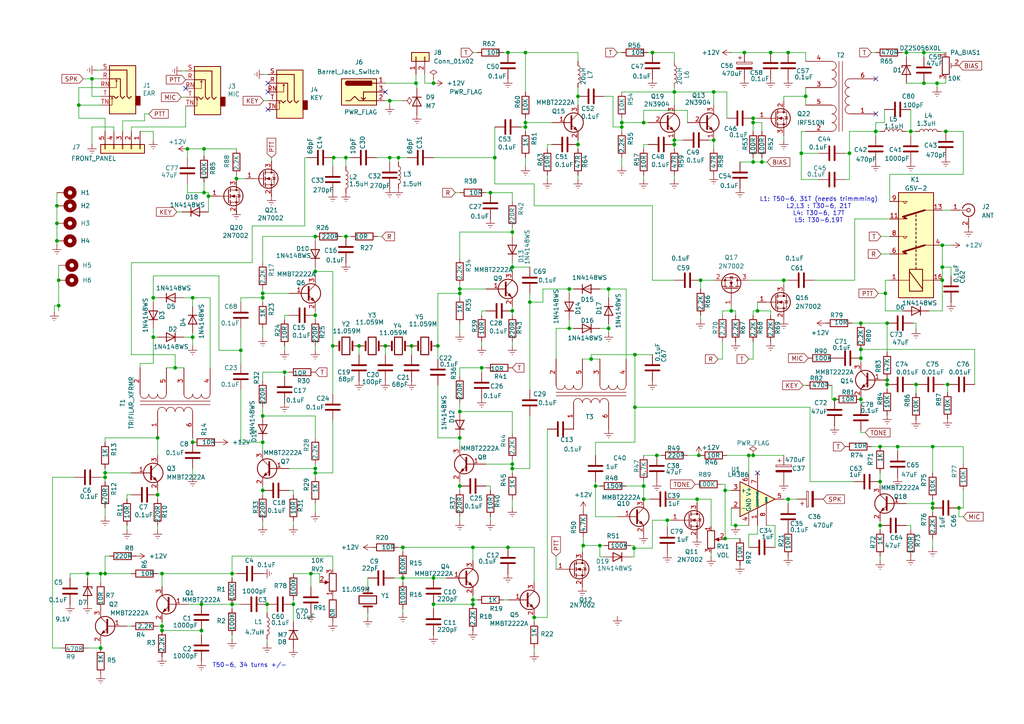
<source format=kicad_sch>
(kicad_sch (version 20231120) (generator "eeschema") (generator_version "8.0")
  (paper "A4")
  (junction (at 91.44 135.89))
  (junction (at 59.182 55.88))
  (junction (at 213.36 152.4))
  (junction (at 274.32 38.1))
  (junction (at 58.42 182.88))
  (junction (at 54.356 43.18))
  (junction (at 91.44 91.44))
  (junction (at 148.59 90.17))
  (junction (at 255.27 152.4))
  (junction (at 113.03 29.21))
  (junction (at 133.35 127))
  (junction (at 67.31 175.26))
  (junction (at 22.86 30.48))
  (junction (at 44.45 97.79))
  (junction (at 262.89 15.24))
  (junction (at 17.018 88.646))
  (junction (at 186.69 35.56))
  (junction (at 273.304 81.28))
  (junction (at 16.51 69.85))
  (junction (at 202.692 132.08))
  (junction (at 190.5 132.08))
  (junction (at 26.67 22.86))
  (junction (at 257.302 111.506))
  (junction (at 265.684 111.506))
  (junction (at 147.32 15.24))
  (junction (at 55.88 86.36))
  (junction (at 29.21 187.96))
  (junction (at 189.23 15.24))
  (junction (at 233.68 27.94))
  (junction (at 147.32 158.75))
  (junction (at 207.01 26.67))
  (junction (at 100.33 45.72))
  (junction (at 76.2 120.65))
  (junction (at 100.33 68.58))
  (junction (at 210.312 156.21))
  (junction (at 270.51 146.05))
  (junction (at 195.58 26.67))
  (junction (at 113.03 45.72))
  (junction (at 115.57 45.72))
  (junction (at 171.45 104.14))
  (junction (at 68.58 51.816))
  (junction (at 77.47 175.26))
  (junction (at 76.2 142.24))
  (junction (at 249.682 103.886))
  (junction (at 76.2 128.27))
  (junction (at 152.4 36.83))
  (junction (at 180.34 36.83))
  (junction (at 133.35 140.97))
  (junction (at 25.4 166.37))
  (junction (at 184.15 102.87))
  (junction (at 257.302 110.236))
  (junction (at 195.58 41.91))
  (junction (at 104.14 100.33))
  (junction (at 186.69 140.97))
  (junction (at 91.44 137.16))
  (junction (at 165.1 83.82))
  (junction (at 183.896 159.004))
  (junction (at 137.16 158.75))
  (junction (at 133.35 119.38))
  (junction (at 165.1 95.25))
  (junction (at 30.48 138.43))
  (junction (at 44.45 86.36))
  (junction (at 16.51 59.69))
  (junction (at 176.53 95.25))
  (junction (at 30.48 166.37))
  (junction (at 228.6 15.24))
  (junction (at 58.42 175.26))
  (junction (at 193.548 150.876))
  (junction (at 29.21 166.37))
  (junction (at 30.48 137.16))
  (junction (at 82.55 107.95))
  (junction (at 50.8 106.68))
  (junction (at 218.44 35.56))
  (junction (at 133.35 83.82))
  (junction (at 139.7 106.68))
  (junction (at 217.17 132.08))
  (junction (at 45.72 127))
  (junction (at 60.452 56.896))
  (junction (at 120.65 24.13))
  (junction (at 90.17 166.37))
  (junction (at 125.73 24.13))
  (junction (at 267.97 15.24))
  (junction (at 255.27 129.54))
  (junction (at 227.33 81.28))
  (junction (at 116.84 158.75))
  (junction (at 69.85 101.6))
  (junction (at 137.16 175.26))
  (junction (at 249.682 101.346))
  (junction (at 215.9 15.24))
  (junction (at 76.2 85.09))
  (junction (at 270.51 129.54))
  (junction (at 264.16 38.1))
  (junction (at 16.51 64.77))
  (junction (at 274.828 111.506))
  (junction (at 220.98 46.99))
  (junction (at 148.59 135.89))
  (junction (at 255.27 139.7))
  (junction (at 46.99 182.88))
  (junction (at 172.72 140.97))
  (junction (at 180.34 35.56))
  (junction (at 91.44 78.74))
  (junction (at 46.99 166.37))
  (junction (at 186.69 144.78))
  (junction (at 148.59 77.47))
  (junction (at 195.58 40.64))
  (junction (at 153.67 87.63))
  (junction (at 169.164 158.242))
  (junction (at 257.302 93.726))
  (junction (at 219.71 90.17))
  (junction (at 218.44 46.99))
  (junction (at 125.73 167.64))
  (junction (at 85.09 175.26))
  (junction (at 228.6 144.78))
  (junction (at 154.94 179.07))
  (junction (at 91.44 68.58))
  (junction (at 173.99 158.242))
  (junction (at 152.4 15.24))
  (junction (at 76.2 86.36))
  (junction (at 270.51 147.32))
  (junction (at 202.184 144.78))
  (junction (at 142.24 55.88))
  (junction (at 278.13 147.32))
  (junction (at 46.99 181.61))
  (junction (at 218.44 132.08))
  (junction (at 242.062 115.824))
  (junction (at 207.01 40.64))
  (junction (at 176.53 83.82))
  (junction (at 267.97 24.13))
  (junction (at 260.35 129.54))
  (junction (at 167.64 41.91))
  (junction (at 273.304 71.12))
  (junction (at 116.84 167.64))
  (junction (at 271.78 24.13))
  (junction (at 127 100.33))
  (junction (at 167.64 27.94))
  (junction (at 254 38.1))
  (junction (at 59.182 43.18))
  (junction (at 203.2 81.28))
  (junction (at 45.72 143.51))
  (junction (at 96.774 45.72))
  (junction (at 273.304 77.47))
  (junction (at 143.51 45.72))
  (junction (at 249.682 115.824))
  (junction (at 223.52 15.24))
  (junction (at 67.31 166.37))
  (junction (at 96.52 100.33))
  (junction (at 148.59 134.62))
  (junction (at 246.38 44.45))
  (junction (at 55.88 97.79))
  (junction (at 210.312 142.24))
  (junction (at 55.88 128.27))
  (junction (at 218.44 34.29))
  (junction (at 17.018 81.28))
  (junction (at 125.73 175.26))
  (junction (at 148.59 67.31))
  (junction (at 152.4 35.56))
  (junction (at 184.15 118.11))
  (junction (at 249.682 93.726))
  (junction (at 232.41 44.45))
  (junction (at 133.35 85.09))
  (junction (at 137.16 173.99))
  (junction (at 119.38 100.33))
  (junction (at 212.09 90.17))
  (junction (at 256.794 85.09))
  (junction (at 111.76 100.33))
  (no_connect (at 254 22.86))
  (no_connect (at 77.724 26.67))
  (no_connect (at 219.71 137.16))
  (no_connect (at 77.724 31.75))
  (no_connect (at 77.724 24.13))
  (no_connect (at 53.848 25.654))
  (no_connect (at 254 33.02))
  (no_connect (at 111.76 26.67))
  (wire (pts (xy 172.72 128.27) (xy 184.15 128.27)))
  (wire (pts (xy 133.35 116.84) (xy 133.35 119.38)))
  (wire (pts (xy 133.35 106.68) (xy 133.35 109.22)))
  (wire (pts (xy 227.33 27.94) (xy 233.68 27.94)))
  (wire (pts (xy 205.74 40.64) (xy 207.01 40.64)))
  (wire (pts (xy 44.45 80.01) (xy 63.5 80.01)))
  (wire (pts (xy 152.4 35.56) (xy 160.02 35.56)))
  (wire (pts (xy 190.5 132.08) (xy 191.77 132.08)))
  (wire (pts (xy 148.59 133.35) (xy 148.59 134.62)))
  (wire (pts (xy 43.18 33.02) (xy 41.91 33.02)))
  (wire (pts (xy 172.72 140.97) (xy 173.99 140.97)))
  (wire (pts (xy 267.97 15.24) (xy 262.89 15.24)))
  (wire (pts (xy 195.58 40.64) (xy 198.12 40.64)))
  (wire (pts (xy 92.71 166.37) (xy 92.71 168.91)))
  (wire (pts (xy 218.44 91.44) (xy 218.44 90.17)))
  (wire (pts (xy 68.58 51.816) (xy 68.58 50.8)))
  (wire (pts (xy 38.1 38.1) (xy 38.1 36.83)))
  (wire (pts (xy 27.94 20.32) (xy 29.21 20.32)))
  (wire (pts (xy 67.31 166.37) (xy 68.58 166.37)))
  (wire (pts (xy 137.16 158.75) (xy 137.16 162.56)))
  (wire (pts (xy 125.73 175.26) (xy 125.73 176.53)))
  (wire (pts (xy 38.1 143.51) (xy 36.83 143.51)))
  (wire (pts (xy 82.55 100.33) (xy 82.55 101.6)))
  (wire (pts (xy 262.89 15.24) (xy 262.89 16.51)))
  (wire (pts (xy 247.904 63.5) (xy 247.904 81.28)))
  (wire (pts (xy 53.34 97.79) (xy 55.88 97.79)))
  (wire (pts (xy 278.13 147.32) (xy 278.13 149.86)))
  (wire (pts (xy 35.56 35.052) (xy 41.91 35.052)))
  (wire (pts (xy 148.59 67.31) (xy 148.59 66.04)))
  (wire (pts (xy 260.35 129.54) (xy 270.51 129.54)))
  (wire (pts (xy 85.09 180.34) (xy 85.09 175.26)))
  (wire (pts (xy 255.27 38.1) (xy 254 38.1)))
  (wire (pts (xy 189.23 59.69) (xy 189.23 81.28)))
  (wire (pts (xy 114.3 167.64) (xy 116.84 167.64)))
  (wire (pts (xy 111.76 24.13) (xy 120.65 24.13)))
  (wire (pts (xy 69.85 113.03) (xy 69.85 128.27)))
  (wire (pts (xy 195.58 50.8) (xy 195.58 52.07)))
  (wire (pts (xy 218.44 34.29) (xy 219.71 34.29)))
  (wire (pts (xy 218.44 132.08) (xy 227.33 132.08)))
  (wire (pts (xy 181.61 83.82) (xy 176.53 83.82)))
  (wire (pts (xy 96.52 48.26) (xy 96.52 45.72)))
  (wire (pts (xy 16.51 64.77) (xy 16.51 69.85)))
  (wire (pts (xy 157.48 87.63) (xy 157.48 83.82)))
  (wire (pts (xy 44.45 97.79) (xy 44.45 95.25)))
  (wire (pts (xy 199.39 32.004) (xy 186.69 32.004)))
  (wire (pts (xy 210.312 142.24) (xy 210.312 156.21)))
  (wire (pts (xy 228.6 15.24) (xy 233.68 15.24)))
  (wire (pts (xy 210.82 132.08) (xy 217.17 132.08)))
  (wire (pts (xy 187.96 41.91) (xy 186.69 41.91)))
  (wire (pts (xy 264.16 31.75) (xy 264.16 38.1)))
  (wire (pts (xy 143.51 45.72) (xy 143.51 53.34)))
  (wire (pts (xy 55.88 100.33) (xy 55.88 97.79)))
  (wire (pts (xy 256.794 81.28) (xy 256.794 85.09)))
  (wire (pts (xy 209.55 91.44) (xy 209.55 90.17)))
  (wire (pts (xy 158.75 124.46) (xy 158.75 179.07)))
  (wire (pts (xy 267.97 24.13) (xy 271.78 24.13)))
  (wire (pts (xy 59.182 43.18) (xy 68.58 43.18)))
  (wire (pts (xy 184.15 102.87) (xy 184.15 118.11)))
  (wire (pts (xy 16.51 69.85) (xy 16.51 71.12)))
  (wire (pts (xy 76.2 151.13) (xy 76.2 152.4)))
  (wire (pts (xy 265.684 93.726) (xy 265.684 95.504)))
  (wire (pts (xy 54.356 55.88) (xy 59.182 55.88)))
  (wire (pts (xy 113.03 29.21) (xy 113.03 30.48)))
  (wire (pts (xy 96.774 45.72) (xy 100.33 45.72)))
  (wire (pts (xy 76.2 95.25) (xy 76.2 97.79)))
  (wire (pts (xy 260.35 129.54) (xy 260.35 130.81)))
  (wire (pts (xy 29.21 166.37) (xy 29.21 168.91)))
  (wire (pts (xy 73.152 76.2) (xy 73.152 65.532)))
  (wire (pts (xy 213.36 152.4) (xy 217.17 152.4)))
  (wire (pts (xy 17.018 81.28) (xy 17.018 88.646)))
  (wire (pts (xy 148.59 135.89) (xy 153.67 135.89)))
  (wire (pts (xy 232.41 44.45) (xy 232.41 52.07)))
  (wire (pts (xy 139.7 99.06) (xy 139.7 100.33)))
  (wire (pts (xy 91.44 120.65) (xy 91.44 127)))
  (wire (pts (xy 85.09 142.24) (xy 85.09 143.51)))
  (wire (pts (xy 133.35 127) (xy 133.35 129.54)))
  (wire (pts (xy 147.32 158.75) (xy 154.94 158.75)))
  (wire (pts (xy 152.4 15.24) (xy 167.64 15.24)))
  (wire (pts (xy 257.302 110.236) (xy 257.302 111.506)))
  (wire (pts (xy 82.55 109.22) (xy 82.55 107.95)))
  (wire (pts (xy 214.63 46.99) (xy 218.44 46.99)))
  (wire (pts (xy 38.1 76.2) (xy 73.152 76.2)))
  (wire (pts (xy 113.03 45.72) (xy 115.57 45.72)))
  (wire (pts (xy 210.82 26.67) (xy 210.82 34.29)))
  (wire (pts (xy 255.27 161.29) (xy 255.27 162.56)))
  (wire (pts (xy 255.524 68.58) (xy 258.064 68.58)))
  (wire (pts (xy 255.27 152.4) (xy 255.27 153.67)))
  (wire (pts (xy 127 104.14) (xy 127 100.33)))
  (wire (pts (xy 168.91 104.14) (xy 171.45 104.14)))
  (wire (pts (xy 139.7 90.17) (xy 139.7 91.44)))
  (wire (pts (xy 44.45 38.1) (xy 44.45 40.64)))
  (wire (pts (xy 186.69 144.78) (xy 188.468 144.78)))
  (wire (pts (xy 186.69 140.97) (xy 181.61 140.97)))
  (wire (pts (xy 261.62 15.24) (xy 262.89 15.24)))
  (wire (pts (xy 255.524 73.66) (xy 258.064 73.66)))
  (wire (pts (xy 169.164 155.702) (xy 169.164 158.242)))
  (wire (pts (xy 116.84 176.53) (xy 116.84 177.8)))
  (wire (pts (xy 76.2 128.27) (xy 76.2 130.81)))
  (wire (pts (xy 241.3 115.824) (xy 242.062 115.824)))
  (wire (pts (xy 44.45 105.41) (xy 40.64 105.41)))
  (wire (pts (xy 172.72 149.86) (xy 179.07 149.86)))
  (wire (pts (xy 247.142 93.726) (xy 249.682 93.726)))
  (wire (pts (xy 219.71 154.94) (xy 217.17 154.94)))
  (wire (pts (xy 133.35 119.38) (xy 148.59 119.38)))
  (wire (pts (xy 110.744 68.58) (xy 109.474 68.58)))
  (wire (pts (xy 264.922 93.726) (xy 265.684 93.726)))
  (wire (pts (xy 172.72 128.27) (xy 172.72 132.08)))
  (wire (pts (xy 154.94 179.07) (xy 158.75 179.07)))
  (wire (pts (xy 209.55 99.06) (xy 209.55 104.14)))
  (wire (pts (xy 212.09 152.4) (xy 213.36 152.4)))
  (wire (pts (xy 140.97 83.82) (xy 133.35 83.82)))
  (wire (pts (xy 217.17 154.94) (xy 217.17 158.75)))
  (wire (pts (xy 91.44 137.16) (xy 91.44 138.43)))
  (wire (pts (xy 45.72 127) (xy 45.72 132.08)))
  (wire (pts (xy 184.15 118.11) (xy 234.95 118.11)))
  (wire (pts (xy 133.35 67.31) (xy 133.35 74.93)))
  (wire (pts (xy 258.064 58.42) (xy 258.064 50.546)))
  (wire (pts (xy 15.24 138.43) (xy 15.24 187.96)))
  (wire (pts (xy 54.356 43.18) (xy 59.182 43.18)))
  (wire (pts (xy 161.29 104.14) (xy 161.29 95.25)))
  (wire (pts (xy 246.38 52.07) (xy 245.11 52.07)))
  (wire (pts (xy 58.42 182.88) (xy 46.99 182.88)))
  (wire (pts (xy 116.84 167.64) (xy 125.73 167.64)))
  (wire (pts (xy 59.182 55.88) (xy 60.452 55.88)))
  (wire (pts (xy 88.392 65.532) (xy 88.392 45.72)))
  (wire (pts (xy 206.248 160.274) (xy 206.248 161.544)))
  (wire (pts (xy 203.2 83.82) (xy 203.2 81.28)))
  (wire (pts (xy 199.39 132.08) (xy 202.692 132.08)))
  (wire (pts (xy 55.88 88.9) (xy 55.88 86.36)))
  (wire (pts (xy 186.69 32.004) (xy 186.69 35.56)))
  (wire (pts (xy 273.304 71.12) (xy 275.844 71.12)))
  (wire (pts (xy 76.2 85.09) (xy 76.2 86.36)))
  (wire (pts (xy 279.4 147.32) (xy 278.13 147.32)))
  (wire (pts (xy 52.578 20.574) (xy 53.848 20.574)))
  (wire (pts (xy 252.73 129.54) (xy 255.27 129.54)))
  (wire (pts (xy 111.76 29.21) (xy 113.03 29.21)))
  (wire (pts (xy 195.58 40.64) (xy 195.58 41.91)))
  (wire (pts (xy 160.02 41.91) (xy 158.75 41.91)))
  (wire (pts (xy 29.21 25.4) (xy 22.86 25.4)))
  (wire (pts (xy 210.312 142.24) (xy 212.09 142.24)))
  (wire (pts (xy 157.48 83.82) (xy 165.1 83.82)))
  (wire (pts (xy 265.684 111.506) (xy 265.684 114.046)))
  (wire (pts (xy 148.59 67.31) (xy 133.35 67.31)))
  (wire (pts (xy 140.97 55.88) (xy 142.24 55.88)))
  (wire (pts (xy 125.73 22.86) (xy 125.73 24.13)))
  (wire (pts (xy 91.44 137.16) (xy 96.52 137.16)))
  (wire (pts (xy 186.69 41.91) (xy 186.69 43.18)))
  (wire (pts (xy 69.85 101.6) (xy 69.85 95.25)))
  (wire (pts (xy 179.07 15.24) (xy 180.34 15.24)))
  (wire (pts (xy 30.48 161.29) (xy 31.75 161.29)))
  (wire (pts (xy 63.5 101.6) (xy 69.85 101.6)))
  (wire (pts (xy 15.748 90.424) (xy 15.748 88.646)))
  (wire (pts (xy 219.71 152.4) (xy 219.71 154.94)))
  (wire (pts (xy 45.72 97.79) (xy 44.45 97.79)))
  (wire (pts (xy 109.22 45.72) (xy 113.03 45.72)))
  (wire (pts (xy 217.17 132.08) (xy 218.44 132.08)))
  (wire (pts (xy 127 100.33) (xy 127 85.09)))
  (wire (pts (xy 262.89 152.4) (xy 264.16 152.4)))
  (wire (pts (xy 218.44 99.06) (xy 218.44 104.14)))
  (wire (pts (xy 36.83 152.4) (xy 36.83 153.67)))
  (wire (pts (xy 48.26 106.68) (xy 50.8 106.68)))
  (wire (pts (xy 273.304 77.47) (xy 273.304 71.12)))
  (wire (pts (xy 45.72 86.36) (xy 44.45 86.36)))
  (wire (pts (xy 207.01 40.64) (xy 207.01 43.18)))
  (wire (pts (xy 116.84 167.64) (xy 116.84 168.91)))
  (wire (pts (xy 227.33 81.28) (xy 227.33 82.55)))
  (wire (pts (xy 152.4 36.83) (xy 152.4 38.1)))
  (wire (pts (xy 147.32 15.24) (xy 152.4 15.24)))
  (wire (pts (xy 273.812 111.506) (xy 274.828 111.506)))
  (wire (pts (xy 249.682 115.316) (xy 249.682 115.824)))
  (wire (pts (xy 177.8 27.94) (xy 177.8 36.83)))
  (wire (pts (xy 171.45 102.87) (xy 171.45 104.14)))
  (wire (pts (xy 267.97 15.24) (xy 267.97 16.51)))
  (wire (pts (xy 25.4 166.37) (xy 29.21 166.37)))
  (wire (pts (xy 217.17 81.28) (xy 227.33 81.28)))
  (wire (pts (xy 91.44 100.33) (xy 91.44 101.6)))
  (wire (pts (xy 133.35 85.09) (xy 133.35 86.36)))
  (wire (pts (xy 91.44 77.47) (xy 91.44 78.74)))
  (wire (pts (xy 120.904 25.654) (xy 120.904 24.13)))
  (wire (pts (xy 228.6 144.78) (xy 228.6 146.05)))
  (wire (pts (xy 146.05 15.24) (xy 147.32 15.24)))
  (wire (pts (xy 203.2 91.44) (xy 203.2 92.71)))
  (wire (pts (xy 82.55 107.95) (xy 83.82 107.95)))
  (wire (pts (xy 270.51 146.05) (xy 270.51 147.32)))
  (wire (pts (xy 256.794 85.09) (xy 256.794 90.17)))
  (wire (pts (xy 85.09 166.37) (xy 90.17 166.37)))
  (wire (pts (xy 67.31 175.26) (xy 67.31 176.53)))
  (wire (pts (xy 152.4 45.72) (xy 152.4 48.26)))
  (wire (pts (xy 115.57 158.75) (xy 116.84 158.75)))
  (wire (pts (xy 249.682 93.726) (xy 257.302 93.726)))
  (wire (pts (xy 218.44 45.72) (xy 218.44 46.99)))
  (wire (pts (xy 173.99 158.242) (xy 169.164 158.242)))
  (wire (pts (xy 213.36 90.17) (xy 213.36 91.44)))
  (wire (pts (xy 40.64 38.1) (xy 44.45 38.1)))
  (wire (pts (xy 142.24 140.97) (xy 142.24 142.24)))
  (wire (pts (xy 167.64 50.8) (xy 167.64 52.07)))
  (wire (pts (xy 210.312 140.462) (xy 210.312 142.24)))
  (wire (pts (xy 161.29 95.25) (xy 165.1 95.25)))
  (wire (pts (xy 158.75 41.91) (xy 158.75 43.18)))
  (wire (pts (xy 67.31 167.64) (xy 67.31 166.37)))
  (wire (pts (xy 220.98 45.72) (xy 220.98 46.99)))
  (wire (pts (xy 274.32 38.1) (xy 279.4 38.1)))
  (wire (pts (xy 137.16 173.99) (xy 137.16 175.26)))
  (wire (pts (xy 127 127) (xy 133.35 127)))
  (wire (pts (xy 220.98 35.56) (xy 220.98 38.1)))
  (wire (pts (xy 165.1 83.82) (xy 166.37 83.82)))
  (wire (pts (xy 274.828 111.506) (xy 275.082 111.506)))
  (wire (pts (xy 20.32 166.37) (xy 25.4 166.37)))
  (wire (pts (xy 140.97 90.17) (xy 139.7 90.17)))
  (wire (pts (xy 139.7 106.68) (xy 140.97 106.68)))
  (wire (pts (xy 132.08 55.88) (xy 133.35 55.88)))
  (wire (pts (xy 30.48 137.16) (xy 30.48 138.43)))
  (wire (pts (xy 273.304 77.47) (xy 275.844 77.47)))
  (wire (pts (xy 148.59 99.06) (xy 148.59 100.33)))
  (wire (pts (xy 30.48 147.32) (xy 30.48 149.86)))
  (wire (pts (xy 234.95 118.11) (xy 234.95 139.7)))
  (wire (pts (xy 209.55 90.17) (xy 212.09 90.17)))
  (wire (pts (xy 139.7 106.68) (xy 133.35 106.68)))
  (wire (pts (xy 173.99 161.544) (xy 175.26 161.544)))
  (wire (pts (xy 45.72 143.51) (xy 45.72 144.78)))
  (wire (pts (xy 106.68 167.64) (xy 106.68 170.18)))
  (wire (pts (xy 127 85.09) (xy 133.35 85.09)))
  (wire (pts (xy 257.302 93.726) (xy 257.302 102.108)))
  (wire (pts (xy 68.58 61.976) (xy 68.58 60.96)))
  (wire (pts (xy 220.98 46.99) (xy 222.504 46.99)))
  (wire (pts (xy 143.51 53.34) (xy 154.94 53.34)))
  (wire (pts (xy 249.682 103.886) (xy 249.682 105.156)))
  (wire (pts (xy 175.26 27.94) (xy 177.8 27.94)))
  (wire (pts (xy 67.31 184.15) (xy 67.31 185.42)))
  (wire (pts (xy 233.68 38.1) (xy 232.41 38.1)))
  (wire (pts (xy 258.064 63.5) (xy 247.904 63.5)))
  (wire (pts (xy 180.34 26.67) (xy 195.58 26.67)))
  (wire (pts (xy 202.184 145.796) (xy 202.184 144.78)))
  (wire (pts (xy 231.14 144.78) (xy 228.6 144.78)))
  (wire (pts (xy 113.03 100.33) (xy 111.76 100.33)))
  (wire (pts (xy 29.21 186.69) (xy 29.21 187.96)))
  (wire (pts (xy 113.03 45.72) (xy 113.03 46.99)))
  (wire (pts (xy 91.44 69.85) (xy 91.44 68.58)))
  (wire (pts (xy 255.27 139.7) (xy 255.27 140.97)))
  (wire (pts (xy 270.51 147.32) (xy 270.51 148.59)))
  (wire (pts (xy 22.86 25.4) (xy 22.86 30.48)))
  (wire (pts (xy 215.9 15.24) (xy 223.52 15.24)))
  (wire (pts (xy 176.53 96.52) (xy 176.53 95.25)))
  (wire (pts (xy 26.67 22.86) (xy 29.21 22.86)))
  (wire (pts (xy 99.06 68.58) (xy 100.33 68.58)))
  (wire (pts (xy 76.2 120.65) (xy 91.44 120.65)))
  (wire (pts (xy 262.89 38.1) (xy 264.16 38.1)))
  (wire (pts (xy 100.33 45.72) (xy 101.6 45.72)))
  (wire (pts (xy 177.8 36.83) (xy 180.34 36.83)))
  (wire (pts (xy 279.4 38.1) (xy 279.4 50.546)))
  (wire (pts (xy 167.64 41.91) (xy 167.64 43.18)))
  (wire (pts (xy 265.684 111.506) (xy 266.192 111.506)))
  (wire (pts (xy 46.99 180.34) (xy 46.99 181.61)))
  (wire (pts (xy 46.99 166.37) (xy 46.99 170.18)))
  (wire (pts (xy 271.78 24.13) (xy 274.32 24.13)))
  (wire (pts (xy 26.67 22.86) (xy 26.67 27.94)))
  (wire (pts (xy 218.44 38.1) (xy 218.44 35.56)))
  (wire (pts (xy 36.83 143.51) (xy 36.83 144.78)))
  (wire (pts (xy 233.68 15.24) (xy 233.68 17.78)))
  (wire (pts (xy 22.86 30.48) (xy 29.21 30.48)))
  (wire (pts (xy 186.69 35.56) (xy 180.34 35.56)))
  (wire (pts (xy 217.17 132.08) (xy 217.17 137.16)))
  (wire (pts (xy 29.21 166.37) (xy 30.48 166.37)))
  (wire (pts (xy 233.68 27.94) (xy 233.68 30.48)))
  (wire (pts (xy 46.99 181.61) (xy 45.72 181.61)))
  (wire (pts (xy 273.05 38.1) (xy 274.32 38.1)))
  (wire (pts (xy 219.71 90.17) (xy 223.52 90.17)))
  (wire (pts (xy 189.23 159.004) (xy 189.23 150.876)))
  (wire (pts (xy 222.25 152.4) (xy 224.79 152.4)))
  (wire (pts (xy 270.51 129.54) (xy 279.4 129.54)))
  (wire (pts (xy 30.48 161.29) (xy 30.48 166.37)))
  (wire (pts (xy 60.452 56.896) (xy 60.452 61.468)))
  (wire (pts (xy 180.34 35.56) (xy 180.34 34.29)))
  (wire (pts (xy 91.44 135.89) (xy 91.44 137.16)))
  (wire (pts (xy 264.16 38.1) (xy 265.43 38.1)))
  (wire (pts (xy 44.45 80.01) (xy 44.45 86.36)))
  (wire (pts (xy 218.44 34.29) (xy 218.44 35.56)))
  (wire (pts (xy 115.57 45.72) (xy 118.11 45.72)))
  (wire (pts (xy 44.45 97.79) (xy 44.45 105.41)))
  (wire (pts (xy 270.51 146.05) (xy 270.51 144.78)))
  (wire (pts (xy 25.4 187.96) (xy 29.21 187.96)))
  (wire (pts (xy 154.94 59.69) (xy 189.23 59.69)))
  (wire (pts (xy 255.27 151.13) (xy 255.27 152.4)))
  (wire (pts (xy 68.58 51.816) (xy 71.12 51.816)))
  (wire (pts (xy 91.44 78.74) (xy 96.52 78.74)))
  (wire (pts (xy 182.88 158.242) (xy 183.896 158.242)))
  (wire (pts (xy 24.13 22.86) (xy 26.67 22.86)))
  (wire (pts (xy 148.59 119.38) (xy 148.59 125.73)))
  (wire (pts (xy 127 111.76) (xy 127 127)))
  (wire (pts (xy 274.32 22.86) (xy 274.32 24.13)))
  (wire (pts (xy 237.49 44.45) (xy 232.41 44.45)))
  (wire (pts (xy 273.304 81.28) (xy 273.304 77.47)))
  (wire (pts (xy 26.67 36.83) (xy 33.02 36.83)))
  (wire (pts (xy 227.33 144.78) (xy 228.6 144.78)))
  (wire (pts (xy 247.904 81.28) (xy 236.22 81.28)))
  (wire (pts (xy 104.14 100.33) (xy 104.14 102.87)))
  (wire (pts (xy 212.09 147.32) (xy 212.09 152.4)))
  (wire (pts (xy 254.762 85.09) (xy 256.794 85.09)))
  (wire (pts (xy 78.74 45.72) (xy 78.74 46.736)))
  (wire (pts (xy 25.4 166.37) (xy 25.4 167.64)))
  (wire (pts (xy 16.51 55.88) (xy 16.51 59.69)))
  (wire (pts (xy 181.61 83.82) (xy 181.61 104.14)))
  (wire (pts (xy 148.59 76.2) (xy 148.59 77.47)))
  (wire (pts (xy 125.73 175.26) (xy 137.16 175.26)))
  (wire (pts (xy 76.2 118.11) (xy 76.2 120.65)))
  (wire (pts (xy 76.2 86.36) (xy 76.2 87.63)))
  (wire (pts (xy 218.44 35.56) (xy 220.98 35.56)))
  (wire (pts (xy 186.69 139.7) (xy 186.69 140.97)))
  (wire (pts (xy 26.67 27.94) (xy 29.21 27.94)))
  (wire (pts (xy 172.72 139.7) (xy 172.72 140.97)))
  (wire (pts (xy 257.302 110.236) (xy 257.302 109.728)))
  (wire (pts (xy 250.952 125.476) (xy 249.682 125.476)))
  (wire (pts (xy 55.88 86.36) (xy 53.34 86.36)))
  (wire (pts (xy 16.51 59.69) (xy 16.51 64.77)))
  (wire (pts (xy 30.48 166.37) (xy 38.1 166.37)))
  (wire (pts (xy 83.82 142.24) (xy 85.09 142.24)))
  (wire (pts (xy 148.59 90.17) (xy 148.59 91.44)))
  (wire (pts (xy 223.52 90.17) (xy 223.52 91.44)))
  (wire (pts (xy 193.548 150.876) (xy 193.548 152.908)))
  (wire (pts (xy 154.94 53.34) (xy 154.94 59.69)))
  (wire (pts (xy 195.58 15.24) (xy 195.58 17.78)))
  (wire (pts (xy 148.59 144.78) (xy 148.59 147.32)))
  (wire (pts (xy 142.24 55.88) (xy 148.59 55.88)))
  (wire (pts (xy 137.16 158.75) (xy 147.32 158.75)))
  (wire (pts (xy 249.682 115.824) (xy 249.682 117.348)))
  (wire (pts (xy 195.58 26.67) (xy 195.58 30.48)))
  (wire (pts (xy 210.312 156.21) (xy 210.312 156.464)))
  (wire (pts (xy 55.88 97.79) (xy 55.88 96.52)))
  (wire (pts (xy 176.53 86.36) (xy 176.53 83.82)))
  (wire (pts (xy 82.55 91.44) (xy 82.55 92.71)))
  (wire (pts (xy 189.23 15.24) (xy 195.58 15.24)))
  (wire (pts (xy 58.42 175.26) (xy 54.61 175.26)))
  (wire (pts (xy 224.79 152.4) (xy 224.79 158.75)))
  (wire (pts (xy 262.89 146.05) (xy 270.51 146.05)))
  (wire (pts (xy 30.48 128.27) (xy 30.48 127)))
  (wire (pts (xy 63.5 101.6) (xy 63.5 80.01)))
  (wire (pts (xy 33.02 36.83) (xy 33.02 38.1)))
  (wire (pts (xy 55.88 135.89) (xy 55.88 138.43)))
  (wire (pts (xy 264.16 152.4) (xy 264.16 153.67)))
  (wire (pts (xy 137.16 173.99) (xy 138.43 173.99)))
  (wire (pts (xy 139.7 107.95) (xy 139.7 106.68)))
  (wire (pts (xy 90.17 166.37) (xy 90.17 170.18)))
  (wire (pts (xy 183.896 158.242) (xy 183.896 159.004)))
  (wire (pts (xy 133.35 83.82) (xy 133.35 85.09)))
  (wire (pts (xy 26.67 41.91) (xy 26.67 36.83)))
  (wire (pts (xy 269.494 90.17) (xy 273.304 90.17)))
  (wire (pts (xy 210.058 156.464) (xy 210.312 156.464)))
  (wire (pts (xy 167.64 25.4) (xy 167.64 27.94)))
  (wire (pts (xy 279.4 129.54) (xy 279.4 134.62)))
  (wire (pts (xy 154.94 187.96) (xy 154.94 189.23)))
  (wire (pts (xy 77.47 175.26) (xy 77.47 177.8)))
  (wire (pts (xy 96.52 100.33) (xy 96.52 114.3)))
  (wire (pts (xy 273.304 81.28) (xy 273.304 90.17)))
  (wire (pts (xy 76.2 125.73) (xy 76.2 128.27)))
  (wire (pts (xy 38.1 102.87) (xy 50.8 102.87)))
  (wire (pts (xy 274.828 113.792) (xy 274.828 111.506)))
  (wire (pts (xy 258.064 50.546) (xy 279.4 50.546)))
  (wire (pts (xy 38.1 181.61) (xy 36.83 181.61)))
  (wire (pts (xy 232.41 52.07) (xy 237.49 52.07)))
  (wire (pts (xy 161.29 161.29) (xy 161.29 165.1)))
  (wire (pts (xy 254 35.56) (xy 254 38.1)))
  (wire (pts (xy 184.15 118.11) (xy 184.15 128.27)))
  (wire (pts (xy 183.896 161.544) (xy 182.88 161.544)))
  (wire (pts (xy 278.13 149.86) (xy 279.4 149.86)))
  (wire (pts (xy 51.308 61.468) (xy 52.832 61.468)))
  (wire (pts (xy 256.794 90.17) (xy 261.874 90.17)))
  (wire (pts (xy 116.84 158.75) (xy 137.16 158.75)))
  (wire (pts (xy 76.2 107.95) (xy 76.2 110.49)))
  (wire (pts (xy 232.918 111.76) (xy 233.68 111.76)))
  (wire (pts (xy 249.682 124.968) (xy 249.682 125.476)))
  (wire (pts (xy 96.52 78.74) (xy 96.52 100.33)))
  (wire (pts (xy 246.38 38.1) (xy 254 38.1)))
  (wire (pts (xy 255.27 137.16) (xy 255.27 139.7)))
  (wire (pts (xy 38.1 137.16) (xy 30.48 137.16)))
  (wire (pts (xy 29.21 138.43) (xy 30.48 138.43)))
  (wire (pts (xy 46.99 181.61) (xy 46.99 182.88)))
  (wire (pts (xy 133.35 93.98) (xy 133.35 96.52)))
  (wire (pts (xy 77.47 185.42) (xy 77.47 186.69)))
  (wire (pts (xy 54.356 53.34) (xy 54.356 55.88)))
  (wire (pts (xy 91.44 68.58) (xy 76.2 68.58)))
  (wire (pts (xy 176.53 83.82) (xy 173.99 83.82)))
  (wire (pts (xy 282.702 101.346) (xy 282.702 111.506)))
  (wire (pts (xy 223.52 15.24) (xy 228.6 15.24)))
  (wire (pts (xy 207.01 26.67) (xy 210.82 26.67)))
  (wire (pts (xy 184.15 102.87) (xy 171.45 102.87)))
  (wire (pts (xy 143.51 36.83) (xy 143.51 45.72)))
  (wire (pts (xy 209.55 104.14) (xy 208.28 104.14)))
  (wire (pts (xy 67.31 161.29) (xy 96.52 161.29)))
  (wire (pts (xy 233.68 25.4) (xy 233.68 27.94)))
  (wire (pts (xy 50.8 102.87) (xy 50.8 106.68)))
  (wire (pts (xy 256.54 31.75) (xy 256.54 35.56)))
  (wire (pts (xy 202.692 132.08) (xy 203.2 132.08)))
  (wire (pts (xy 83.82 85.09) (xy 76.2 85.09)))
  (wire (pts (xy 262.89 24.13) (xy 267.97 24.13)))
  (wire (pts (xy 189.23 81.28) (xy 195.58 81.28)))
  (wire (pts (xy 186.69 140.97) (xy 186.69 144.78)))
  (wire (pts (xy 123.19 24.13) (xy 125.73 24.13)))
  (wire (pts (xy 60.452 56.896) (xy 60.452 55.88)))
  (wire (pts (xy 133.35 139.7) (xy 133.35 140.97)))
  (wire (pts (xy 148.59 135.89) (xy 148.59 137.16)))
  (wire (pts (xy 115.57 45.72) (xy 115.57 46.99)))
  (wire (pts (xy 175.26 158.242) (xy 173.99 158.242)))
  (wire (pts (xy 227.33 81.28) (xy 228.6 81.28)))
  (wire (pts (xy 20.32 167.64) (xy 20.32 166.37)))
  (wire (pts (xy 113.03 29.21) (xy 116.84 29.21)))
  (wire (pts (xy 165.1 95.25) (xy 165.1 92.71)))
  (wire (pts (xy 186.69 50.8) (xy 186.69 52.07)))
  (wire (pts (xy 76.454 21.59) (xy 77.724 21.59)))
  (wire (pts (xy 249.682 101.346) (xy 249.682 103.886)))
  (wire (pts (xy 249.682 101.346) (xy 282.702 101.346)))
  (wire (pts (xy 206.248 144.78) (xy 206.248 152.654)))
  (wire (pts (xy 186.69 132.08) (xy 190.5 132.08)))
  (wire (pts (xy 257.302 111.506) (xy 257.302 112.776)))
  (wire (pts (xy 166.37 95.25) (xy 165.1 95.25)))
  (wire (pts (xy 60.96 86.36) (xy 55.88 86.36)))
  (wire (pts (xy 227.33 39.37) (xy 227.33 40.64)))
  (wire (pts (xy 30.48 138.43) (xy 30.48 139.7)))
  (wire (pts (xy 194.564 150.876) (xy 193.548 150.876)))
  (wire (pts (xy 54.356 43.18) (xy 54.356 45.72)))
  (wire (pts (xy 15.748 88.646) (xy 17.018 88.646)))
  (wire (pts (xy 96.52 121.92) (xy 96.52 137.16)))
  (wire (pts (xy 173.99 95.25) (xy 176.53 95.25)))
  (wire (pts (xy 202.184 144.78) (xy 206.248 144.78)))
  (wire (pts (xy 17.018 88.646) (xy 17.018 90.17)))
  (wire (pts (xy 85.09 173.99) (xy 85.09 175.26)))
  (wire (pts (xy 120.65 21.59) (xy 120.65 24.13)))
  (wire (pts (xy 96.52 45.72) (xy 96.774 45.72)))
  (wire (pts (xy 154.94 179.07) (xy 154.94 180.34)))
  (wire (pts (xy 218.44 104.14) (xy 217.17 104.14)))
  (wire (pts (xy 183.896 159.004) (xy 189.23 159.004)))
  (wire (pts (xy 140.97 134.62) (xy 148.59 134.62)))
  (wire (pts (xy 172.72 140.97) (xy 172.72 149.86)))
  (wire (pts (xy 100.33 48.26) (xy 100.33 45.72)))
  (wire (pts (xy 153.67 85.09) (xy 153.67 87.63)))
  (wire (pts (xy 133.35 149.86) (xy 133.35 151.13)))
  (wire (pts (xy 254 38.1) (xy 254 39.37)))
  (wire (pts (xy 256.54 35.56) (xy 254 35.56)))
  (wire (pts (xy 133.35 140.97) (xy 133.35 142.24)))
  (wire (pts (xy 167.64 15.24) (xy 167.64 17.78)))
  (wire (pts (xy 120.65 24.13) (xy 120.904 24.13)))
  (wire (pts (xy 59.182 45.212) (xy 59.182 43.18)))
  (wire (pts (xy 50.8 106.68) (xy 53.34 106.68)))
  (wire (pts (xy 158.75 50.8) (xy 158.75 52.07)))
  (wire (pts (xy 91.44 146.05) (xy 91.44 148.59)))
  (wire (pts (xy 137.16 172.72) (xy 137.16 173.99)))
  (wire (pts (xy 125.73 167.64) (xy 129.54 167.64)))
  (wire (pts (xy 76.2 68.58) (xy 76.2 76.2)))
  (wire (pts (xy 167.64 27.94) (xy 167.64 30.48)))
  (wire (pts (xy 17.018 76.962) (xy 17.018 81.28)))
  (wire (pts (xy 125.73 45.72) (xy 143.51 45.72)))
  (wire (pts (xy 140.97 140.97) (xy 142.24 140.97)))
  (wire (pts (xy 189.23 150.876) (xy 193.548 150.876)))
  (wire (pts (xy 67.31 175.26) (xy 58.42 175.26)))
  (wire (pts (xy 96.52 161.29) (xy 96.52 165.1)))
  (wire (pts (xy 218.44 90.17) (xy 219.71 90.17)))
  (wire (pts (xy 252.73 15.24) (xy 254 15.24)))
  (wire (pts (xy 219.71 87.63) (xy 219.71 90.17)))
  (wire (pts (xy 227.33 29.21) (xy 227.33 27.94)))
  (wire (pts (xy 184.15 102.87) (xy 189.23 102.87)))
  (wire (pts (xy 91.44 90.17) (xy 91.44 91.44)))
  (wire (pts (xy 83.82 135.89) (xy 91.44 135.89)))
  (wire (pts (xy 35.56 35.052) (xy 35.56 38.1)))
  (wire (pts (xy 153.67 120.65) (xy 153.67 135.89)))
  (wire (pts (xy 168.91 158.242) (xy 168.91 160.02)))
  (wire (pts (xy 218.44 46.99) (xy 220.98 46.99)))
  (wire (pts (xy 199.39 32.004) (xy 199.39 35.56)))
  (wire (pts (xy 232.41 38.1) (xy 232.41 44.45)))
  (wire (pts (xy 195.58 26.67) (xy 207.01 26.67)))
  (wire (pts (xy 44.45 86.36) (xy 44.45 87.63)))
  (wire (pts (xy 246.38 38.1) (xy 246.38 44.45)))
  (wire (pts (xy 275.844 77.47) (xy 275.844 80.01)))
  (wire (pts (xy 53.848 30.734) (xy 53.848 36.83)))
  (wire (pts (xy 154.94 158.75) (xy 154.94 168.91)))
  (wire (pts (xy 45.72 142.24) (xy 45.72 143.51)))
  (wire (pts (xy 58.42 182.88) (xy 58.42 184.15)))
  (wire (pts (xy 83.82 91.44) (xy 82.55 91.44)))
  (wire (pts (xy 183.896 159.004) (xy 183.896 161.544)))
  (wire (pts (xy 30.48 137.16) (xy 30.48 135.89)))
  (wire (pts (xy 60.96 86.36) (xy 60.96 106.68)))
  (wire (pts (xy 165.1 83.82) (xy 165.1 85.09)))
  (wire (pts (xy 195.58 25.4) (xy 195.58 26.67)))
  (wire (pts (xy 187.96 15.24) (xy 189.23 15.24)))
  (wire (pts (xy 152.4 35.56) (xy 152.4 36.83)))
  (wire (pts (xy 38.1 76.2) (xy 38.1 102.87)))
  (wire (pts (xy 15.24 187.96) (xy 17.78 187.96)))
  (wire (pts (xy 171.45 104.14) (xy 173.99 104.14)))
  (wire (pts (xy 60.452 56.896) (xy 60.96 56.896)))
  (wire (pts (xy 270.51 129.54) (xy 270.51 137.16)))
  (wire (pts (xy 274.32 15.24) (xy 267.97 15.24)))
  (wire (pts (xy 212.09 88.9) (xy 212.09 90.17)))
  (wire (pts (xy 256.794 81.28) (xy 258.064 81.28)))
  (wire (pts (xy 255.27 129.54) (xy 260.35 129.54)))
  (wire (pts (xy 245.11 44.45) (xy 246.38 44.45)))
  (wire (pts (xy 38.1 36.83) (xy 53.848 36.83)))
  (wire (pts (xy 52.578 28.194) (xy 53.848 28.194)))
  (wire (pts (xy 76.2 142.24) (xy 76.2 143.51)))
  (wire (pts (xy 40.64 106.68) (xy 40.64 105.41)))
  (wire (pts (xy 214.63 156.21) (xy 210.312 156.21)))
  (wire (pts (xy 148.59 134.62) (xy 148.59 135.89)))
  (wire (pts (xy 91.44 135.89) (xy 91.44 134.62)))
  (wire (pts (xy 30.48 34.29) (xy 30.48 38.1)))
  (wire (pts (xy 270.51 156.21) (xy 270.51 158.75)))
  (wire (pts (xy 89.154 45.72) (xy 88.392 45.72)))
  (wire (pts (xy 273.304 60.96) (xy 275.844 60.96)))
  (wire (pts (xy 173.99 158.242) (xy 173.99 161.544)))
  (wire (pts (xy 116.84 160.02) (xy 116.84 158.75)))
  (wire (pts (xy 148.59 55.88) (xy 148.59 58.42)))
  (wire (pts (xy 271.78 24.13) (xy 271.78 25.4)))
  (wire (pts (xy 59.182 52.832) (xy 59.182 55.88)))
  (wire (pts (xy 111.76 100.33) (xy 111.76 102.87)))
  (wire (pts (xy 241.3 111.76) (xy 241.3 115.824)))
  (wire (pts (xy 137.16 15.24) (xy 138.43 15.24)))
  (wire (pts (xy 142.24 149.86) (xy 142.24 151.13)))
  (wire (pts (xy 82.55 107.95) (xy 76.2 107.95)))
  (wire (pts (xy 148.59 68.58) (xy 148.59 67.31)))
  (wire (pts (xy 119.38 100.33) (xy 119.38 102.87)))
  (wire (pts (xy 91.44 78.74) (xy 91.44 80.01)))
  (wire (pts (xy 123.19 21.59) (xy 123.19 24.13)))
  (wire (pts (xy 22.86 30.48) (xy 22.86 34.29)))
  (wire (pts (xy 148.59 77.47) (xy 148.59 78.74)))
  (wire (pts (xy 148.59 77.47) (xy 153.67 77.47)))
  (wire (pts (xy 212.09 90.17) (xy 213.36 90.17)))
  (wire (pts (xy 212.09 15.24) (xy 215.9 15.24)))
  (wire (pts (xy 180.34 35.56) (xy 180.34 36.83)))
  (wire (pts (xy 100.33 68.58) (xy 101.854 68.58)))
  (wire (pts (xy 264.922 111.506) (xy 265.684 111.506)))
  (wire (pts (xy 146.05 173.99) (xy 147.32 173.99)))
  (wire (pts (xy 15.24 138.43) (xy 21.59 138.43)))
  (wire (pts (xy 45.72 152.4) (xy 45.72 153.67)))
  (wire (pts (xy 176.53 95.25) (xy 176.53 93.98)))
  (wire (pts (xy 207.01 26.67) (xy 207.01 30.48)))
  (wire (pts (xy 133.35 124.46) (xy 133.35 127)))
  (wire (pts (xy 41.91 33.02) (xy 41.91 35.052)))
  (wire (pts (xy 152.4 15.24) (xy 152.4 26.67)))
  (wire (pts (xy 167.64 40.64) (xy 167.64 41.91)))
  (wire (pts (xy 247.65 139.7) (xy 234.95 139.7)))
  (wire (pts (xy 46.99 166.37) (xy 67.31 166.37)))
  (wire (pts (xy 30.48 127) (xy 45.72 127)))
  (wire (pts (xy 195.58 41.91) (xy 195.58 43.18)))
  (wire (pts (xy 73.152 65.532) (xy 88.392 65.532)))
  (wire (pts (xy 148.59 88.9) (xy 148.59 90.17)))
  (wire (pts (xy 133.35 83.82) (xy 133.35 82.55)))
  (wire (pts (xy 152.4 35.56) (xy 152.4 34.29)))
  (wire (pts (xy 153.67 87.63) (xy 157.48 87.63)))
  (wire (pts (xy 187.96 35.56) (xy 186.69 35.56)))
  (wire (pts (xy 76.454 29.21) (xy 77.724 29.21)))
  (wire (pts (xy 91.44 91.44) (xy 91.44 92.71)))
  (wire (pts (xy 69.85 87.63) (xy 69.85 86.36)))
  (wire (pts (xy 22.86 34.29) (xy 30.48 34.29)))
  (wire (pts (xy 45.72 166.37) (xy 46.99 166.37)))
  (wire (pts (xy 76.2 85.09) (xy 76.2 83.82)))
  (wire (pts (xy 169.164 158.242) (xy 168.91 158.242)))
  (wire (pts (xy 69.85 86.36) (xy 76.2 86.36)))
  (wire (pts (xy 151.13 36.83) (xy 152.4 36.83)))
  (wire (pts (xy 203.2 81.28) (xy 207.01 81.28)))
  (wire (pts (xy 69.85 175.26) (xy 67.31 175.26)))
  (wire (pts (xy 69.85 128.27) (xy 76.2 128.27)))
  (wire (pts (xy 180.34 45.72) (xy 180.34 48.26)))
  (wire (pts (xy 67.31 166.37) (xy 67.31 161.29)))
  (wire (pts (xy 209.296 140.462) (xy 210.312 140.462)))
  (wire (pts (xy 76.2 140.97) (xy 76.2 142.24)))
  (wire (pts (xy 153.67 87.63) (xy 153.67 113.03)))
  (wire (pts (xy 85.09 151.13) (xy 85.09 152.4)))
  (wire (pts (xy 264.16 38.1) (xy 264.16 39.37)))
  (wire (pts (xy 106.68 177.8) (xy 106.68 179.07)))
  (wire (pts (xy 180.34 36.83) (xy 180.34 38.1)))
  (wire (pts (xy 279.4 142.24) (xy 279.4 147.32)))
  (wire (pts (xy 196.088 144.78) (xy 202.184 144.78)))
  (wire (pts (xy 246.38 44.45) (xy 246.38 52.07)))
  (wire (pts (xy 55.88 128.27) (xy 55.88 127)))
  (wire (pts (xy 90.17 166.37) (xy 92.71 166.37)))
  (wire (pts (xy 69.85 105.41) (xy 69.85 101.6)))
  (text "T50-6, 34 turns +/-" (at 72.39 193.04 0) (effects (font (size 1.27 1.27))))
  (text "L1: T50-6, 31T (needs trimmming)\nL2,L3 : T30-6, 21T\nL4: T30-6, 17T\nL5: T30-6,19T" (at 237.49 60.96 0) (effects (font (size 1.27 1.27))))
  (global_label "BIAS" (shape input) (at 278.13 19.05 0) (property "Intersheetrefs" "${INTERSHEET_REFS}" (effects (hide yes))))
  (global_label "PTT" (shape input) (at 53.848 23.114 180) (property "Intersheetrefs" "${INTERSHEET_REFS}" (effects (hide yes))))
  (global_label "R" (shape input) (at 132.08 55.88 180) (property "Intersheetrefs" "${INTERSHEET_REFS}" (effects (hide yes))))
  (global_label "SPK" (shape input) (at 24.13 22.86 180) (property "Intersheetrefs" "${INTERSHEET_REFS}" (effects (hide yes))))
  (global_label "T" (shape input) (at 217.17 104.14 180) (property "Intersheetrefs" "${INTERSHEET_REFS}" (effects (hide yes))))
  (global_label "KEY" (shape input) (at 232.918 111.76 180) (property "Intersheetrefs" "${INTERSHEET_REFS}" (effects (hide yes))))
  (global_label "TONE" (shape input) (at 250.952 125.476 0) (property "Intersheetrefs" "${INTERSHEET_REFS}" (effects (hide yes))))
  (global_label "T" (shape input) (at 252.73 15.24 180) (property "Intersheetrefs" "${INTERSHEET_REFS}" (effects (hide yes))))
  (global_label "MIC" (shape input) (at 52.578 28.194 180) (property "Intersheetrefs" "${INTERSHEET_REFS}" (effects (hide yes))))
  (global_label "T" (shape input) (at 255.524 68.58 180) (property "Intersheetrefs" "${INTERSHEET_REFS}" (effects (hide yes))))
  (global_label "T" (shape input) (at 245.11 129.54 180) (property "Intersheetrefs" "${INTERSHEET_REFS}" (effects (hide yes))))
  (global_label "KEY" (shape input) (at 76.454 29.21 180) (property "Intersheetrefs" "${INTERSHEET_REFS}" (effects (hide yes))))
  (global_label "MIC" (shape input) (at 234.442 103.886 180) (property "Intersheetrefs" "${INTERSHEET_REFS}" (effects (hide yes))))
  (global_label "TONE" (shape input) (at 201.676 140.462 180) (property "Intersheetrefs" "${INTERSHEET_REFS}" (effects (hide yes))))
  (global_label "MIC" (shape input) (at 279.4 149.86 0) (property "Intersheetrefs" "${INTERSHEET_REFS}" (effects (hide yes))))
  (global_label "SPK" (shape input) (at 238.76 144.78 0) (property "Intersheetrefs" "${INTERSHEET_REFS}" (effects (hide yes))))
  (global_label "PTT" (shape input) (at 161.29 161.29 90) (property "Intersheetrefs" "${INTERSHEET_REFS}" (effects (hide yes))))
  (global_label "PTT" (shape input) (at 254.762 85.09 180) (property "Intersheetrefs" "${INTERSHEET_REFS}" (effects (hide yes))))
  (global_label "R" (shape input) (at 110.744 68.58 0) (property "Intersheetrefs" "${INTERSHEET_REFS}" (effects (hide yes))))
  (global_label "T" (shape input) (at 179.07 15.24 180) (property "Intersheetrefs" "${INTERSHEET_REFS}" (effects (hide yes))))
  (global_label "T" (shape input) (at 148.59 106.68 0) (property "Intersheetrefs" "${INTERSHEET_REFS}" (effects (hide yes))))
  (global_label "BIAS" (shape input) (at 222.504 46.99 0) (property "Intersheetrefs" "${INTERSHEET_REFS}" (effects (hide yes))))
  (global_label "T" (shape input) (at 137.16 15.24 180) (property "Intersheetrefs" "${INTERSHEET_REFS}" (effects (hide yes))))
  (global_label "KEY" (shape input) (at 51.308 61.468 180) (property "Intersheetrefs" "${INTERSHEET_REFS}" (effects (hide yes))))
  (global_label "R" (shape input) (at 208.28 104.14 180) (property "Intersheetrefs" "${INTERSHEET_REFS}" (effects (hide yes))))
  (global_label "R" (shape input) (at 255.524 73.66 180) (property "Intersheetrefs" "${INTERSHEET_REFS}" (effects (hide yes))))
  (global_label "PTT" (shape input) (at 43.18 33.02 0) (property "Intersheetrefs" "${INTERSHEET_REFS}" (effects (hide yes))))
  (global_label "T" (shape input) (at 91.44 107.95 0) (property "Intersheetrefs" "${INTERSHEET_REFS}" (effects (hide yes))))
  (global_label "PTT" (shape input) (at 78.74 45.72 90) (property "Intersheetrefs" "${INTERSHEET_REFS}" (effects (hide yes))))
  (symbol (lib_id "Device:R") (at 96.52 176.53 0) (mirror x) (unit 1)
    (property "Reference" "R91" (at 94.742 176.276 0) (effects (justify right)))
    (property "Value" "0R" (at 96.52 179.07 90) (effects (justify right)))
    (property "Footprint" "Resistor_SMD:R_1206_3216Metric_Pad1.30x1.75mm_HandSolder" (effects (hide yes)))
    (property "Description" "Resistor" (effects (hide yes)))
  )
  (symbol (lib_id "power:Earth") (at 203.2 92.71 0) (unit 1)
    (property "Reference" "#PWR79" (effects (hide yes)))
    (property "Value" "Earth" (effects (hide yes)))
    (property "Description" "Power symbol creates a global label with name \"Earth\"" (effects (hide yes)))
  )
  (symbol (lib_id "Transistor_BJT:MMBT2222A") (at 135.89 134.62 0) (mirror y) (unit 1)
    (property "Reference" "Q8" (at 141.224 132.588 0) (effects (justify left)))
    (property "Value" "MMBT2222A" (at 144.78 130.048 0) (effects (justify left)))
    (property "Footprint" "Package_TO_SOT_SMD:SOT-23" (effects (hide yes)))
    (property "Datasheet" "https://assets.nexperia.com/documents/data-sheet/MMBT2222A.pdf" (effects (hide yes)))
    (property "Description" "600mA Ic, 40V Vce, NPN Transistor, SOT-23" (effects (hide yes)))
  )
  (symbol (lib_id "Device:R") (at 207.01 46.99 180) (unit 1)
    (property "Reference" "R58" (at 209.042 48.768 90) (effects (justify right)))
    (property "Value" "47R" (at 207.01 44.958 90) (effects (justify left)))
    (property "Footprint" "Resistor_SMD:R_1206_3216Metric_Pad1.30x1.75mm_HandSolder" (effects (hide yes)))
    (property "Description" "Resistor" (effects (hide yes)))
  )
  (symbol (lib_id "Device:C") (at 137.16 140.97 270) (mirror x) (unit 1)
    (property "Reference" "C25" (at 136.144 144.526 90) (effects (justify left)))
    (property "Value" "0.1uF" (at 134.62 146.812 90) (effects (justify left)))
    (property "Footprint" "Capacitor_SMD:C_1206_3216Metric_Pad1.33x1.80mm_HandSolder" (effects (hide yes)))
    (property "Description" "Unpolarized capacitor" (effects (hide yes)))
  )
  (symbol (lib_id "Device:R") (at 87.63 107.95 270) (mirror x) (unit 1)
    (property "Reference" "R30" (at 86.106 110.49 90) (effects (justify left)))
    (property "Value" "10R" (at 85.09 108.204 90) (effects (justify left)))
    (property "Footprint" "Resistor_SMD:R_1206_3216Metric_Pad1.30x1.75mm_HandSolder" (effects (hide yes)))
    (property "Description" "Resistor" (effects (hide yes)))
  )
  (symbol (lib_id "Device:R") (at 264.16 157.48 0) (mirror x) (unit 1)
    (property "Reference" "R73" (at 266.192 158.75 90) (effects (justify right)))
    (property "Value" "100R" (at 264.16 155.448 90) (effects (justify left)))
    (property "Footprint" "Resistor_SMD:R_1206_3216Metric_Pad1.30x1.75mm_HandSolder" (effects (hide yes)))
    (property "Description" "Resistor" (effects (hide yes)))
  )
  (symbol (lib_id "Device:R") (at 265.684 117.856 0) (mirror x) (unit 1)
    (property "Reference" "R86" (at 263.144 118.11 90) (effects (justify right)))
    (property "Value" "10K" (at 265.684 115.824 90) (effects (justify left)))
    (property "Footprint" "Resistor_SMD:R_1206_3216Metric_Pad1.30x1.75mm_HandSolder" (effects (hide yes)))
    (property "Description" "Resistor" (effects (hide yes)))
  )
  (symbol (lib_id "Device:C") (at 275.844 83.82 0) (unit 1)
    (property "Reference" "C62" (at 279.146 82.296 90) (effects (justify left)))
    (property "Value" "0.1uF" (at 277.368 82.042 90) (effects (justify left)))
    (property "Footprint" "Capacitor_SMD:C_1206_3216Metric_Pad1.33x1.80mm_HandSolder" (effects (hide yes)))
    (property "Description" "Unpolarized capacitor" (effects (hide yes)))
  )
  (symbol (lib_id "power:Earth") (at 274.828 121.412 0) (mirror y) (unit 1)
    (property "Reference" "#PWR104" (effects (hide yes)))
    (property "Value" "Earth" (effects (hide yes)))
    (property "Description" "Power symbol creates a global label with name \"Earth\"" (effects (hide yes)))
  )
  (symbol (lib_id "radio:TRIFILAR_XFRMR") (at 243.84 27.94 180) (unit 1)
    (property "Reference" "T2" (at 243.84 16.002 0))
    (property "Value" "TRIFILAR_XFRMR" (effects (hide yes)))
    (property "Footprint" "Package_DIP:DIP-6_W7.62mm" (effects (hide yes)))
  )
  (symbol (lib_id "Device:L") (at 259.08 38.1 270) (mirror x) (unit 1)
    (property "Reference" "L5" (at 260.35 34.544 90) (effects (justify right)))
    (property "Value" "1.1uH" (at 262.128 36.576 90) (effects (justify right)))
    (property "Footprint" "Inductor_THT:L_Axial_L7.0mm_D3.3mm_P5.08mm_Vertical_Fastron_MICC" (effects (hide yes)))
    (property "Description" "Inductor" (effects (hide yes)))
  )
  (symbol (lib_id "Relay:G5V-2") (at 265.684 71.12 90) (unit 1)
    (property "Reference" "K1" (at 265.43 52.07 90))
    (property "Value" "G5V-2" (at 265.684 54.61 90))
    (property "Footprint" "Relay_THT:Relay_DPDT_Omron_G5V-2" (effects (hide yes)))
    (property "Datasheet" "http://omronfs.omron.com/en_US/ecb/products/pdf/en-g5v_2.pdf" (effects (hide yes)))
    (property "Description" "Relay Miniature Omron DPDT" (effects (hide yes)))
  )
  (symbol (lib_id "Device:Crystal") (at 115.57 100.33 0) (unit 1)
    (property "Reference" "Y4" (at 115.316 94.488 0))
    (property "Value" "11.059M" (at 114.046 96.52 0))
    (property "Footprint" "Crystal:Crystal_HC49-U_Vertical" (effects (hide yes)))
    (property "Description" "Two pin crystal" (effects (hide yes)))
  )
  (symbol (lib_id "Device:C") (at 245.872 103.886 90) (unit 1)
    (property "Reference" "C71" (at 245.872 99.06 90) (effects (justify left)))
    (property "Value" "0.1uF" (at 246.888 100.838 90) (effects (justify left)))
    (property "Footprint" "Capacitor_SMD:C_1206_3216Metric_Pad1.33x1.80mm_HandSolder" (effects (hide yes)))
    (property "Description" "Unpolarized capacitor" (effects (hide yes)))
  )
  (symbol (lib_id "power:Earth") (at 158.75 52.07 0) (unit 1)
    (property "Reference" "#PWR69" (effects (hide yes)))
    (property "Value" "Earth" (effects (hide yes)))
    (property "Description" "Power symbol creates a global label with name \"Earth\"" (effects (hide yes)))
  )
  (symbol (lib_id "power:Earth") (at 179.07 178.816 0) (mirror y) (unit 1)
    (property "Reference" "#PWR109" (effects (hide yes)))
    (property "Value" "Earth" (effects (hide yes)))
    (property "Description" "Power symbol creates a global label with name \"Earth\"" (effects (hide yes)))
  )
  (symbol (lib_id "power:Earth") (at 275.844 87.63 0) (unit 1)
    (property "Reference" "#PWR58" (effects (hide yes)))
    (property "Value" "Earth" (effects (hide yes)))
    (property "Description" "Power symbol creates a global label with name \"Earth\"" (effects (hide yes)))
  )
  (symbol (lib_id "power:+12V") (at 54.356 43.18 90) (mirror x) (unit 1)
    (property "Reference" "#PWR106" (effects (hide yes)))
    (property "Value" "+12V" (at 54.102 41.148 90) (effects (justify left)))
    (property "Description" "Power symbol creates a global label with name \"+12V\"" (effects (hide yes)))
  )
  (symbol (lib_id "power:Earth") (at 36.83 153.67 0) (unit 1)
    (property "Reference" "#PWR10" (effects (hide yes)))
    (property "Value" "Earth" (effects (hide yes)))
    (property "Description" "Power symbol creates a global label with name \"Earth\"" (effects (hide yes)))
  )
  (symbol (lib_id "Diode:1N4007") (at 120.904 29.464 270) (unit 1)
    (property "Reference" "D9" (at 123.444 28.1939 90) (effects (justify left)))
    (property "Value" "M7" (at 123.444 30.7339 90) (effects (justify left)))
    (property "Footprint" "Diode_SMD:D_SMA" (effects (hide yes)))
    (property "Datasheet" "http://www.vishay.com/docs/88503/1n4001.pdf" (effects (hide yes)))
    (property "Description" "1000V 1A General Purpose Rectifier Diode, DO-41" (effects (hide yes)))
    (property "Sim.Device" "D" (effects (hide yes)))
    (property "Sim.Pins" "1=K 2=A" (effects (hide yes)))
  )
  (symbol (lib_id "power:Earth") (at 76.454 21.59 270) (mirror x) (unit 1)
    (property "Reference" "#PWR105" (effects (hide yes)))
    (property "Value" "Earth" (effects (hide yes)))
    (property "Description" "Power symbol creates a global label with name \"Earth\"" (effects (hide yes)))
  )
  (symbol (lib_id "power:Earth") (at 274.32 45.72 0) (unit 1)
    (property "Reference" "#PWR61" (effects (hide yes)))
    (property "Value" "Earth" (effects (hide yes)))
    (property "Description" "Power symbol creates a global label with name \"Earth\"" (effects (hide yes)))
  )
  (symbol (lib_id "Mechanical:MountingHole_Pad") (at 19.558 81.28 270) (unit 1) (exclude_from_sim yes) (in_bom no)
    (property "Reference" "H6" (at 23.876 81.2799 90) (effects (justify left)))
    (property "Value" "MountingHole_Pad" (effects (hide yes)))
    (property "Footprint" "MountingHole:MountingHole_3.2mm_M3_DIN965_Pad" (effects (hide yes)))
    (property "Description" "Mounting Hole with connection" (effects (hide yes)))
  )
  (symbol (lib_id "Transistor_FET:2N7002") (at 166.37 165.1 0) (unit 1)
    (property "Reference" "Q12" (at 167.894 173.99 0) (effects (justify left)))
    (property "Value" "2N7002" (at 165.1 175.514 0) (effects (justify left)))
    (property "Footprint" "Package_TO_SOT_SMD:SOT-23" (effects (hide yes)))
    (property "Datasheet" "https://www.onsemi.com/pub/Collateral/NDS7002A-D.PDF" (effects (hide yes)))
    (property "Description" "0.115A Id, 60V Vds, N-Channel MOSFET, SOT-23" (effects (hide yes)))
  )
  (symbol (lib_id "Device:R") (at 148.59 129.54 0) (mirror x) (unit 1)
    (property "Reference" "R44" (at 146.05 129.794 90) (effects (justify right)))
    (property "Value" "2.2K" (at 148.59 127.508 90) (effects (justify left)))
    (property "Footprint" "Resistor_SMD:R_1206_3216Metric_Pad1.30x1.75mm_HandSolder" (effects (hide yes)))
    (property "Description" "Resistor" (effects (hide yes)))
  )
  (symbol (lib_id "power:Earth") (at 46.99 190.5 0) (mirror y) (unit 1)
    (property "Reference" "#PWR3" (effects (hide yes)))
    (property "Value" "Earth" (effects (hide yes)))
    (property "Description" "Power symbol creates a global label with name \"Earth\"" (effects (hide yes)))
  )
  (symbol (lib_id "Device:R") (at 248.92 129.54 90) (mirror x) (unit 1)
    (property "Reference" "R74" (at 250.444 132.08 90) (effects (justify left)))
    (property "Value" "10R" (at 251.46 129.286 90) (effects (justify left)))
    (property "Footprint" "Resistor_SMD:R_1206_3216Metric_Pad1.30x1.75mm_HandSolder" (effects (hide yes)))
    (property "Description" "Resistor" (effects (hide yes)))
  )
  (symbol (lib_id "power:Earth") (at 85.09 152.4 0) (mirror y) (unit 1)
    (property "Reference" "#PWR31" (effects (hide yes)))
    (property "Value" "Earth" (effects (hide yes)))
    (property "Description" "Power symbol creates a global label with name \"Earth\"" (effects (hide yes)))
  )
  (symbol (lib_id "Diode:1N4148WS") (at 133.35 123.19 270) (mirror x) (unit 1)
    (property "Reference" "D12" (at 131.064 118.872 0) (effects (justify right)))
    (property "Value" "1N4148WS" (at 128.778 114.554 0) (effects (justify right)))
    (property "Footprint" "Diode_SMD:D_SOD-323" (effects (hide yes)))
    (property "Datasheet" "https://www.vishay.com/docs/85751/1n4148ws.pdf" (effects (hide yes)))
    (property "Description" "75V 0.15A Fast switching Diode, SOD-323" (effects (hide yes)))
    (property "Sim.Device" "D" (effects (hide yes)))
    (property "Sim.Pins" "1=K 2=A" (effects (hide yes)))
  )
  (symbol (lib_id "Device:R") (at 21.59 187.96 270) (mirror x) (unit 1)
    (property "Reference" "R9" (at 21.844 190.5 90) (effects (justify right)))
    (property "Value" "470R" (at 19.05 188.214 90) (effects (justify left)))
    (property "Footprint" "Resistor_SMD:R_1206_3216Metric_Pad1.30x1.75mm_HandSolder" (effects (hide yes)))
    (property "Description" "Resistor" (effects (hide yes)))
  )
  (symbol (lib_id "power:Earth") (at 270.51 158.75 0) (mirror y) (unit 1)
    (property "Reference" "#PWR89" (effects (hide yes)))
    (property "Value" "Earth" (effects (hide yes)))
    (property "Description" "Power symbol creates a global label with name \"Earth\"" (effects (hide yes)))
  )
  (symbol (lib_id "Device:R") (at 154.94 184.15 180) (unit 1)
    (property "Reference" "R22" (at 156.718 183.896 0) (effects (justify right)))
    (property "Value" "1K" (at 154.94 182.118 90) (effects (justify left)))
    (property "Footprint" "Resistor_SMD:R_1206_3216Metric_Pad1.30x1.75mm_HandSolder" (effects (hide yes)))
    (property "Description" "Resistor" (effects (hide yes)))
  )
  (symbol (lib_id "Device:R") (at 180.34 30.48 180) (unit 1)
    (property "Reference" "R54" (at 182.88 30.734 90) (effects (justify right)))
    (property "Value" "10K" (at 180.34 28.448 90) (effects (justify left)))
    (property "Footprint" "Resistor_SMD:R_1206_3216Metric_Pad1.30x1.75mm_HandSolder" (effects (hide yes)))
    (property "Description" "Resistor" (effects (hide yes)))
  )
  (symbol (lib_id "power:Earth") (at 189.23 22.86 0) (unit 1)
    (property "Reference" "#PWR65" (effects (hide yes)))
    (property "Value" "Earth" (effects (hide yes)))
    (property "Description" "Power symbol creates a global label with name \"Earth\"" (effects (hide yes)))
  )
  (symbol (lib_id "power:Earth") (at 106.68 179.07 0) (unit 1)
    (property "Reference" "#PWR16" (effects (hide yes)))
    (property "Value" "Earth" (effects (hide yes)))
    (property "Description" "Power symbol creates a global label with name \"Earth\"" (effects (hide yes)))
  )
  (symbol (lib_id "power:Earth") (at 68.58 60.96 0) (unit 1)
    (property "Reference" "#PWR107" (effects (hide yes)))
    (property "Value" "Earth" (effects (hide yes)))
    (property "Description" "Power symbol creates a global label with name \"Earth\"" (effects (hide yes)))
  )
  (symbol (lib_id "Device:R") (at 167.64 46.99 180) (unit 1)
    (property "Reference" "R64" (at 169.672 48.768 90) (effects (justify right)))
    (property "Value" "47R" (at 167.64 44.958 90) (effects (justify left)))
    (property "Footprint" "Resistor_SMD:R_1206_3216Metric_Pad1.30x1.75mm_HandSolder" (effects (hide yes)))
    (property "Description" "Resistor" (effects (hide yes)))
  )
  (symbol (lib_id "power:PWR_FLAG") (at 125.73 22.86 0) (mirror y) (unit 1)
    (property "Reference" "#FLG1" (effects (hide yes)))
    (property "Value" "PWR_FLAG" (at 135.128 26.67 0))
    (property "Description" "Special symbol for telling ERC where power comes from" (effects (hide yes)))
  )
  (symbol (lib_id "Device:R") (at 148.59 140.97 0) (mirror x) (unit 1)
    (property "Reference" "R45" (at 146.05 141.224 90) (effects (justify right)))
    (property "Value" "1K" (at 148.59 138.938 90) (effects (justify left)))
    (property "Footprint" "Resistor_SMD:R_1206_3216Metric_Pad1.30x1.75mm_HandSolder" (effects (hide yes)))
    (property "Description" "Resistor" (effects (hide yes)))
  )
  (symbol (lib_id "Diode:1N4148WS") (at 265.684 90.17 180) (unit 1)
    (property "Reference" "D6" (at 261.112 89.154 0))
    (property "Value" "1N4148WS" (at 266.7 87.884 0))
    (property "Footprint" "Diode_SMD:D_SOD-323" (effects (hide yes)))
    (property "Datasheet" "https://www.vishay.com/docs/85751/1n4148ws.pdf" (effects (hide yes)))
    (property "Description" "75V 0.15A Fast switching Diode, SOD-323" (effects (hide yes)))
    (property "Sim.Device" "D" (effects (hide yes)))
    (property "Sim.Pins" "1=K 2=A" (effects (hide yes)))
  )
  (symbol (lib_id "Device:C") (at 270.002 111.506 270) (unit 1)
    (property "Reference" "C75" (at 268.478 105.664 90) (effects (justify left)))
    (property "Value" "0.01uF" (at 267.208 107.95 90) (effects (justify left)))
    (property "Footprint" "Capacitor_SMD:C_1206_3216Metric_Pad1.33x1.80mm_HandSolder" (effects (hide yes)))
    (property "Description" "Unpolarized capacitor" (effects (hide yes)))
  )
  (symbol (lib_id "power:Earth") (at 168.91 170.18 0) (mirror y) (unit 1)
    (property "Reference" "#PWR113" (effects (hide yes)))
    (property "Value" "Earth" (effects (hide yes)))
    (property "Description" "Power symbol creates a global label with name \"Earth\"" (effects (hide yes)))
  )
  (symbol (lib_id "Device:C") (at 199.39 81.28 90) (unit 1)
    (property "Reference" "C59" (at 200.152 77.724 90) (effects (justify left)))
    (property "Value" "0.1uF" (at 200.152 74.93 90) (effects (justify left)))
    (property "Footprint" "Capacitor_SMD:C_1206_3216Metric_Pad1.33x1.80mm_HandSolder" (effects (hide yes)))
    (property "Description" "Unpolarized capacitor" (effects (hide yes)))
  )
  (symbol (lib_id "Device:R") (at 67.31 180.34 0) (mirror x) (unit 1)
    (property "Reference" "R2" (at 65.532 180.086 0) (effects (justify right)))
    (property "Value" "100K" (at 67.31 182.88 90) (effects (justify right)))
    (property "Footprint" "Resistor_SMD:R_1206_3216Metric_Pad1.30x1.75mm_HandSolder" (effects (hide yes)))
    (property "Description" "Resistor" (effects (hide yes)))
  )
  (symbol (lib_id "Device:C_Polarized") (at 234.95 144.78 90) (unit 1)
    (property "Reference" "C36" (at 236.22 149.86 90))
    (property "Value" "470uF" (at 238.76 152.4 90))
    (property "Footprint" "Capacitor_SMD:C_Elec_8x10.2" (effects (hide yes)))
    (property "Description" "Polarized capacitor" (effects (hide yes)))
  )
  (symbol (lib_id "Device:R_Potentiometer") (at 206.248 156.464 0) (unit 1)
    (property "Reference" "RV1" (at 211.582 158.496 0) (effects (justify right)))
    (property "Value" "VOL" (at 211.582 161.036 0) (effects (justify right)))
    (property "Footprint" "Potentiometer_THT:Potentiometer_Alps_RK163_Single_Horizontal" (effects (hide yes)))
    (property "Description" "Potentiometer" (effects (hide yes)))
  )
  (symbol (lib_id "Device:C_Polarized") (at 215.9 19.05 0) (unit 1)
    (property "Reference" "C56" (at 210.82 19.05 0))
    (property "Value" "470uF" (at 212.344 21.336 0))
    (property "Footprint" "Capacitor_SMD:C_Elec_8x10.2" (effects (hide yes)))
    (property "Description" "Polarized capacitor" (effects (hide yes)))
  )
  (symbol (lib_id "power:Earth") (at 91.44 148.59 0) (mirror y) (unit 1)
    (property "Reference" "#PWR30" (effects (hide yes)))
    (property "Value" "Earth" (effects (hide yes)))
    (property "Description" "Power symbol creates a global label with name \"Earth\"" (effects (hide yes)))
  )
  (symbol (lib_id "Device:C") (at 73.66 175.26 90) (mirror x) (unit 1)
    (property "Reference" "C3" (at 77.47 173.99 90) (effects (justify left)))
    (property "Value" "1000pF" (at 77.47 171.45 90) (effects (justify left)))
    (property "Footprint" "Capacitor_SMD:C_1206_3216Metric_Pad1.33x1.80mm_HandSolder" (effects (hide yes)))
    (property "Description" "Unpolarized capacitor" (effects (hide yes)))
  )
  (symbol (lib_id "Device:R") (at 133.35 146.05 0) (mirror x) (unit 1)
    (property "Reference" "R37" (at 131.318 147.828 90) (effects (justify right)))
    (property "Value" "220R" (at 133.35 144.018 90) (effects (justify left)))
    (property "Footprint" "Resistor_SMD:R_1206_3216Metric_Pad1.30x1.75mm_HandSolder" (effects (hide yes)))
    (property "Description" "Resistor" (effects (hide yes)))
  )
  (symbol (lib_id "Device:R") (at 184.15 15.24 90) (unit 1)
    (property "Reference" "R56" (at 185.928 13.208 90) (effects (justify left)))
    (property "Value" "10R" (at 186.944 15.24 90) (effects (justify left)))
    (property "Footprint" "Resistor_SMD:R_1206_3216Metric_Pad1.30x1.75mm_HandSolder" (effects (hide yes)))
    (property "Description" "Resistor" (effects (hide yes)))
  )
  (symbol (lib_id "Device:C") (at 20.32 171.45 0) (mirror y) (unit 1)
    (property "Reference" "C5" (at 18.288 168.91 0) (effects (justify left)))
    (property "Value" "0.1uF" (at 19.558 173.99 0) (effects (justify left)))
    (property "Footprint" "Capacitor_SMD:C_1206_3216Metric_Pad1.33x1.80mm_HandSolder" (effects (hide yes)))
    (property "Description" "Unpolarized capacitor" (effects (hide yes)))
  )
  (symbol (lib_id "Device:C") (at 192.278 144.78 90) (unit 1)
    (property "Reference" "C39" (at 197.358 143.764 90) (effects (justify left)))
    (property "Value" "1uF" (at 197.358 146.05 90) (effects (justify left)))
    (property "Footprint" "Capacitor_SMD:C_1206_3216Metric_Pad1.33x1.80mm_HandSolder" (effects (hide yes)))
    (property "Description" "Unpolarized capacitor" (effects (hide yes)))
  )
  (symbol (lib_id "power:PWR_FLAG") (at 218.44 132.08 0) (unit 1)
    (property "Reference" "#FLG3" (effects (hide yes)))
    (property "Value" "PWR_FLAG" (at 218.44 128.524 0))
    (property "Description" "Special symbol for telling ERC where power comes from" (effects (hide yes)))
  )
  (symbol (lib_id "Transistor_BJT:2N3904") (at 204.47 35.56 0) (unit 1)
    (property "Reference" "Q13" (at 200.66 27.686 0) (effects (justify left)))
    (property "Value" "2N3904" (at 198.628 29.718 0) (effects (justify left)))
    (property "Footprint" "Package_TO_SOT_THT:TO-92_Inline_Wide" (effects (hide yes)))
    (property "Datasheet" "https://www.onsemi.com/pub/Collateral/2N3903-D.PDF" (effects (hide yes)))
    (property "Description" "0.2A Ic, 40V Vce, Small Signal NPN Transistor, TO-92" (effects (hide yes)))
  )
  (symbol (lib_id "Device:R") (at 249.682 97.536 0) (mirror x) (unit 1)
    (property "Reference" "R80" (at 251.968 99.314 90) (effects (justify right)))
    (property "Value" "2.2K" (at 249.682 95.504 90) (effects (justify left)))
    (property "Footprint" "Resistor_SMD:R_1206_3216Metric_Pad1.30x1.75mm_HandSolder" (effects (hide yes)))
    (property "Description" "Resistor" (effects (hide yes)))
  )
  (symbol (lib_id "Device:R") (at 35.56 161.29 90) (mirror x) (unit 1)
    (property "Reference" "R8" (at 38.862 159.004 90) (effects (justify left)))
    (property "Value" "220R" (at 38.354 161.29 90) (effects (justify left)))
    (property "Footprint" "Resistor_SMD:R_1206_3216Metric_Pad1.30x1.75mm_HandSolder" (effects (hide yes)))
    (property "Description" "Resistor" (effects (hide yes)))
  )
  (symbol (lib_id "Device:R") (at 29.21 191.77 180) (unit 1)
    (property "Reference" "R5" (at 30.988 191.516 0) (effects (justify right)))
    (property "Value" "1K" (at 29.21 189.738 90) (effects (justify left)))
    (property "Footprint" "Resistor_SMD:R_1206_3216Metric_Pad1.30x1.75mm_HandSolder" (effects (hide yes)))
    (property "Description" "Resistor" (effects (hide yes)))
  )
  (symbol (lib_id "Device:C") (at 163.83 41.91 90) (unit 1)
    (property "Reference" "C51" (at 164.846 45.466 90) (effects (justify left)))
    (property "Value" "0.1uF" (at 166.37 47.752 90) (effects (justify left)))
    (property "Footprint" "Capacitor_SMD:C_1206_3216Metric_Pad1.33x1.80mm_HandSolder" (effects (hide yes)))
    (property "Description" "Unpolarized capacitor" (effects (hide yes)))
  )
  (symbol (lib_id "Device:C") (at 147.32 162.56 0) (unit 1)
    (property "Reference" "C12" (at 140.97 161.036 0) (effects (justify left)))
    (property "Value" "0.1uF" (at 138.684 162.814 0) (effects (justify left)))
    (property "Footprint" "Capacitor_SMD:C_1206_3216Metric_Pad1.33x1.80mm_HandSolder" (effects (hide yes)))
    (property "Description" "Unpolarized capacitor" (effects (hide yes)))
  )
  (symbol (lib_id "Device:C") (at 214.63 34.29 90) (unit 1)
    (property "Reference" "C46" (at 213.868 37.338 90) (effects (justify left)))
    (property "Value" "0.1uF" (at 216.916 39.116 90) (effects (justify left)))
    (property "Footprint" "Capacitor_SMD:C_1206_3216Metric_Pad1.33x1.80mm_HandSolder" (effects (hide yes)))
    (property "Description" "Unpolarized capacitor" (effects (hide yes)))
  )
  (symbol (lib_id "Transistor_BJT:MMBT2222A") (at 88.9 85.09 0) (unit 1)
    (property "Reference" "Q6" (at 85.852 82.042 0) (effects (justify left)))
    (property "Value" "MMBT2222A" (at 80.264 79.502 0) (effects (justify left)))
    (property "Footprint" "Package_TO_SOT_SMD:SOT-23" (effects (hide yes)))
    (property "Datasheet" "https://assets.nexperia.com/documents/data-sheet/MMBT2222A.pdf" (effects (hide yes)))
    (property "Description" "600mA Ic, 40V Vce, NPN Transistor, SOT-23" (effects (hide yes)))
  )
  (symbol (lib_id "power:Earth") (at 186.69 52.07 0) (unit 1)
    (property "Reference" "#PWR64" (effects (hide yes)))
    (property "Value" "Earth" (effects (hide yes)))
    (property "Description" "Power symbol creates a global label with name \"Earth\"" (effects (hide yes)))
  )
  (symbol (lib_id "Transistor_FET:IRF540N") (at 224.79 34.29 0) (unit 1)
    (property "Reference" "Q22" (at 231.14 33.0199 0) (effects (justify left)))
    (property "Value" "IRF510N" (at 231.14 35.5599 0) (effects (justify left)))
    (property "Footprint" "Package_TO_SOT_THT:TO-220-3_Vertical" (effects (hide yes)))
    (property "Datasheet" "http://www.irf.com/product-info/datasheets/data/irf540n.pdf" (effects (hide yes)))
    (property "Description" "33A Id, 100V Vds, HEXFET N-Channel MOSFET, TO-220" (effects (hide yes)))
  )
  (symbol (lib_id "power:+12V") (at 169.164 148.082 0) (unit 1)
    (property "Reference" "#PWR110" (effects (hide yes)))
    (property "Value" "+12V" (at 169.164 143.51 0))
    (property "Description" "Power symbol creates a global label with name \"+12V\"" (effects (hide yes)))
  )
  (symbol (lib_id "power:Earth") (at 227.33 92.71 0) (unit 1)
    (property "Reference" "#PWR78" (effects (hide yes)))
    (property "Value" "Earth" (effects (hide yes)))
    (property "Description" "Power symbol creates a global label with name \"Earth\"" (effects (hide yes)))
  )
  (symbol (lib_id "power:Earth") (at 90.17 177.8 0) (unit 1)
    (property "Reference" "#PWR96" (effects (hide yes)))
    (property "Value" "Earth" (effects (hide yes)))
    (property "Description" "Power symbol creates a global label with name \"Earth\"" (effects (hide yes)))
  )
  (symbol (lib_id "power:+12V") (at 63.5 128.27 270) (unit 1)
    (property "Reference" "#PWR14" (effects (hide yes)))
    (property "Value" "+12V" (at 67.31 128.2699 90) (effects (justify left)))
    (property "Description" "Power symbol creates a global label with name \"+12V\"" (effects (hide yes)))
  )
  (symbol (lib_id "Diode:1N4148WS") (at 148.59 72.39 90) (unit 1)
    (property "Reference" "D13" (at 151.13 72.39 0) (effects (justify right)))
    (property "Value" "1N4148WS" (at 152.908 66.548 0) (effects (justify right)))
    (property "Footprint" "Diode_SMD:D_SOD-323" (effects (hide yes)))
    (property "Datasheet" "https://www.vishay.com/docs/85751/1n4148ws.pdf" (effects (hide yes)))
    (property "Description" "75V 0.15A Fast switching Diode, SOD-323" (effects (hide yes)))
    (property "Sim.Device" "D" (effects (hide yes)))
    (property "Sim.Pins" "1=K 2=A" (effects (hide yes)))
  )
  (symbol (lib_id "Device:R") (at 91.44 96.52 180) (unit 1)
    (property "Reference" "R25" (at 93.472 98.298 90) (effects (justify right)))
    (property "Value" "220R" (at 91.44 94.488 90) (effects (justify left)))
    (property "Footprint" "Resistor_SMD:R_1206_3216Metric_Pad1.30x1.75mm_HandSolder" (effects (hide yes)))
    (property "Description" "Resistor" (effects (hide yes)))
  )
  (symbol (lib_id "Device:R") (at 133.35 78.74 180) (unit 1)
    (property "Reference" "R34" (at 135.89 78.994 90) (effects (justify right)))
    (property "Value" "2.2K" (at 133.35 76.708 90) (effects (justify left)))
    (property "Footprint" "Resistor_SMD:R_1206_3216Metric_Pad1.30x1.75mm_HandSolder" (effects (hide yes)))
    (property "Description" "Resistor" (effects (hide yes)))
  )
  (symbol (lib_id "Device:C") (at 96.52 52.07 0) (unit 1)
    (property "Reference" "C33" (at 90.17 52.324 0) (effects (justify left)))
    (property "Value" "270pF" (at 90.678 55.118 0) (effects (justify left)))
    (property "Footprint" "Capacitor_SMD:C_1206_3216Metric_Pad1.33x1.80mm_HandSolder" (effects (hide yes)))
    (property "Description" "Unpolarized capacitor" (effects (hide yes)))
  )
  (symbol (lib_id "Device:R") (at 91.44 142.24 0) (mirror x) (unit 1)
    (property "Reference" "R29" (at 88.9 142.494 90) (effects (justify right)))
    (property "Value" "1K" (at 91.44 140.208 90) (effects (justify left)))
    (property "Footprint" "Resistor_SMD:R_1206_3216Metric_Pad1.30x1.75mm_HandSolder" (effects (hide yes)))
    (property "Description" "Resistor" (effects (hide yes)))
  )
  (symbol (lib_id "Device:R") (at 142.24 173.99 90) (unit 1)
    (property "Reference" "R19" (at 141.986 176.53 90) (effects (justify right)))
    (property "Value" "1K" (at 144.272 173.99 90) (effects (justify left)))
    (property "Footprint" "Resistor_SMD:R_1206_3216Metric_Pad1.30x1.75mm_HandSolder" (effects (hide yes)))
    (property "Description" "Resistor" (effects (hide yes)))
  )
  (symbol (lib_id "Device:R") (at 218.44 41.91 180) (unit 1)
    (property "Reference" "R53" (at 216.154 43.688 90) (effects (justify right)))
    (property "Value" "100R" (at 218.44 39.878 90) (effects (justify left)))
    (property "Footprint" "Resistor_SMD:R_1206_3216Metric_Pad1.30x1.75mm_HandSolder" (effects (hide yes)))
    (property "Description" "Resistor" (effects (hide yes)))
  )
  (symbol (lib_id "Device:R") (at 116.84 163.83 0) (unit 1)
    (property "Reference" "R15" (at 118.618 163.322 0) (effects (justify left)))
    (property "Value" "100K" (at 116.84 166.624 90) (effects (justify left)))
    (property "Footprint" "Resistor_SMD:R_1206_3216Metric_Pad1.30x1.75mm_HandSolder" (effects (hide yes)))
    (property "Description" "Resistor" (effects (hide yes)))
  )
  (symbol (lib_id "radio:TRIFILAR_XFRMR") (at 171.45 114.3 90) (unit 1)
    (property "Reference" "T3" (at 172.212 120.904 90) (effects (justify left)))
    (property "Value" "TRIFILAR_XFRMR" (effects (hide yes)))
    (property "Footprint" "Package_DIP:DIP-6_W7.62mm" (effects (hide yes)))
  )
  (symbol (lib_id "Device:R") (at 243.332 93.726 90) (mirror x) (unit 1)
    (property "Reference" "R79" (at 244.602 91.44 90) (effects (justify left)))
    (property "Value" "10R" (at 245.872 93.472 90) (effects (justify left)))
    (property "Footprint" "Resistor_SMD:R_1206_3216Metric_Pad1.30x1.75mm_HandSolder" (effects (hide yes)))
    (property "Description" "Resistor" (effects (hide yes)))
  )
  (symbol (lib_id "Device:C") (at 193.548 156.718 180) (unit 1)
    (property "Reference" "C79" (at 194.31 154.178 0) (effects (justify right)))
    (property "Value" "1uF" (at 199.898 156.464 0) (effects (justify left)))
    (property "Footprint" "Capacitor_SMD:C_1206_3216Metric_Pad1.33x1.80mm_HandSolder" (effects (hide yes)))
    (property "Description" "Unpolarized capacitor" (effects (hide yes)))
  )
  (symbol (lib_id "Device:R") (at 137.16 55.88 90) (unit 1)
    (property "Reference" "R38" (at 138.43 52.578 90) (effects (justify left)))
    (property "Value" "10R" (at 139.954 55.88 90) (effects (justify left)))
    (property "Footprint" "Resistor_SMD:R_1206_3216Metric_Pad1.30x1.75mm_HandSolder" (effects (hide yes)))
    (property "Description" "Resistor" (effects (hide yes)))
  )
  (symbol (lib_id "power:Earth") (at 264.16 161.29 0) (mirror y) (unit 1)
    (property "Reference" "#PWR88" (effects (hide yes)))
    (property "Value" "Earth" (effects (hide yes)))
    (property "Description" "Power symbol creates a global label with name \"Earth\"" (effects (hide yes)))
  )
  (symbol (lib_id "power:Earth") (at 271.78 25.4 0) (unit 1)
    (property "Reference" "#PWR73" (effects (hide yes)))
    (property "Value" "Earth" (effects (hide yes)))
    (property "Description" "Power symbol creates a global label with name \"Earth\"" (effects (hide yes)))
  )
  (symbol (lib_id "Transistor_FET:2N7002") (at 224.79 87.63 0) (unit 1)
    (property "Reference" "Q16" (at 230.632 86.3599 0) (effects (justify left)))
    (property "Value" "2N7002" (at 230.632 88.8999 0) (effects (justify left)))
    (property "Footprint" "Package_TO_SOT_SMD:SOT-23" (effects (hide yes)))
    (property "Datasheet" "https://www.onsemi.com/pub/Collateral/NDS7002A-D.PDF" (effects (hide yes)))
    (property "Description" "0.115A Id, 60V Vds, N-Channel MOSFET, SOT-23" (effects (hide yes)))
  )
  (symbol (lib_id "Mechanical:MountingHole_Pad") (at 19.05 59.69 270) (unit 1) (exclude_from_sim yes) (in_bom no)
    (property "Reference" "H2" (at 23.368 59.6899 90) (effects (justify left)))
    (property "Value" "MountingHole_Pad" (effects (hide yes)))
    (property "Footprint" "MountingHole:MountingHole_3.2mm_M3_DIN965_Pad" (effects (hide yes)))
    (property "Description" "Mounting Hole with connection" (effects (hide yes)))
  )
  (symbol (lib_id "power:Earth") (at 260.35 138.43 0) (mirror y) (unit 1)
    (property "Reference" "#PWR87" (effects (hide yes)))
    (property "Value" "Earth" (effects (hide yes)))
    (property "Description" "Power symbol creates a global label with name \"Earth\"" (effects (hide yes)))
  )
  (symbol (lib_id "Device:R") (at 220.98 41.91 180) (unit 1)
    (property "Reference" "R52" (at 223.52 43.688 90) (effects (justify right)))
    (property "Value" "100R" (at 220.98 39.878 90) (effects (justify left)))
    (property "Footprint" "Resistor_SMD:R_1206_3216Metric_Pad1.30x1.75mm_HandSolder" (effects (hide yes)))
    (property "Description" "Resistor" (effects (hide yes)))
  )
  (symbol (lib_id "Device:R") (at 186.69 46.99 180) (unit 1)
    (property "Reference" "R57" (at 184.658 48.26 90) (effects (justify right)))
    (property "Value" "10R" (at 186.69 44.958 90) (effects (justify left)))
    (property "Footprint" "Resistor_SMD:R_1206_3216Metric_Pad1.30x1.75mm_HandSolder" (effects (hide yes)))
    (property "Description" "Resistor" (effects (hide yes)))
  )
  (symbol (lib_id "Device:C") (at 58.42 179.07 0) (mirror y) (unit 1)
    (property "Reference" "C1" (at 55.626 179.324 0) (effects (justify left)))
    (property "Value" "1000pF" (at 57.404 181.356 0) (effects (justify left)))
    (property "Footprint" "Capacitor_SMD:C_1206_3216Metric_Pad1.33x1.80mm_HandSolder" (effects (hide yes)))
    (property "Description" "Unpolarized capacitor" (effects (hide yes)))
  )
  (symbol (lib_id "power:Earth") (at 100.33 55.88 0) (unit 1)
    (property "Reference" "#PWR25" (effects (hide yes)))
    (property "Value" "Earth" (effects (hide yes)))
    (property "Description" "Power symbol creates a global label with name \"Earth\"" (effects (hide yes)))
  )
  (symbol (lib_id "Device:C") (at 147.32 19.05 0) (unit 1)
    (property "Reference" "C50" (at 140.97 19.304 0) (effects (justify left)))
    (property "Value" "0.1uF" (at 141.478 22.098 0) (effects (justify left)))
    (property "Footprint" "Capacitor_SMD:C_1206_3216Metric_Pad1.33x1.80mm_HandSolder" (effects (hide yes)))
    (property "Description" "Unpolarized capacitor" (effects (hide yes)))
  )
  (symbol (lib_id "power:Earth") (at 152.4 48.26 0) (unit 1)
    (property "Reference" "#PWR68" (effects (hide yes)))
    (property "Value" "Earth" (effects (hide yes)))
    (property "Description" "Power symbol creates a global label with name \"Earth\"" (effects (hide yes)))
  )
  (symbol (lib_id "Device:C") (at 274.32 41.91 0) (unit 1)
    (property "Reference" "C43" (at 267.97 42.164 0) (effects (justify left)))
    (property "Value" "470pF" (at 268.478 44.958 0) (effects (justify left)))
    (property "Footprint" "Capacitor_SMD:C_1206_3216Metric_Pad1.33x1.80mm_HandSolder" (effects (hide yes)))
    (property "Description" "Unpolarized capacitor" (effects (hide yes)))
  )
  (symbol (lib_id "Diode:1N4148WS") (at 49.53 86.36 0) (unit 1)
    (property "Reference" "D5" (at 48.26 88.9 0) (effects (justify left)))
    (property "Value" "1N4148WS" (at 45.212 83.566 0) (effects (justify left)))
    (property "Footprint" "Diode_SMD:D_SOD-323" (effects (hide yes)))
    (property "Datasheet" "https://www.vishay.com/docs/85751/1n4148ws.pdf" (effects (hide yes)))
    (property "Description" "75V 0.15A Fast switching Diode, SOD-323" (effects (hide yes)))
    (property "Sim.Device" "D" (effects (hide yes)))
    (property "Sim.Pins" "1=K 2=A" (effects (hide yes)))
  )
  (symbol (lib_id "Device:R") (at 213.36 95.25 180) (unit 1)
    (property "Reference" "R67" (at 215.392 97.028 90) (effects (justify right)))
    (property "Value" "2.2K" (at 213.36 93.218 90) (effects (justify left)))
    (property "Footprint" "Resistor_SMD:R_1206_3216Metric_Pad1.30x1.75mm_HandSolder" (effects (hide yes)))
    (property "Description" "Resistor" (effects (hide yes)))
  )
  (symbol (lib_id "Device:C") (at 278.892 111.506 270) (unit 1)
    (property "Reference" "C76" (at 277.368 105.664 90) (effects (justify left)))
    (property "Value" "0.01uF" (at 275.082 107.95 90) (effects (justify left)))
    (property "Footprint" "Capacitor_SMD:C_1206_3216Metric_Pad1.33x1.80mm_HandSolder" (effects (hide yes)))
    (property "Description" "Unpolarized capacitor" (effects (hide yes)))
  )
  (symbol (lib_id "Diode:1N4148WS") (at 165.1 88.9 90) (unit 1)
    (property "Reference" "D14" (at 167.64 89.408 0))
    (property "Value" "1N4148WS" (at 161.29 88.9 0))
    (property "Footprint" "Diode_SMD:D_SOD-323" (effects (hide yes)))
    (property "Datasheet" "https://www.vishay.com/docs/85751/1n4148ws.pdf" (effects (hide yes)))
    (property "Description" "75V 0.15A Fast switching Diode, SOD-323" (effects (hide yes)))
    (property "Sim.Device" "D" (effects (hide yes)))
    (property "Sim.Pins" "1=K 2=A" (effects (hide yes)))
  )
  (symbol (lib_id "Device:R") (at 29.21 172.72 0) (mirror y) (unit 1)
    (property "Reference" "R7" (at 33.274 172.72 0) (effects (justify left)))
    (property "Value" "10R" (at 29.21 175.514 90) (effects (justify left)))
    (property "Footprint" "Resistor_SMD:R_1206_3216Metric_Pad1.30x1.75mm_HandSolder" (effects (hide yes)))
    (property "Description" "Resistor" (effects (hide yes)))
  )
  (symbol (lib_id "radio:TRIFILAR_XFRMR") (at 50.8 116.84 90) (unit 1)
    (property "Reference" "T1" (at 35.56 116.84 0))
    (property "Value" "TRIFILAR_XFRMR" (at 38.1 116.84 0))
    (property "Footprint" "Package_DIP:DIP-6_W7.62mm" (effects (hide yes)))
  )
  (symbol (lib_id "Device:C") (at 189.23 19.05 0) (unit 1)
    (property "Reference" "C47" (at 182.88 19.304 0) (effects (justify left)))
    (property "Value" "0.1uF" (at 183.388 22.098 0) (effects (justify left)))
    (property "Footprint" "Capacitor_SMD:C_1206_3216Metric_Pad1.33x1.80mm_HandSolder" (effects (hide yes)))
    (property "Description" "Unpolarized capacitor" (effects (hide yes)))
  )
  (symbol (lib_id "Diode:1N4148WS") (at 91.44 73.66 90) (unit 1)
    (property "Reference" "D10" (at 85.852 72.136 90) (effects (justify right)))
    (property "Value" "1N4148WS" (at 80.01 74.168 90) (effects (justify right)))
    (property "Footprint" "Diode_SMD:D_SOD-323" (effects (hide yes)))
    (property "Datasheet" "https://www.vishay.com/docs/85751/1n4148ws.pdf" (effects (hide yes)))
    (property "Description" "75V 0.15A Fast switching Diode, SOD-323" (effects (hide yes)))
    (property "Sim.Device" "D" (effects (hide yes)))
    (property "Sim.Pins" "1=K 2=A" (effects (hide yes)))
  )
  (symbol (lib_id "Transistor_BJT:MMBT2222A") (at 43.18 137.16 0) (unit 1)
    (property "Reference" "Q3" (at 48.26 135.8899 0) (effects (justify left)))
    (property "Value" "MMBT2222A" (at 48.26 138.4299 0) (effects (justify left)))
    (property "Footprint" "Package_TO_SOT_SMD:SOT-23" (effects (hide yes)))
    (property "Datasheet" "https://assets.nexperia.com/documents/data-sheet/MMBT2222A.pdf" (effects (hide yes)))
    (property "Description" "600mA Ic, 40V Vce, NPN Transistor, SOT-23" (effects (hide yes)))
  )
  (symbol (lib_id "power:Earth") (at 213.36 99.06 0) (unit 1)
    (property "Reference" "#PWR81" (effects (hide yes)))
    (property "Value" "Earth" (effects (hide yes)))
    (property "Description" "Power symbol creates a global label with name \"Earth\"" (effects (hide yes)))
  )
  (symbol (lib_id "Device:C") (at 232.41 81.28 90) (unit 1)
    (property "Reference" "C61" (at 233.172 77.724 90) (effects (justify left)))
    (property "Value" "0.1uF" (at 233.172 74.93 90) (effects (justify left)))
    (property "Footprint" "Capacitor_SMD:C_1206_3216Metric_Pad1.33x1.80mm_HandSolder" (effects (hide yes)))
    (property "Description" "Unpolarized capacitor" (effects (hide yes)))
  )
  (symbol (lib_id "power:Earth") (at 55.88 138.43 0) (unit 1)
    (property "Reference" "#PWR13" (effects (hide yes)))
    (property "Value" "Earth" (effects (hide yes)))
    (property "Description" "Power symbol creates a global label with name \"Earth\"" (effects (hide yes)))
  )
  (symbol (lib_id "power:Earth") (at 120.904 33.274 0) (mirror y) (unit 1)
    (property "Reference" "#PWR98" (effects (hide yes)))
    (property "Value" "Earth" (effects (hide yes)))
    (property "Description" "Power symbol creates a global label with name \"Earth\"" (effects (hide yes)))
  )
  (symbol (lib_id "Device:L") (at 269.24 38.1 270) (mirror x) (unit 1)
    (property "Reference" "L4" (at 270.51 33.528 90) (effects (justify right)))
    (property "Value" "1.3uH" (at 271.526 35.814 90) (effects (justify right)))
    (property "Footprint" "Inductor_THT:L_Axial_L7.0mm_D3.3mm_P5.08mm_Vertical_Fastron_MICC" (effects (hide yes)))
    (property "Description" "Inductor" (effects (hide yes)))
  )
  (symbol (lib_id "Device:R") (at 59.69 128.27 90) (unit 1)
    (property "Reference" "R14" (at 59.182 126.492 0) (effects (justify left)))
    (property "Value" "10R" (at 62.484 128.27 90) (effects (justify left)))
    (property "Footprint" "Resistor_SMD:R_1206_3216Metric_Pad1.30x1.75mm_HandSolder" (effects (hide yes)))
    (property "Description" "Resistor" (effects (hide yes)))
  )
  (symbol (lib_id "Device:C") (at 139.7 111.76 0) (mirror y) (unit 1)
    (property "Reference" "C26" (at 146.05 112.014 0) (effects (justify left)))
    (property "Value" "0.1uF" (at 145.542 114.808 0) (effects (justify left)))
    (property "Footprint" "Capacitor_SMD:C_1206_3216Metric_Pad1.33x1.80mm_HandSolder" (effects (hide yes)))
    (property "Description" "Unpolarized capacitor" (effects (hide yes)))
  )
  (symbol (lib_id "power:Earth") (at 214.63 163.83 0) (mirror y) (unit 1)
    (property "Reference" "#PWR112" (effects (hide yes)))
    (property "Value" "Earth" (effects (hide yes)))
    (property "Description" "Power symbol creates a global label with name \"Earth\"" (effects (hide yes)))
  )
  (symbol (lib_id "power:Earth") (at 265.684 121.666 0) (mirror y) (unit 1)
    (property "Reference" "#PWR103" (effects (hide yes)))
    (property "Value" "Earth" (effects (hide yes)))
    (property "Description" "Power symbol creates a global label with name \"Earth\"" (effects (hide yes)))
  )
  (symbol (lib_id "power:Earth") (at 227.33 40.64 0) (unit 1)
    (property "Reference" "#PWR62" (effects (hide yes)))
    (property "Value" "Earth" (effects (hide yes)))
    (property "Description" "Power symbol creates a global label with name \"Earth\"" (effects (hide yes)))
  )
  (symbol (lib_id "power:Earth") (at 189.23 110.49 0) (unit 1)
    (property "Reference" "#PWR91" (effects (hide yes)))
    (property "Value" "Earth" (effects (hide yes)))
    (property "Description" "Power symbol creates a global label with name \"Earth\"" (effects (hide yes)))
  )
  (symbol (lib_id "Device:C") (at 58.42 187.96 0) (mirror y) (unit 1)
    (property "Reference" "C2" (at 55.626 188.214 0) (effects (justify left)))
    (property "Value" "1000pF" (at 57.404 190.246 0) (effects (justify left)))
    (property "Footprint" "Capacitor_SMD:C_1206_3216Metric_Pad1.33x1.80mm_HandSolder" (effects (hide yes)))
    (property "Description" "Unpolarized capacitor" (effects (hide yes)))
  )
  (symbol (lib_id "Device:R") (at 67.31 171.45 0) (mirror y) (unit 1)
    (property "Reference" "R1" (at 65.532 170.942 0) (effects (justify left)))
    (property "Value" "100K" (at 67.31 174.244 90) (effects (justify left)))
    (property "Footprint" "Resistor_SMD:R_1206_3216Metric_Pad1.30x1.75mm_HandSolder" (effects (hide yes)))
    (property "Description" "Resistor" (effects (hide yes)))
  )
  (symbol (lib_id "Device:R") (at 68.58 46.99 0) (mirror x) (unit 1)
    (property "Reference" "R88" (at 65.786 48.768 90) (effects (justify right)))
    (property "Value" "2.2K" (at 68.58 44.958 90) (effects (justify left)))
    (property "Footprint" "Resistor_SMD:R_1206_3216Metric_Pad1.30x1.75mm_HandSolder" (effects (hide yes)))
    (property "Description" "Resistor" (effects (hide yes)))
  )
  (symbol (lib_id "power:Earth") (at 85.09 187.96 0) (unit 1)
    (property "Reference" "#PWR95" (effects (hide yes)))
    (property "Value" "Earth" (effects (hide yes)))
    (property "Description" "Power symbol creates a global label with name \"Earth\"" (effects (hide yes)))
  )
  (symbol (lib_id "power:Earth") (at 27.94 20.32 270) (mirror x) (unit 1)
    (property "Reference" "#PWR56" (effects (hide yes)))
    (property "Value" "Earth" (effects (hide yes)))
    (property "Description" "Power symbol creates a global label with name \"Earth\"" (effects (hide yes)))
  )
  (symbol (lib_id "Device:C") (at 190.5 135.89 0) (unit 1)
    (property "Reference" "C38" (at 193.294 135.128 0) (effects (justify left)))
    (property "Value" "47uF" (at 193.04 136.906 0) (effects (justify left)))
    (property "Footprint" "Capacitor_SMD:C_1206_3216Metric_Pad1.33x1.80mm_HandSolder" (effects (hide yes)))
    (property "Description" "Unpolarized capacitor" (effects (hide yes)))
  )
  (symbol (lib_id "Device:R") (at 152.4 41.91 180) (unit 1)
    (property "Reference" "R61" (at 154.94 42.164 90) (effects (justify right)))
    (property "Value" "1K" (at 152.4 39.878 90) (effects (justify left)))
    (property "Footprint" "Resistor_SMD:R_1206_3216Metric_Pad1.30x1.75mm_HandSolder" (effects (hide yes)))
    (property "Description" "Resistor" (effects (hide yes)))
  )
  (symbol (lib_id "power:Earth") (at 264.16 46.99 0) (unit 1)
    (property "Reference" "#PWR60" (effects (hide yes)))
    (property "Value" "Earth" (effects (hide yes)))
    (property "Description" "Power symbol creates a global label with name \"Earth\"" (effects (hide yes)))
  )
  (symbol (lib_id "Device:C") (at 90.17 173.99 0) (mirror x) (unit 1)
    (property "Reference" "C70" (at 85.598 177.292 0) (effects (justify left)))
    (property "Value" "0.1uF" (at 85.852 178.816 0) (effects (justify left)))
    (property "Footprint" "Capacitor_SMD:C_1206_3216Metric_Pad1.33x1.80mm_HandSolder" (effects (hide yes)))
    (property "Description" "Unpolarized capacitor" (effects (hide yes)))
  )
  (symbol (lib_id "Device:R") (at 111.76 158.75 90) (unit 1)
    (property "Reference" "R20" (at 112.776 155.956 90) (effects (justify left)))
    (property "Value" "10R" (at 114.554 158.75 90) (effects (justify left)))
    (property "Footprint" "Resistor_SMD:R_1206_3216Metric_Pad1.30x1.75mm_HandSolder" (effects (hide yes)))
    (property "Description" "Resistor" (effects (hide yes)))
  )
  (symbol (lib_id "Device:R") (at 255.27 133.35 0) (mirror x) (unit 1)
    (property "Reference" "R71" (at 252.476 135.128 90) (effects (justify right)))
    (property "Value" "1K" (at 255.27 131.318 90) (effects (justify left)))
    (property "Footprint" "Resistor_SMD:R_1206_3216Metric_Pad1.30x1.75mm_HandSolder" (effects (hide yes)))
    (property "Description" "Resistor" (effects (hide yes)))
  )
  (symbol (lib_id "power:Earth") (at 78.74 56.896 0) (unit 1)
    (property "Reference" "#PWR108" (effects (hide yes)))
    (property "Value" "Earth" (effects (hide yes)))
    (property "Description" "Power symbol creates a global label with name \"Earth\"" (effects (hide yes)))
  )
  (symbol (lib_id "Device:C") (at 69.85 91.44 0) (unit 1)
    (property "Reference" "C68" (at 65.024 88.9 0) (effects (justify left)))
    (property "Value" "0.1uF" (at 64.008 93.726 0) (effects (justify left)))
    (property "Footprint" "Capacitor_SMD:C_1206_3216Metric_Pad1.33x1.80mm_HandSolder" (effects (hide yes)))
    (property "Description" "Unpolarized capacitor" (effects (hide yes)))
  )
  (symbol (lib_id "sbitx_main-rescue:AudioJack3_SwitchTR-Connector") (at 58.928 23.114 0) (mirror y) (unit 1)
    (property "Reference" "J3" (at 66.04 25.019 0) (effects (justify right)))
    (property "Value" "MIC" (at 66.04 27.3304 0) (effects (justify right)))
    (property "Footprint" "Connector_Audio:Jack_3.5mm_Ledino_KB3SPRS_Horizontal" (effects (hide yes)))
  )
  (symbol (lib_id "Device:C") (at 171.45 27.94 90) (unit 1)
    (property "Reference" "C52" (at 172.466 31.496 90) (effects (justify left)))
    (property "Value" "0.1uF" (at 173.99 33.782 90) (effects (justify left)))
    (property "Footprint" "Capacitor_SMD:C_1206_3216Metric_Pad1.33x1.80mm_HandSolder" (effects (hide yes)))
    (property "Description" "Unpolarized capacitor" (effects (hide yes)))
  )
  (symbol (lib_id "Diode:1N4148WS") (at 44.45 91.44 90) (unit 1)
    (property "Reference" "D3" (at 46.99 91.44 0))
    (property "Value" "1N4148WS" (at 42.164 91.44 0))
    (property "Footprint" "Diode_SMD:D_SOD-323" (effects (hide yes)))
    (property "Datasheet" "https://www.vishay.com/docs/85751/1n4148ws.pdf" (effects (hide yes)))
    (property "Description" "75V 0.15A Fast switching Diode, SOD-323" (effects (hide yes)))
    (property "Sim.Device" "D" (effects (hide yes)))
    (property "Sim.Pins" "1=K 2=A" (effects (hide yes)))
  )
  (symbol (lib_id "power:Earth") (at 77.47 186.69 0) (mirror y) (unit 1)
    (property "Reference" "#PWR4" (effects (hide yes)))
    (property "Value" "Earth" (effects (hide yes)))
    (property "Description" "Power symbol creates a global label with name \"Earth\"" (effects (hide yes)))
  )
  (symbol (lib_id "Device:R") (at 179.07 158.242 270) (mirror x) (unit 1)
    (property "Reference" "R51" (at 179.832 155.448 90) (effects (justify right)))
    (property "Value" "100K" (at 177.038 158.242 90) (effects (justify left)))
    (property "Footprint" "Resistor_SMD:R_1206_3216Metric_Pad1.30x1.75mm_HandSolder" (effects (hide yes)))
    (property "Description" "Resistor" (effects (hide yes)))
  )
  (symbol (lib_id "Diode:1N4148WS") (at 76.2 124.46 270) (mirror x) (unit 1)
    (property "Reference" "D11" (at 73.66 124.46 0) (effects (justify right)))
    (property "Value" "1N4148WS" (at 73.152 116.078 0) (effects (justify right)))
    (property "Footprint" "Diode_SMD:D_SOD-323" (effects (hide yes)))
    (property "Datasheet" "https://www.vishay.com/docs/85751/1n4148ws.pdf" (effects (hide yes)))
    (property "Description" "75V 0.15A Fast switching Diode, SOD-323" (effects (hide yes)))
    (property "Sim.Device" "D" (effects (hide yes)))
    (property "Sim.Pins" "1=K 2=A" (effects (hide yes)))
  )
  (symbol (lib_id "Mechanical:MountingHole_Pad") (at 19.558 76.962 270) (unit 1) (exclude_from_sim yes) (in_bom no)
    (property "Reference" "H5" (at 23.876 76.9619 90) (effects (justify left)))
    (property "Value" "MountingHole_Pad" (effects (hide yes)))
    (property "Footprint" "MountingHole:MountingHole_3.2mm_M3_DIN965_Pad" (effects (hide yes)))
    (property "Description" "Mounting Hole with connection" (effects (hide yes)))
  )
  (symbol (lib_id "Transistor_BJT:MMBT2222A") (at 146.05 83.82 0) (unit 1)
    (property "Reference" "Q9" (at 143.002 80.772 0) (effects (justify left)))
    (property "Value" "MMBT2222A" (at 137.414 78.232 0) (effects (justify left)))
    (property "Footprint" "Package_TO_SOT_SMD:SOT-23" (effects (hide yes)))
    (property "Datasheet" "https://assets.nexperia.com/documents/data-sheet/MMBT2222A.pdf" (effects (hide yes)))
    (property "Description" "600mA Ic, 40V Vce, NPN Transistor, SOT-23" (effects (hide yes)))
  )
  (symbol (lib_id "power:Earth") (at 176.53 96.52 0) (unit 1)
    (property "Reference" "#PWR45" (effects (hide yes)))
    (property "Value" "Earth" (effects (hide yes)))
    (property "Description" "Power symbol creates a global label with name \"Earth\"" (effects (hide yes)))
  )
  (symbol (lib_id "Device:C") (at 142.24 59.69 0) (unit 1)
    (property "Reference" "C27" (at 135.89 59.944 0) (effects (justify left)))
    (property "Value" "0.1uF" (at 136.398 62.738 0) (effects (justify left)))
    (property "Footprint" "Capacitor_SMD:C_1206_3216Metric_Pad1.33x1.80mm_HandSolder" (effects (hide yes)))
    (property "Description" "Unpolarized capacitor" (effects (hide yes)))
  )
  (symbol (lib_id "Device:R") (at 180.34 41.91 180) (unit 1)
    (property "Reference" "R55" (at 182.88 42.164 90) (effects (justify right)))
    (property "Value" "2.2K" (at 180.34 39.878 90) (effects (justify left)))
    (property "Footprint" "Resistor_SMD:R_1206_3216Metric_Pad1.30x1.75mm_HandSolder" (effects (hide yes)))
    (property "Description" "Resistor" (effects (hide yes)))
  )
  (symbol (lib_id "power:Earth") (at 133.35 151.13 0) (mirror y) (unit 1)
    (property "Reference" "#PWR38" (effects (hide yes)))
    (property "Value" "Earth" (effects (hide yes)))
    (property "Description" "Power symbol creates a global label with name \"Earth\"" (effects (hide yes)))
  )
  (symbol (lib_id "Device:Crystal") (at 100.33 100.33 0) (unit 1)
    (property "Reference" "Y2" (at 100.33 93.98 0))
    (property "Value" "11.059M" (at 100.584 96.012 0))
    (property "Footprint" "Crystal:Crystal_HC49-U_Vertical" (effects (hide yes)))
    (property "Description" "Two pin crystal" (effects (hide yes)))
  )
  (symbol (lib_id "power:Earth") (at 195.58 52.07 0) (unit 1)
    (property "Reference" "#PWR66" (effects (hide yes)))
    (property "Value" "Earth" (effects (hide yes)))
    (property "Description" "Power symbol creates a global label with name \"Earth\"" (effects (hide yes)))
  )
  (symbol (lib_id "Device:C") (at 189.23 106.68 0) (unit 1)
    (property "Reference" "C67" (at 192.532 105.156 90) (effects (justify left)))
    (property "Value" "0.1uF" (at 190.754 104.902 90) (effects (justify left)))
    (property "Footprint" "Capacitor_SMD:C_1206_3216Metric_Pad1.33x1.80mm_HandSolder" (effects (hide yes)))
    (property "Description" "Unpolarized capacitor" (effects (hide yes)))
  )
  (symbol (lib_id "power:Earth") (at 119.38 110.49 0) (unit 1)
    (property "Reference" "#PWR36" (effects (hide yes)))
    (property "Value" "Earth" (effects (hide yes)))
    (property "Description" "Power symbol creates a global label with name \"Earth\"" (effects (hide yes)))
  )
  (symbol (lib_id "Device:C") (at 191.77 41.91 90) (unit 1)
    (property "Reference" "C48" (at 192.786 45.466 90) (effects (justify left)))
    (property "Value" "0.1uF" (at 194.31 47.752 90) (effects (justify left)))
    (property "Footprint" "Capacitor_SMD:C_1206_3216Metric_Pad1.33x1.80mm_HandSolder" (effects (hide yes)))
    (property "Description" "Unpolarized capacitor" (effects (hide yes)))
  )
  (symbol (lib_id "power:Earth") (at 213.36 152.4 0) (mirror y) (unit 1)
    (property "Reference" "#PWR48" (effects (hide yes)))
    (property "Value" "Earth" (effects (hide yes)))
    (property "Description" "Power symbol creates a global label with name \"Earth\"" (effects (hide yes)))
  )
  (symbol (lib_id "Device:R") (at 45.72 148.59 180) (unit 1)
    (property "Reference" "R10" (at 47.752 150.368 90) (effects (justify right)))
    (property "Value" "220R" (at 45.72 146.558 90) (effects (justify left)))
    (property "Footprint" "Resistor_SMD:R_1206_3216Metric_Pad1.30x1.75mm_HandSolder" (effects (hide yes)))
    (property "Description" "Resistor" (effects (hide yes)))
  )
  (symbol (lib_id "Device:C") (at 113.03 50.8 0) (unit 1)
    (property "Reference" "C32" (at 106.68 51.054 0) (effects (justify left)))
    (property "Value" "270pF" (at 107.188 53.848 0) (effects (justify left)))
    (property "Footprint" "Capacitor_SMD:C_1206_3216Metric_Pad1.33x1.80mm_HandSolder" (effects (hide yes)))
    (property "Description" "Unpolarized capacitor" (effects (hide yes)))
  )
  (symbol (lib_id "Device:C") (at 81.28 175.26 90) (mirror x) (unit 1)
    (property "Reference" "C60" (at 82.55 178.816 90) (effects (justify left)))
    (property "Value" "0.1uF" (at 84.074 180.594 90) (effects (justify left)))
    (property "Footprint" "Capacitor_SMD:C_1206_3216Metric_Pad1.33x1.80mm_HandSolder" (effects (hide yes)))
    (property "Description" "Unpolarized capacitor" (effects (hide yes)))
  )
  (symbol (lib_id "power:+12V") (at 275.844 71.12 270) (mirror x) (unit 1)
    (property "Reference" "#PWR83" (effects (hide yes)))
    (property "Value" "+12V" (at 279.654 71.1199 90) (effects (justify left)))
    (property "Description" "Power symbol creates a global label with name \"+12V\"" (effects (hide yes)))
  )
  (symbol (lib_id "power:Earth") (at 228.6 161.29 0) (mirror y) (unit 1)
    (property "Reference" "#PWR49" (effects (hide yes)))
    (property "Value" "Earth" (effects (hide yes)))
    (property "Description" "Power symbol creates a global label with name \"Earth\"" (effects (hide yes)))
  )
  (symbol (lib_id "power:Earth") (at 91.44 101.6 0) (unit 1)
    (property "Reference" "#PWR28" (effects (hide yes)))
    (property "Value" "Earth" (effects (hide yes)))
    (property "Description" "Power symbol creates a global label with name \"Earth\"" (effects (hide yes)))
  )
  (symbol (lib_id "Device:C") (at 92.964 45.72 270) (unit 1)
    (property "Reference" "C14" (at 92.71 39.37 0) (effects (justify left)))
    (property "Value" "68pF" (at 89.916 39.878 0) (effects (justify left)))
    (property "Footprint" "Capacitor_SMD:C_1206_3216Metric_Pad1.33x1.80mm_HandSolder" (effects (hide yes)))
    (property "Description" "Unpolarized capacitor" (effects (hide yes)))
  )
  (symbol (lib_id "Device:L") (at 77.47 181.61 0) (mirror x) (unit 1)
    (property "Reference" "L1" (at 76.2 180.3399 0) (effects (justify right)))
    (property "Value" "4.7uH" (at 76.708 183.388 0) (effects (justify right)))
    (property "Footprint" "Inductor_THT:L_Axial_L7.0mm_D3.3mm_P5.08mm_Vertical_Fastron_MICC" (effects (hide yes)))
    (property "Description" "Inductor" (effects (hide yes)))
  )
  (symbol (lib_id "Device:C") (at 87.63 91.44 90) (unit 1)
    (property "Reference" "C15" (at 88.646 94.996 90) (effects (justify left)))
    (property "Value" "0.1uF" (at 90.17 97.282 90) (effects (justify left)))
    (property "Footprint" "Capacitor_SMD:C_1206_3216Metric_Pad1.33x1.80mm_HandSolder" (effects (hide yes)))
    (property "Description" "Unpolarized capacitor" (effects (hide yes)))
  )
  (symbol (lib_id "Device:R") (at 105.664 68.58 270) (unit 1)
    (property "Reference" "R27" (at 104.394 71.882 90) (effects (justify left)))
    (property "Value" "10R" (at 102.87 68.58 90) (effects (justify left)))
    (property "Footprint" "Resistor_SMD:R_1206_3216Metric_Pad1.30x1.75mm_HandSolder" (effects (hide yes)))
    (property "Description" "Resistor" (effects (hide yes)))
  )
  (symbol (lib_id "Device:C") (at 251.46 139.7 90) (unit 1)
    (property "Reference" "C63" (at 250.19 135.89 90) (effects (justify left)))
    (property "Value" "1uF" (at 249.936 137.668 90) (effects (justify left)))
    (property "Footprint" "Capacitor_SMD:C_1206_3216Metric_Pad1.33x1.80mm_HandSolder" (effects (hide yes)))
    (property "Description" "Unpolarized capacitor" (effects (hide yes)))
  )
  (symbol (lib_id "power:Earth") (at 15.748 90.424 0) (unit 1)
    (property "Reference" "#PWR111" (effects (hide yes)))
    (property "Value" "Earth" (effects (hide yes)))
    (property "Description" "Power symbol creates a global label with name \"Earth\"" (effects (hide yes)))
  )
  (symbol (lib_id "Device:C") (at 261.112 93.726 90) (mirror x) (unit 1)
    (property "Reference" "C73" (at 261.874 97.028 90) (effects (justify left)))
    (property "Value" "47uF" (at 263.652 99.314 90) (effects (justify left)))
    (property "Footprint" "Capacitor_SMD:C_1206_3216Metric_Pad1.33x1.80mm_HandSolder" (effects (hide yes)))
    (property "Description" "Unpolarized capacitor" (effects (hide yes)))
  )
  (symbol (lib_id "Transistor_BJT:MMBT2222A") (at 252.222 110.236 0) (mirror y) (unit 1)
    (property "Reference" "Q14" (at 247.65 110.49 0) (effects (justify left)))
    (property "Value" "MMBT2222A" (at 247.65 107.95 0) (effects (justify left)))
    (property "Footprint" "Package_TO_SOT_SMD:SOT-23" (effects (hide yes)))
    (property "Datasheet" "https://assets.nexperia.com/documents/data-sheet/MMBT2222A.pdf" (effects (hide yes)))
    (property "Description" "600mA Ic, 40V Vce, NPN Transistor, SOT-23" (effects (hide yes)))
  )
  (symbol (lib_id "Diode:1N4148WS") (at 176.53 90.17 270) (unit 1)
    (property "Reference" "D17" (at 173.736 89.408 0))
    (property "Value" "1N4148WS" (at 179.324 90.17 0))
    (property "Footprint" "Diode_SMD:D_SOD-323" (effects (hide yes)))
    (property "Datasheet" "https://www.vishay.com/docs/85751/1n4148ws.pdf" (effects (hide yes)))
    (property "Description" "75V 0.15A Fast switching Diode, SOD-323" (effects (hide yes)))
    (property "Sim.Device" "D" (effects (hide yes)))
    (property "Sim.Pins" "1=K 2=A" (effects (hide yes)))
  )
  (symbol (lib_id "power:Earth") (at 26.67 41.91 0) (mirror y) (unit 1)
    (property "Reference" "#PWR85" (effects (hide yes)))
    (property "Value" "Earth" (effects (hide yes)))
    (property "Description" "Power symbol creates a global label with name \"Earth\"" (effects (hide yes)))
  )
  (symbol (lib_id "Diode:1N4148WS") (at 56.642 61.468 0) (unit 1)
    (property "Reference" "D18" (at 55.626 57.15 0))
    (property "Value" "1N4148WS" (at 54.356 59.436 0))
    (property "Footprint" "Diode_SMD:D_SOD-323" (effects (hide yes)))
    (property "Datasheet" "https://www.vishay.com/docs/85751/1n4148ws.pdf" (effects (hide yes)))
    (property "Description" "75V 0.15A Fast switching Diode, SOD-323" (effects (hide yes)))
    (property "Sim.Device" "D" (effects (hide yes)))
    (property "Sim.Pins" "1=K 2=A" (effects (hide yes)))
  )
  (symbol (lib_id "Device:R") (at 46.99 186.69 0) (mirror x) (unit 1)
    (property "Reference" "R3" (at 45.212 186.436 0) (effects (justify right)))
    (property "Value" "2.2K" (at 46.99 184.658 90) (effects (justify left)))
    (property "Footprint" "Resistor_SMD:R_1206_3216Metric_Pad1.30x1.75mm_HandSolder" (effects (hide yes)))
    (property "Description" "Resistor" (effects (hide yes)))
  )
  (symbol (lib_id "Device:C") (at 111.76 106.68 0) (unit 1)
    (property "Reference" "C20" (at 106.172 108.712 0) (effects (justify left)))
    (property "Value" "100pF" (at 104.902 110.744 0) (effects (justify left)))
    (property "Footprint" "Capacitor_SMD:C_1206_3216Metric_Pad1.33x1.80mm_HandSolder" (effects (hide yes)))
    (property "Description" "Unpolarized capacitor" (effects (hide yes)))
  )
  (symbol (lib_id "Device:C") (at 144.78 90.17 90) (unit 1)
    (property "Reference" "C28" (at 145.796 93.726 90) (effects (justify left)))
    (property "Value" "0.1uF" (at 147.32 96.012 90) (effects (justify left)))
    (property "Footprint" "Capacitor_SMD:C_1206_3216Metric_Pad1.33x1.80mm_HandSolder" (effects (hide yes)))
    (property "Description" "Unpolarized capacitor" (effects (hide yes)))
  )
  (symbol (lib_id "power:Earth") (at 139.7 100.33 0) (unit 1)
    (property "Reference" "#PWR39" (effects (hide yes)))
    (property "Value" "Earth" (effects (hide yes)))
    (property "Description" "Power symbol creates a global label with name \"Earth\"" (effects (hide yes)))
  )
  (symbol (lib_id "Device:R") (at 274.828 117.602 0) (mirror x) (unit 1)
    (property "Reference" "R87" (at 272.288 117.856 90) (effects (justify right)))
    (property "Value" "10K" (at 274.828 115.57 90) (effects (justify left)))
    (property "Footprint" "Resistor_SMD:R_1206_3216Metric_Pad1.30x1.75mm_HandSolder" (effects (hide yes)))
    (property "Description" "Resistor" (effects (hide yes)))
  )
  (symbol (lib_id "Transistor_FET:2N7002") (at 66.04 56.896 0) (unit 1)
    (property "Reference" "Q20" (at 66.548 66.04 0) (effects (justify left)))
    (property "Value" "2N7002" (at 64.516 68.326 0) (effects (justify left)))
    (property "Footprint" "Package_TO_SOT_SMD:SOT-23" (effects (hide yes)))
    (property "Datasheet" "https://www.onsemi.com/pub/Collateral/NDS7002A-D.PDF" (effects (hide yes)))
    (property "Description" "0.115A Id, 60V Vds, N-Channel MOSFET, SOT-23" (effects (hide yes)))
  )
  (symbol (lib_id "Device:C") (at 96.52 118.11 0) (unit 1)
    (property "Reference" "C24" (at 91.694 115.57 0) (effects (justify left)))
    (property "Value" "0.1uF" (at 88.646 118.11 0) (effects (justify left)))
    (property "Footprint" "Capacitor_SMD:C_1206_3216Metric_Pad1.33x1.80mm_HandSolder" (effects (hide yes)))
    (property "Description" "Unpolarized capacitor" (effects (hide yes)))
  )
  (symbol (lib_id "Device:R") (at 245.872 115.824 90) (mirror x) (unit 1)
    (property "Reference" "R81" (at 244.094 113.792 90) (effects (justify right)))
    (property "Value" "10R" (at 247.904 115.824 90) (effects (justify left)))
    (property "Footprint" "Resistor_SMD:R_1206_3216Metric_Pad1.30x1.75mm_HandSolder" (effects (hide yes)))
    (property "Description" "Resistor" (effects (hide yes)))
  )
  (symbol (lib_id "power:Earth") (at 202.184 155.956 0) (mirror y) (unit 1)
    (property "Reference" "#PWR54" (effects (hide yes)))
    (property "Value" "Earth" (effects (hide yes)))
    (property "Description" "Power symbol creates a global label with name \"Earth\"" (effects (hide yes)))
  )
  (symbol (lib_id "Device:L") (at 167.64 21.59 0) (mirror x) (unit 1)
    (property "Reference" "L7" (at 171.196 22.86 90) (effects (justify right)))
    (property "Value" "20uH" (at 169.164 24.638 90) (effects (justify right)))
    (property "Footprint" "Inductor_THT:L_Axial_L7.0mm_D3.3mm_P5.08mm_Vertical_Fastron_MICC" (effects (hide yes)))
    (property "Description" "Inductor" (effects (hide yes)))
  )
  (symbol (lib_id "Device:R") (at 207.01 132.08 270) (unit 1)
    (property "Reference" "R46" (at 208.28 134.112 90) (effects (justify right)))
    (property "Value" "10R" (at 204.978 132.08 90) (effects (justify left)))
    (property "Footprint" "Resistor_SMD:R_1206_3216Metric_Pad1.30x1.75mm_HandSolder" (effects (hide yes)))
    (property "Description" "Resistor" (effects (hide yes)))
  )
  (symbol (lib_id "Device:R") (at 270.51 140.97 0) (mirror x) (unit 1)
    (property "Reference" "R75" (at 267.97 141.224 90) (effects (justify right)))
    (property "Value" "10K" (at 270.51 138.938 90) (effects (justify left)))
    (property "Footprint" "Resistor_SMD:R_1206_3216Metric_Pad1.30x1.75mm_HandSolder" (effects (hide yes)))
    (property "Description" "Resistor" (effects (hide yes)))
  )
  (symbol (lib_id "Transistor_FET:2N7002") (at 212.09 83.82 270) (mirror x) (unit 1)
    (property "Reference" "Q17" (at 212.09 74.676 90))
    (property "Value" "2N7002" (at 212.09 77.216 90))
    (property "Footprint" "Package_TO_SOT_SMD:SOT-23" (effects (hide yes)))
    (property "Datasheet" "https://www.onsemi.com/pub/Collateral/NDS7002A-D.PDF" (effects (hide yes)))
    (property "Description" "0.115A Id, 60V Vds, N-Channel MOSFET, SOT-23" (effects (hide yes)))
  )
  (symbol (lib_id "power:Earth") (at 111.76 110.49 0) (unit 1)
    (property "Reference" "#PWR35" (effects (hide yes)))
    (property "Value" "Earth" (effects (hide yes)))
    (property "Description" "Power symbol creates a global label with name \"Earth\"" (effects (hide yes)))
  )
  (symbol (lib_id "Device:C") (at 80.01 142.24 270) (mirror x) (unit 1)
    (property "Reference" "C18" (at 78.994 145.796 90) (effects (justify left)))
    (property "Value" "0.1uF" (at 77.47 148.082 90) (effects (justify left)))
    (property "Footprint" "Capacitor_SMD:C_1206_3216Metric_Pad1.33x1.80mm_HandSolder" (effects (hide yes)))
    (property "Description" "Unpolarized capacitor" (effects (hide yes)))
  )
  (symbol (lib_id "Device:R") (at 203.2 87.63 180) (unit 1)
    (property "Reference" "R66" (at 205.232 89.408 90) (effects (justify right)))
    (property "Value" "2.2K" (at 203.2 85.598 90) (effects (justify left)))
    (property "Footprint" "Resistor_SMD:R_1206_3216Metric_Pad1.30x1.75mm_HandSolder" (effects (hide yes)))
    (property "Description" "Resistor" (effects (hide yes)))
  )
  (symbol (lib_id "Device:R") (at 257.302 105.918 0) (mirror x) (unit 1)
    (property "Reference" "R83" (at 254.762 108.204 90) (effects (justify right)))
    (property "Value" "47K" (at 257.302 103.886 90) (effects (justify left)))
    (property "Footprint" "Resistor_SMD:R_1206_3216Metric_Pad1.30x1.75mm_HandSolder" (effects (hide yes)))
    (property "Description" "Resistor" (effects (hide yes)))
  )
  (symbol (lib_id "power:Earth") (at 25.4 175.26 0) (mirror y) (unit 1)
    (property "Reference" "#PWR7" (effects (hide yes)))
    (property "Value" "Earth" (effects (hide yes)))
    (property "Description" "Power symbol creates a global label with name \"Earth\"" (effects (hide yes)))
  )
  (symbol (lib_id "power:Earth") (at 148.59 100.33 0) (unit 1)
    (property "Reference" "#PWR43" (effects (hide yes)))
    (property "Value" "Earth" (effects (hide yes)))
    (property "Description" "Power symbol creates a global label with name \"Earth\"" (effects (hide yes)))
  )
  (symbol (lib_id "power:Earth") (at 186.69 154.94 0) (mirror y) (unit 1)
    (property "Reference" "#PWR52" (effects (hide yes)))
    (property "Value" "Earth" (effects (hide yes)))
    (property "Description" "Power symbol creates a global label with name \"Earth\"" (effects (hide yes)))
  )
  (symbol (lib_id "Device:R") (at 95.25 68.58 270) (unit 1)
    (property "Reference" "R26" (at 95.504 66.04 90) (effects (justify right)))
    (property "Value" "220R" (at 93.218 68.58 90) (effects (justify left)))
    (property "Footprint" "Resistor_SMD:R_1206_3216Metric_Pad1.30x1.75mm_HandSolder" (effects (hide yes)))
    (property "Description" "Resistor" (effects (hide yes)))
  )
  (symbol (lib_id "Device:C") (at 55.88 132.08 0) (unit 1)
    (property "Reference" "C8" (at 52.07 128.778 0) (effects (justify left)))
    (property "Value" "0.1uF" (at 48.006 131.318 0) (effects (justify left)))
    (property "Footprint" "Capacitor_SMD:C_1206_3216Metric_Pad1.33x1.80mm_HandSolder" (effects (hide yes)))
    (property "Description" "Unpolarized capacitor" (effects (hide yes)))
  )
  (symbol (lib_id "Device:R") (at 205.486 140.462 90) (mirror x) (unit 1)
    (property "Reference" "R89" (at 202.438 137.668 90) (effects (justify right)))
    (property "Value" "100K" (at 207.518 140.462 90) (effects (justify left)))
    (property "Footprint" "Resistor_SMD:R_1206_3216Metric_Pad1.30x1.75mm_HandSolder" (effects (hide yes)))
    (property "Description" "Resistor" (effects (hide yes)))
  )
  (symbol (lib_id "power:+12V") (at 202.692 132.08 0) (mirror y) (unit 1)
    (property "Reference" "#PWR57" (effects (hide yes)))
    (property "Value" "+12V" (at 203.454 129.794 0) (effects (justify right)))
    (property "Description" "Power symbol creates a global label with name \"+12V\"" (effects (hide yes)))
  )
  (symbol (lib_id "Device:C") (at 228.6 19.05 0) (unit 1)
    (property "Reference" "C57" (at 230.886 20.574 0) (effects (justify left)))
    (property "Value" "0.1uF" (at 230.378 22.352 0) (effects (justify left)))
    (property "Footprint" "Capacitor_SMD:C_1206_3216Metric_Pad1.33x1.80mm_HandSolder" (effects (hide yes)))
    (property "Description" "Unpolarized capacitor" (effects (hide yes)))
  )
  (symbol (lib_id "power:Earth") (at 223.52 99.06 0) (unit 1)
    (property "Reference" "#PWR80" (effects (hide yes)))
    (property "Value" "Earth" (effects (hide yes)))
    (property "Description" "Power symbol creates a global label with name \"Earth\"" (effects (hide yes)))
  )
  (symbol (lib_id "power:Earth") (at 113.03 30.48 0) (unit 1)
    (property "Reference" "#PWR92" (effects (hide yes)))
    (property "Value" "Earth" (effects (hide yes)))
    (property "Description" "Power symbol creates a global label with name \"Earth\"" (effects (hide yes)))
  )
  (symbol (lib_id "Mechanical:MountingHole_Pad") (at 19.05 64.77 270) (unit 1) (exclude_from_sim yes) (in_bom no)
    (property "Reference" "H3" (at 23.368 64.7699 90) (effects (justify left)))
    (property "Value" "MountingHole_Pad" (effects (hide yes)))
    (property "Footprint" "MountingHole:MountingHole_3.2mm_M3_DIN965_Pad" (effects (hide yes)))
    (property "Description" "Mounting Hole with connection" (effects (hide yes)))
  )
  (symbol (lib_id "Device:R") (at 30.48 132.08 180) (unit 1)
    (property "Reference" "R13" (at 33.02 132.334 90) (effects (justify right)))
    (property "Value" "1K" (at 30.48 130.048 90) (effects (justify left)))
    (property "Footprint" "Resistor_SMD:R_1206_3216Metric_Pad1.30x1.75mm_HandSolder" (effects (hide yes)))
    (property "Description" "Resistor" (effects (hide yes)))
  )
  (symbol (lib_id "power:+12V") (at 125.73 24.13 270) (mirror x) (unit 1)
    (property "Reference" "#PWR93" (effects (hide yes)))
    (property "Value" "+12V" (at 129.54 24.1299 90) (effects (justify left)))
    (property "Description" "Power symbol creates a global label with name \"+12V\"" (effects (hide yes)))
  )
  (symbol (lib_id "power:Earth") (at 215.9 22.86 0) (unit 1)
    (property "Reference" "#PWR74" (effects (hide yes)))
    (property "Value" "Earth" (effects (hide yes)))
    (property "Description" "Power symbol creates a global label with name \"Earth\"" (effects (hide yes)))
  )
  (symbol (lib_id "Device:C") (at 214.63 50.8 0) (unit 1)
    (property "Reference" "C54" (at 208.28 51.054 0) (effects (justify left)))
    (property "Value" "0.1uF" (at 208.788 53.848 0) (effects (justify left)))
    (property "Footprint" "Capacitor_SMD:C_1206_3216Metric_Pad1.33x1.80mm_HandSolder" (effects (hide yes)))
    (property "Description" "Unpolarized capacitor" (effects (hide yes)))
  )
  (symbol (lib_id "power:+12V") (at 107.95 158.75 90) (unit 1)
    (property "Reference" "#PWR20" (effects (hide yes)))
    (property "Value" "+12V" (at 104.14 158.7499 90) (effects (justify left)))
    (property "Description" "Power symbol creates a global label with name \"+12V\"" (effects (hide yes)))
  )
  (symbol (lib_id "power:Earth") (at 55.88 100.33 0) (unit 1)
    (property "Reference" "#PWR15" (effects (hide yes)))
    (property "Value" "Earth" (effects (hide yes)))
    (property "Description" "Power symbol creates a global label with name \"Earth\"" (effects (hide yes)))
  )
  (symbol (lib_id "Device:R") (at 76.2 147.32 0) (mirror x) (unit 1)
    (property "Reference" "R33" (at 74.168 149.098 90) (effects (justify right)))
    (property "Value" "220R" (at 76.2 145.288 90) (effects (justify left)))
    (property "Footprint" "Resistor_SMD:R_1206_3216Metric_Pad1.30x1.75mm_HandSolder" (effects (hide yes)))
    (property "Description" "Resistor" (effects (hide yes)))
  )
  (symbol (lib_id "power:Earth") (at 82.55 101.6 0) (unit 1)
    (property "Reference" "#PWR27" (effects (hide yes)))
    (property "Value" "Earth" (effects (hide yes)))
    (property "Description" "Power symbol creates a global label with name \"Earth\"" (effects (hide yes)))
  )
  (symbol (lib_id "Device:C") (at 25.4 138.43 270) (mirror x) (unit 1)
    (property "Reference" "C6" (at 23.876 142.24 90) (effects (justify left)))
    (property "Value" "0.1uF" (at 23.114 144.018 90) (effects (justify left)))
    (property "Footprint" "Capacitor_SMD:C_1206_3216Metric_Pad1.33x1.80mm_HandSolder" (effects (hide yes)))
    (property "Description" "Unpolarized capacitor" (effects (hide yes)))
  )
  (symbol (lib_id "power:Earth") (at 190.5 139.7 0) (mirror y) (unit 1)
    (property "Reference" "#PWR53" (effects (hide yes)))
    (property "Value" "Earth" (effects (hide yes)))
    (property "Description" "Power symbol creates a global label with name \"Earth\"" (effects (hide yes)))
  )
  (symbol (lib_id "Device:C") (at 274.32 147.32 270) (unit 1)
    (property "Reference" "C66" (at 276.606 149.098 0) (effects (justify left)))
    (property "Value" "1uF" (at 273.304 149.606 0) (effects (justify left)))
    (property "Footprint" "Capacitor_SMD:C_1206_3216Metric_Pad1.33x1.80mm_HandSolder" (effects (hide yes)))
    (property "Description" "Unpolarized capacitor" (effects (hide yes)))
  )
  (symbol (lib_id "Device:R") (at 133.35 113.03 0) (mirror x) (unit 1)
    (property "Reference" "R36" (at 131.572 110.236 90) (effects (justify right)))
    (property "Value" "220R" (at 133.35 110.998 90) (effects (justify left)))
    (property "Footprint" "Resistor_SMD:R_1206_3216Metric_Pad1.30x1.75mm_HandSolder" (effects (hide yes)))
    (property "Description" "Resistor" (effects (hide yes)))
  )
  (symbol (lib_id "sbitx_main-rescue:AudioJack3_SwitchTR-Connector") (at 34.29 22.86 0) (mirror y) (unit 1)
    (property "Reference" "J1" (at 41.402 24.765 0) (effects (justify right)))
    (property "Value" "EAR" (at 41.402 27.0764 0) (effects (justify right)))
    (property "Footprint" "Connector_Audio:Jack_3.5mm_Ledino_KB3SPRS_Horizontal" (effects (hide yes)))
  )
  (symbol (lib_id "power:Earth") (at 242.062 123.444 0) (mirror y) (unit 1)
    (property "Reference" "#PWR101" (effects (hide yes)))
    (property "Value" "Earth" (effects (hide yes)))
    (property "Description" "Power symbol creates a global label with name \"Earth\"" (effects (hide yes)))
  )
  (symbol (lib_id "power:Earth") (at 147.32 22.86 0) (unit 1)
    (property "Reference" "#PWR70" (effects (hide yes)))
    (property "Value" "Earth" (effects (hide yes)))
    (property "Description" "Power symbol creates a global label with name \"Earth\"" (effects (hide yes)))
  )
  (symbol (lib_id "Diode:1N4148WS") (at 170.18 83.82 0) (unit 1)
    (property "Reference" "D15" (at 168.402 86.868 0) (effects (justify left)))
    (property "Value" "1N4148WS" (at 165.862 80.518 0) (effects (justify left)))
    (property "Footprint" "Diode_SMD:D_SOD-323" (effects (hide yes)))
    (property "Datasheet" "https://www.vishay.com/docs/85751/1n4148ws.pdf" (effects (hide yes)))
    (property "Description" "75V 0.15A Fast switching Diode, SOD-323" (effects (hide yes)))
    (property "Sim.Device" "D" (effects (hide yes)))
    (property "Sim.Pins" "1=K 2=A" (effects (hide yes)))
  )
  (symbol (lib_id "Device:Crystal") (at 123.19 100.33 0) (unit 1)
    (property "Reference" "Y5" (at 121.666 91.948 0))
    (property "Value" "11.059M" (at 122.682 93.98 0))
    (property "Footprint" "Crystal:Crystal_HC49-U_Vertical" (effects (hide yes)))
    (property "Description" "Two pin crystal" (effects (hide yes)))
  )
  (symbol (lib_id "power:PWR_FLAG") (at 116.84 29.21 270) (unit 1)
    (property "Reference" "#FLG2" (effects (hide yes)))
    (property "Value" "PWR_FLAG" (at 99.822 32.512 90) (effects (justify left)))
    (property "Description" "Special symbol for telling ERC where power comes from" (effects (hide yes)))
  )
  (symbol (lib_id "Device:L") (at 115.57 50.8 0) (mirror x) (unit 1)
    (property "Reference" "L3" (at 119.38 50.546 0) (effects (justify right)))
    (property "Value" "1.5uH" (at 122.428 53.34 0) (effects (justify right)))
    (property "Footprint" "Inductor_THT:L_Axial_L7.0mm_D3.3mm_P5.08mm_Vertical_Fastron_MICC" (effects (hide yes)))
    (property "Description" "Inductor" (effects (hide yes)))
  )
  (symbol (lib_id "power:Earth") (at 180.34 48.26 0) (unit 1)
    (property "Reference" "#PWR63" (effects (hide yes)))
    (property "Value" "Earth" (effects (hide yes)))
    (property "Description" "Power symbol creates a global label with name \"Earth\"" (effects (hide yes)))
  )
  (symbol (lib_id "power:Earth") (at 148.59 147.32 0) (mirror y) (unit 1)
    (property "Reference" "#PWR44" (effects (hide yes)))
    (property "Value" "Earth" (effects (hide yes)))
    (property "Description" "Power symbol creates a global label with name \"Earth\"" (effects (hide yes)))
  )
  (symbol (lib_id "Device:R") (at 116.84 172.72 180) (unit 1)
    (property "Reference" "R16" (at 118.618 172.466 0) (effects (justify right)))
    (property "Value" "100K" (at 116.84 175.26 90) (effects (justify right)))
    (property "Footprint" "Resistor_SMD:R_1206_3216Metric_Pad1.30x1.75mm_HandSolder" (effects (hide yes)))
    (property "Description" "Resistor" (effects (hide yes)))
  )
  (symbol (lib_id "power:Earth") (at 96.52 180.34 0) (unit 1)
    (property "Reference" "#PWR97" (effects (hide yes)))
    (property "Value" "Earth" (effects (hide yes)))
    (property "Description" "Power symbol creates a global label with name \"Earth\"" (effects (hide yes)))
  )
  (symbol (lib_id "Device:R") (at 142.24 15.24 90) (unit 1)
    (property "Reference" "R62" (at 143.764 12.7 90) (effects (justify left)))
    (property "Value" "10R" (at 145.034 15.24 90) (effects (justify left)))
    (property "Footprint" "Resistor_SMD:R_1206_3216Metric_Pad1.30x1.75mm_HandSolder" (effects (hide yes)))
    (property "Description" "Resistor" (effects (hide yes)))
  )
  (symbol (lib_id "Device:R") (at 41.91 181.61 270) (mirror x) (unit 1)
    (property "Reference" "R4" (at 42.164 184.15 90) (effects (justify right)))
    (property "Value" "2.2K" (at 39.878 181.61 90) (effects (justify left)))
    (property "Footprint" "Resistor_SMD:R_1206_3216Metric_Pad1.30x1.75mm_HandSolder" (effects (hide yes)))
    (property "Description" "Resistor" (effects (hide yes)))
  )
  (symbol (lib_id "power:Earth") (at 255.27 162.56 0) (mirror y) (unit 1)
    (property "Reference" "#PWR86" (effects (hide yes)))
    (property "Value" "Earth" (effects (hide yes)))
    (property "Description" "Power symbol creates a global label with name \"Earth\"" (effects (hide yes)))
  )
  (symbol (lib_id "power:Earth") (at 82.55 116.84 0) (mirror y) (unit 1)
    (property "Reference" "#PWR32" (effects (hide yes)))
    (property "Value" "Earth" (effects (hide yes)))
    (property "Description" "Power symbol creates a global label with name \"Earth\"" (effects (hide yes)))
  )
  (symbol (lib_id "power:Earth") (at 58.42 191.77 0) (mirror y) (unit 1)
    (property "Reference" "#PWR2" (effects (hide yes)))
    (property "Value" "Earth" (effects (hide yes)))
    (property "Description" "Power symbol creates a global label with name \"Earth\"" (effects (hide yes)))
  )
  (symbol (lib_id "Device:C") (at 69.85 109.22 0) (unit 1)
    (property "Reference" "C23" (at 65.024 106.68 0) (effects (justify left)))
    (property "Value" "0.1uF" (at 64.008 111.506 0) (effects (justify left)))
    (property "Footprint" "Capacitor_SMD:C_1206_3216Metric_Pad1.33x1.80mm_HandSolder" (effects (hide yes)))
    (property "Description" "Unpolarized capacitor" (effects (hide yes)))
  )
  (symbol (lib_id "power:Earth") (at 193.548 160.528 0) (mirror y) (unit 1)
    (property "Reference" "#PWR55" (effects (hide yes)))
    (property "Value" "Earth" (effects (hide yes)))
    (property "Description" "Power symbol creates a global label with name \"Earth\"" (effects (hide yes)))
  )
  (symbol (lib_id "Device:C") (at 54.356 49.53 0) (mirror y) (unit 1)
    (property "Reference" "C77" (at 51.816 48.768 0) (effects (justify left)))
    (property "Value" "47uF" (at 51.562 50.8 0) (effects (justify left)))
    (property "Footprint" "Capacitor_SMD:C_1206_3216Metric_Pad1.33x1.80mm_HandSolder" (effects (hide yes)))
    (property "Description" "Unpolarized capacitor" (effects (hide yes)))
  )
  (symbol (lib_id "Transistor_BJT:MMBT2222A") (at 49.53 175.26 0) (mirror y) (unit 1)
    (property "Reference" "Q1" (at 56.388 171.958 0) (effects (justify left)))
    (property "Value" "MMBT2222A" (at 64.008 173.99 0) (effects (justify left)))
    (property "Footprint" "Package_TO_SOT_SMD:SOT-23" (effects (hide yes)))
    (property "Datasheet" "https://assets.nexperia.com/documents/data-sheet/MMBT2222A.pdf" (effects (hide yes)))
    (property "Description" "600mA Ic, 40V Vce, NPN Transistor, SOT-23" (effects (hide yes)))
  )
  (symbol (lib_id "Device:Crystal") (at 106.68 173.99 270) (unit 1)
    (property "Reference" "Y1" (at 110.49 172.7199 90) (effects (justify left)))
    (property "Value" "11.059M" (at 99.06 170.942 90) (effects (justify left)))
    (property "Footprint" "Crystal:Crystal_HC49-U_Vertical" (effects (hide yes)))
    (property "Description" "Two pin crystal" (effects (hide yes)))
  )
  (symbol (lib_id "Device:R") (at 148.59 95.25 180) (unit 1)
    (property "Reference" "R43" (at 150.622 97.028 90) (effects (justify right)))
    (property "Value" "220R" (at 148.59 93.218 90) (effects (justify left)))
    (property "Footprint" "Resistor_SMD:R_1206_3216Metric_Pad1.30x1.75mm_HandSolder" (effects (hide yes)))
    (property "Description" "Resistor" (effects (hide yes)))
  )
  (symbol (lib_id "Device:R") (at 59.182 49.022 0) (mirror x) (unit 1)
    (property "Reference" "R85" (at 61.722 50.8 90) (effects (justify right)))
    (property "Value" "100K" (at 59.182 46.99 90) (effects (justify left)))
    (property "Footprint" "Resistor_SMD:R_1206_3216Metric_Pad1.30x1.75mm_HandSolder" (effects (hide yes)))
    (property "Description" "Resistor" (effects (hide yes)))
  )
  (symbol (lib_id "Device:C") (at 125.73 180.34 0) (unit 1)
    (property "Reference" "C11" (at 128.524 180.594 0) (effects (justify left)))
    (property "Value" "220pF" (at 126.746 182.626 0) (effects (justify left)))
    (property "Footprint" "Capacitor_SMD:C_1206_3216Metric_Pad1.33x1.80mm_HandSolder" (effects (hide yes)))
    (property "Description" "Unpolarized capacitor" (effects (hide yes)))
  )
  (symbol (lib_id "Connector_Generic:Conn_01x05") (at 35.56 43.18 270) (unit 1)
    (property "Reference" "J7" (at 22.098 42.672 90))
    (property "Value" "FRONT_PANEL" (at 27.178 45.974 90))
    (property "Footprint" "Connector_PinHeader_2.54mm:PinHeader_1x05_P2.54mm_Vertical" (effects (hide yes)))
    (property "Description" "Generic connector, single row, 01x05, script generated (kicad-library-utils/schlib/autogen/connector/)" (effects (hide yes)))
  )
  (symbol (lib_id "power:Earth") (at 142.24 151.13 0) (mirror y) (unit 1)
    (property "Reference" "#PWR42" (effects (hide yes)))
    (property "Value" "Earth" (effects (hide yes)))
    (property "Description" "Power symbol creates a global label with name \"Earth\"" (effects (hide yes)))
  )
  (symbol (lib_id "Transistor_BJT:MMBT2222A") (at 31.75 181.61 0) (mirror y) (unit 1)
    (property "Reference" "Q2" (at 34.29 175.26 0) (effects (justify left)))
    (property "Value" "MMBT2222A" (at 43.18 177.8 0) (effects (justify left)))
    (property "Footprint" "Package_TO_SOT_SMD:SOT-23" (effects (hide yes)))
    (property "Datasheet" "https://assets.nexperia.com/documents/data-sheet/MMBT2222A.pdf" (effects (hide yes)))
    (property "Description" "600mA Ic, 40V Vce, NPN Transistor, SOT-23" (effects (hide yes)))
  )
  (symbol (lib_id "Transistor_FET:2N7002") (at 199.644 150.876 0) (unit 1)
    (property "Reference" "Q11" (at 198.628 160.02 0) (effects (justify left)))
    (property "Value" "2N7002" (at 196.342 162.306 0) (effects (justify left)))
    (property "Footprint" "Package_TO_SOT_SMD:SOT-23" (effects (hide yes)))
    (property "Datasheet" "https://www.onsemi.com/pub/Collateral/NDS7002A-D.PDF" (effects (hide yes)))
    (property "Description" "0.115A Id, 60V Vds, N-Channel MOSFET, SOT-23" (effects (hide yes)))
  )
  (symbol (lib_id "Device:R") (at 257.81 15.24 90) (unit 1)
    (property "Reference" "R65" (at 259.08 17.78 90) (effects (justify left)))
    (property "Value" "470R" (at 260.604 15.24 90) (effects (justify left)))
    (property "Footprint" "Resistor_SMD:R_1206_3216Metric_Pad1.30x1.75mm_HandSolder" (effects (hide yes)))
    (property "Description" "Resistor" (effects (hide yes)))
  )
  (symbol (lib_id "power:Earth") (at 207.01 50.8 0) (unit 1)
    (property "Reference" "#PWR67" (effects (hide yes)))
    (property "Value" "Earth" (effects (hide yes)))
    (property "Description" "Power symbol creates a global label with name \"Earth\"" (effects (hide yes)))
  )
  (symbol (lib_id "Device:R") (at 82.55 96.52 180) (unit 1)
    (property "Reference" "R24" (at 80.518 97.79 90) (effects (justify right)))
    (property "Value" "10R" (at 82.55 94.488 90) (effects (justify left)))
    (property "Footprint" "Resistor_SMD:R_1206_3216Metric_Pad1.30x1.75mm_HandSolder" (effects (hide yes)))
    (property "Description" "Resistor" (effects (hide yes)))
  )
  (symbol (lib_id "Device:C") (at 260.35 134.62 0) (mirror y) (unit 1)
    (property "Reference" "C65" (at 266.7 134.874 0) (effects (justify left)))
    (property "Value" "47uF" (at 266.192 137.668 0) (effects (justify left)))
    (property "Footprint" "Capacitor_SMD:C_1206_3216Metric_Pad1.33x1.80mm_HandSolder" (effects (hide yes)))
    (property "Description" "Unpolarized capacitor" (effects (hide yes)))
  )
  (symbol (lib_id "Device:R") (at 76.2 91.44 180) (unit 1)
    (property "Reference" "R23" (at 78.74 91.694 90) (effects (justify right)))
    (property "Value" "1K" (at 76.2 89.408 90) (effects (justify left)))
    (property "Footprint" "Resistor_SMD:R_1206_3216Metric_Pad1.30x1.75mm_HandSolder" (effects (hide yes)))
    (property "Description" "Resistor" (effects (hide yes)))
  )
  (symbol (lib_id "Device:C") (at 241.3 44.45 90) (unit 1)
    (property "Reference" "C44" (at 241.046 40.386 90) (effects (justify left)))
    (property "Value" "0.1uF" (at 240.03 42.672 90) (effects (justify left)))
    (property "Footprint" "Capacitor_SMD:C_1206_3216Metric_Pad1.33x1.80mm_HandSolder" (effects (hide yes)))
    (property "Description" "Unpolarized capacitor" (effects (hide yes)))
  )
  (symbol (lib_id "Device:R") (at 41.91 166.37 90) (mirror x) (unit 1)
    (property "Reference" "R6" (at 41.91 162.306 0) (effects (justify left)))
    (property "Value" "10R" (at 44.704 166.37 90) (effects (justify left)))
    (property "Footprint" "Resistor_SMD:R_1206_3216Metric_Pad1.30x1.75mm_HandSolder" (effects (hide yes)))
    (property "Description" "Resistor" (effects (hide yes)))
  )
  (symbol (lib_id "power:Earth") (at 113.03 54.61 0) (unit 1)
    (property "Reference" "#PWR46" (effects (hide yes)))
    (property "Value" "Earth" (effects (hide yes)))
    (property "Description" "Power symbol creates a global label with name \"Earth\"" (effects (hide yes)))
  )
  (symbol (lib_id "Diode:DZ2S056X0L") (at 262.89 20.32 90) (mirror x) (unit 1)
    (property "Reference" "D1" (at 261.62 20.32 90) (effects (justify left)))
    (property "Value" "DZ2S056X0L" (at 273.05 13.97 90) (effects (justify left)))
    (property "Footprint" "Diode_SMD:D_SOD-523" (effects (hide yes)))
    (property "Datasheet" "https://industrial.panasonic.com/content/data/SC/ds/ds4/DZ2S05600L_E.pdf" (effects (hide yes)))
    (property "Description" "150mW Silicon Planar Zener Diode, 5.6V, SOD-523" (effects (hide yes)))
  )
  (symbol (lib_id "Device:R") (at 186.69 135.89 180) (unit 1)
    (property "Reference" "R47" (at 184.658 137.16 90) (effects (justify right)))
    (property "Value" "4.7K" (at 186.69 133.858 90) (effects (justify left)))
    (property "Footprint" "Resistor_SMD:R_1206_3216Metric_Pad1.30x1.75mm_HandSolder" (effects (hide yes)))
    (property "Description" "Resistor" (effects (hide yes)))
  )
  (symbol (lib_id "Transistor_BJT:2N3904") (at 193.04 35.56 0) (unit 1)
    (property "Reference" "Q19" (at 188.722 27.94 0) (effects (justify left)))
    (property "Value" "2N3904" (at 186.69 30.226 0) (effects (justify left)))
    (property "Footprint" "Package_TO_SOT_THT:TO-92_Inline_Wide" (effects (hide yes)))
    (property "Datasheet" "https://www.onsemi.com/pub/Collateral/2N3903-D.PDF" (effects (hide yes)))
    (property "Description" "0.2A Ic, 40V Vce, Small Signal NPN Transistor, TO-92" (effects (hide yes)))
  )
  (symbol (lib_id "Device:R") (at 255.27 157.48 0) (mirror x) (unit 1)
    (property "Reference" "R72" (at 253.238 159.258 90) (effects (justify right)))
    (property "Value" "1K" (at 255.27 155.448 90) (effects (justify left)))
    (property "Footprint" "Resistor_SMD:R_1206_3216Metric_Pad1.30x1.75mm_HandSolder" (effects (hide yes)))
    (property "Description" "Resistor" (effects (hide yes)))
  )
  (symbol (lib_id "Device:R") (at 223.52 95.25 180) (unit 1)
    (property "Reference" "R69" (at 225.552 97.028 90) (effects (justify right)))
    (property "Value" "2.2K" (at 223.52 93.218 90) (effects (justify left)))
    (property "Footprint" "Resistor_SMD:R_1206_3216Metric_Pad1.30x1.75mm_HandSolder" (effects (hide yes)))
    (property "Description" "Resistor" (effects (hide yes)))
  )
  (symbol (lib_id "power:Earth") (at 76.2 97.79 0) (unit 1)
    (property "Reference" "#PWR26" (effects (hide yes)))
    (property "Value" "Earth" (effects (hide yes)))
    (property "Description" "Power symbol creates a global label with name \"Earth\"" (effects (hide yes)))
  )
  (symbol (lib_id "Diode:1N4148WS") (at 49.53 97.79 180) (unit 1)
    (property "Reference" "D2" (at 48.768 95.504 0) (effects (justify right)))
    (property "Value" "1N4148WS" (at 44.45 100.584 0) (effects (justify right)))
    (property "Footprint" "Diode_SMD:D_SOD-323" (effects (hide yes)))
    (property "Datasheet" "https://www.vishay.com/docs/85751/1n4148ws.pdf" (effects (hide yes)))
    (property "Description" "75V 0.15A Fast switching Diode, SOD-323" (effects (hide yes)))
    (property "Sim.Device" "D" (effects (hide yes)))
    (property "Sim.Pins" "1=K 2=A" (effects (hide yes)))
  )
  (symbol (lib_id "Device:R") (at 195.58 46.99 180) (unit 1)
    (property "Reference" "R59" (at 197.612 48.768 90) (effects (justify right)))
    (property "Value" "47R" (at 195.58 44.958 90) (effects (justify left)))
    (property "Footprint" "Resistor_SMD:R_1206_3216Metric_Pad1.30x1.75mm_HandSolder" (effects (hide yes)))
    (property "Description" "Resistor" (effects (hide yes)))
  )
  (symbol (lib_id "power:Earth") (at 67.31 185.42 0) (mirror y) (unit 1)
    (property "Reference" "#PWR1" (effects (hide yes)))
    (property "Value" "Earth" (effects (hide yes)))
    (property "Description" "Power symbol creates a global label with name \"Earth\"" (effects (hide yes)))
  )
  (symbol (lib_id "Device:R") (at 36.83 148.59 180) (unit 1)
    (property "Reference" "R11" (at 34.798 149.86 90) (effects (justify right)))
    (property "Value" "10R" (at 36.83 146.558 90) (effects (justify left)))
    (property "Footprint" "Resistor_SMD:R_1206_3216Metric_Pad1.30x1.75mm_HandSolder" (effects (hide yes)))
    (property "Description" "Resistor" (effects (hide yes)))
  )
  (symbol (lib_id "power:Earth") (at 257.302 120.396 0) (mirror y) (unit 1)
    (property "Reference" "#PWR102" (effects (hide yes)))
    (property "Value" "Earth" (effects (hide yes)))
    (property "Description" "Power symbol creates a global label with name \"Earth\"" (effects (hide yes)))
  )
  (symbol (lib_id "power:Earth") (at 29.21 195.58 0) (mirror y) (unit 1)
    (property "Reference" "#PWR5" (effects (hide yes)))
    (property "Value" "Earth" (effects (hide yes)))
    (property "Description" "Power symbol creates a global label with name \"Earth\"" (effects (hide yes)))
  )
  (symbol (lib_id "power:Earth") (at 76.2 152.4 0) (mirror y) (unit 1)
    (property "Reference" "#PWR33" (effects (hide yes)))
    (property "Value" "Earth" (effects (hide yes)))
    (property "Description" "Power symbol creates a global label with name \"Earth\"" (effects (hide yes)))
  )
  (symbol (lib_id "power:Earth") (at 176.53 124.46 0) (unit 1)
    (property "Reference" "#PWR23" (effects (hide yes)))
    (property "Value" "Earth" (effects (hide yes)))
    (property "Description" "Power symbol creates a global label with name \"Earth\"" (effects (hide yes)))
  )
  (symbol (lib_id "power:Earth") (at 167.64 52.07 0) (unit 1)
    (property "Reference" "#PWR71" (effects (hide yes)))
    (property "Value" "Earth" (effects (hide yes)))
    (property "Description" "Power symbol creates a global label with name \"Earth\"" (effects (hide yes)))
  )
  (symbol (lib_id "Device:R") (at 228.6 157.48 180) (unit 1)
    (property "Reference" "R21" (at 226.568 158.75 90) (effects (justify right)))
    (property "Value" "10R" (at 228.6 155.448 90) (effects (justify left)))
    (property "Footprint" "Resistor_SMD:R_1206_3216Metric_Pad1.30x1.75mm_HandSolder" (effects (hide yes)))
    (property "Description" "Resistor" (effects (hide yes)))
  )
  (symbol (lib_id "Device:R_Potentiometer_Trim") (at 274.32 19.05 0) (unit 1)
    (property "Reference" "PA_BIAS1" (at 284.48 15.24 0) (effects (justify right)))
    (property "Value" "10K" (at 278.765 22.733 0) (effects (justify right)))
    (property "Footprint" "Potentiometer_THT:Potentiometer_Bourns_3386P_Vertical" (effects (hide yes)))
    (property "Description" "Trim-potentiometer" (effects (hide yes)))
  )
  (symbol (lib_id "Device:Crystal") (at 107.95 100.33 0) (unit 1)
    (property "Reference" "Y3" (at 107.95 91.44 0))
    (property "Value" "11.059M" (at 107.188 93.472 0))
    (property "Footprint" "Crystal:Crystal_HC49-U_Vertical" (effects (hide yes)))
    (property "Description" "Two pin crystal" (effects (hide yes)))
  )
  (symbol (lib_id "Device:R") (at 209.55 95.25 180) (unit 1)
    (property "Reference" "R70" (at 207.518 97.028 90) (effects (justify right)))
    (property "Value" "2.2K" (at 209.55 92.964 90) (effects (justify left)))
    (property "Footprint" "Resistor_SMD:R_1206_3216Metric_Pad1.30x1.75mm_HandSolder" (effects (hide yes)))
    (property "Description" "Resistor" (effects (hide yes)))
  )
  (symbol (lib_id "Device:R") (at 91.44 130.81 0) (mirror x) (unit 1)
    (property "Reference" "R28" (at 88.9 131.064 90) (effects (justify right)))
    (property "Value" "2.2K" (at 91.44 128.778 90) (effects (justify left)))
    (property "Footprint" "Resistor_SMD:R_1206_3216Metric_Pad1.30x1.75mm_HandSolder" (effects (hide yes)))
    (property "Description" "Resistor" (effects (hide yes)))
  )
  (symbol (lib_id "Transistor_FET:2N7002") (at 76.2 51.816 0) (unit 1)
    (property "Reference" "Q21" (at 76.708 60.96 0) (effects (justify left)))
    (property "Value" "2N7002" (at 74.676 63.246 0) (effects (justify left)))
    (property "Footprint" "Package_TO_SOT_SMD:SOT-23" (effects (hide yes)))
    (property "Datasheet" "https://www.onsemi.com/pub/Collateral/NDS7002A-D.PDF" (effects (hide yes)))
    (property "Description" "0.115A Id, 60V Vds, N-Channel MOSFET, SOT-23" (effects (hide yes)))
  )
  (symbol (lib_id "power:Earth") (at 147.32 166.37 0) (unit 1)
    (property "Reference" "#PWR21" (effects (hide yes)))
    (property "Value" "Earth" (effects (hide yes)))
    (property "Description" "Power symbol creates a global label with name \"Earth\"" (effects (hide yes)))
  )
  (symbol (lib_id "Device:R") (at 177.8 140.97 270) (unit 1)
    (property "Reference" "R48" (at 179.324 138.684 90) (effects (justify right)))
    (property "Value" "150K" (at 175.768 140.97 90) (effects (justify left)))
    (property "Footprint" "Resistor_SMD:R_1206_3216Metric_Pad1.30x1.75mm_HandSolder" (effects (hide yes)))
    (property "Description" "Resistor" (effects (hide yes)))
  )
  (symbol (lib_id "Transistor_BJT:MMBT2222A") (at 152.4 173.99 0) (unit 1)
    (property "Reference" "Q5" (at 147.828 178.308 0) (effects (justify left)))
    (property "Value" "MMBT2222A" (at 141.986 180.848 0) (effects (justify left)))
    (property "Footprint" "Package_TO_SOT_SMD:SOT-23" (effects (hide yes)))
    (property "Datasheet" "https://assets.nexperia.com/documents/data-sheet/MMBT2222A.pdf" (effects (hide yes)))
    (property "Description" "600mA Ic, 40V Vce, NPN Transistor, SOT-23" (effects (hide yes)))
  )
  (symbol (lib_id "Device:C") (at 201.93 40.64 90) (unit 1)
    (property "Reference" "C49" (at 202.946 44.196 90) (effects (justify left)))
    (property "Value" "0.1uF" (at 204.47 46.482 90) (effects (justify left)))
    (property "Footprint" "Capacitor_SMD:C_1206_3216Metric_Pad1.33x1.80mm_HandSolder" (effects (hide yes)))
    (property "Description" "Unpolarized capacitor" (effects (hide yes)))
  )
  (symbol (lib_id "Device:R") (at 144.78 106.68 270) (mirror x) (unit 1)
    (property "Reference" "R41" (at 143.256 109.22 90) (effects (justify left)))
    (property "Value" "10R" (at 142.24 106.934 90) (effects (justify left)))
    (property "Footprint" "Resistor_SMD:R_1206_3216Metric_Pad1.30x1.75mm_HandSolder" (effects (hide yes)))
    (property "Description" "Resistor" (effects (hide yes)))
  )
  (symbol (lib_id "power:Earth") (at 96.52 55.88 0) (unit 1)
    (property "Reference" "#PWR24" (effects (hide yes)))
    (property "Value" "Earth" (effects (hide yes)))
    (property "Description" "Power symbol creates a global label with name \"Earth\"" (effects (hide yes)))
  )
  (symbol (lib_id "Amplifier_Audio:LM386") (at 219.71 144.78 0) (unit 1)
    (property "Reference" "U1" (at 213.36 136.144 0))
    (property "Value" "LM386" (at 214.122 137.668 0))
    (property "Footprint" "Package_SO:SOIC-8_3.9x4.9mm_P1.27mm" (effects (hide yes)))
    (property "Datasheet" "http://www.ti.com/lit/ds/symlink/lm386.pdf" (effects (hide yes)))
    (property "Description" "Low Voltage Audio Power Amplifier, DIP-8/SOIC-8/SSOP-8" (effects (hide yes)))
  )
  (symbol (lib_id "Device:C") (at 261.112 111.506 270) (unit 1)
    (property "Reference" "C74" (at 259.588 105.664 90) (effects (justify left)))
    (property "Value" "0.01uF" (at 259.842 107.95 90) (effects (justify left)))
    (property "Footprint" "Capacitor_SMD:C_1206_3216Metric_Pad1.33x1.80mm_HandSolder" (effects (hide yes)))
    (property "Description" "Unpolarized capacitor" (effects (hide yes)))
  )
  (symbol (lib_id "power:Earth") (at 30.48 149.86 0) (unit 1)
    (property "Reference" "#PWR12" (effects (hide yes)))
    (property "Value" "Earth" (effects (hide yes)))
    (property "Description" "Power symbol creates a global label with name \"Earth\"" (effects (hide yes)))
  )
  (symbol (lib_id "power:Earth") (at 125.73 184.15 0) (unit 1)
    (property "Reference" "#PWR18" (effects (hide yes)))
    (property "Value" "Earth" (effects (hide yes)))
    (property "Description" "Power symbol creates a global label with name \"Earth\"" (effects (hide yes)))
  )
  (symbol (lib_id "Device:C") (at 104.14 106.68 0) (unit 1)
    (property "Reference" "C19" (at 97.79 107.95 0) (effects (justify left)))
    (property "Value" "68pF" (at 98.044 109.982 0) (effects (justify left)))
    (property "Footprint" "Capacitor_SMD:C_1206_3216Metric_Pad1.33x1.80mm_HandSolder" (effects (hide yes)))
    (property "Description" "Unpolarized capacitor" (effects (hide yes)))
  )
  (symbol (lib_id "Diode:1N4148WS") (at 55.88 92.71 270) (unit 1)
    (property "Reference" "D4" (at 53.086 93.472 0))
    (property "Value" "1N4148WS" (at 58.42 93.218 0))
    (property "Footprint" "Diode_SMD:D_SOD-323" (effects (hide yes)))
    (property "Datasheet" "https://www.vishay.com/docs/85751/1n4148ws.pdf" (effects (hide yes)))
    (property "Description" "75V 0.15A Fast switching Diode, SOD-323" (effects (hide yes)))
    (property "Sim.Device" "D" (effects (hide yes)))
    (property "Sim.Pins" "1=K 2=A" (effects (hide yes)))
  )
  (symbol (lib_id "Diode:1N4007") (at 85.09 184.15 270) (unit 1)
    (property "Reference" "D8" (at 80.518 186.182 90) (effects (justify left)))
    (property "Value" "M7" (at 80.518 184.15 90) (effects (justify left)))
    (property "Footprint" "Diode_SMD:D_SMA" (effects (hide yes)))
    (property "Datasheet" "http://www.vishay.com/docs/88503/1n4001.pdf" (effects (hide yes)))
    (property "Description" "1000V 1A General Purpose Rectifier Diode, DO-41" (effects (hide yes)))
    (property "Sim.Device" "D" (effects (hide yes)))
    (property "Sim.Pins" "1=K 2=A" (effects (hide yes)))
  )
  (symbol (lib_id "power:Earth") (at 206.248 161.544 0) (mirror y) (unit 1)
    (property "Reference" "#PWR51" (effects (hide yes)))
    (property "Value" "Earth" (effects (hide yes)))
    (property "Description" "Power symbol creates a global label with name \"Earth\"" (effects (hide yes)))
  )
  (symbol (lib_id "Device:C") (at 241.3 52.07 90) (unit 1)
    (property "Reference" "C45" (at 239.776 48.768 90) (effects (justify left)))
    (property "Value" "0.1uF" (at 239.522 50.546 90) (effects (justify left)))
    (property "Footprint" "Capacitor_SMD:C_1206_3216Metric_Pad1.33x1.80mm_HandSolder" (effects (hide yes)))
    (property "Description" "Unpolarized capacitor" (effects (hide yes)))
  )
  (symbol (lib_id "Device:C") (at 121.92 45.72 270) (unit 1)
    (property "Reference" "C31" (at 121.666 39.37 0) (effects (justify left)))
    (property "Value" "68pF" (at 118.872 39.878 0) (effects (justify left)))
    (property "Footprint" "Capacitor_SMD:C_1206_3216Metric_Pad1.33x1.80mm_HandSolder" (effects (hide yes)))
    (property "Description" "Unpolarized capacitor" (effects (hide yes)))
  )
  (symbol (lib_id "Device:R") (at 257.302 116.586 0) (mirror x) (unit 1)
    (property "Reference" "R84" (at 255.27 117.602 90) (effects (justify right)))
    (property "Value" "10K" (at 257.302 114.554 90) (effects (justify left)))
    (property "Footprint" "Resistor_SMD:R_1206_3216Metric_Pad1.30x1.75mm_HandSolder" (effects (hide yes)))
    (property "Description" "Resistor" (effects (hide yes)))
  )
  (symbol (lib_id "Device:R") (at 270.51 152.4 0) (mirror x) (unit 1)
    (property "Reference" "R76" (at 267.97 152.654 90) (effects (justify right)))
    (property "Value" "2.2K" (at 270.51 150.368 90) (effects (justify left)))
    (property "Footprint" "Resistor_SMD:R_1206_3216Metric_Pad1.30x1.75mm_HandSolder" (effects (hide yes)))
    (property "Description" "Resistor" (effects (hide yes)))
  )
  (symbol (lib_id "Device:C") (at 105.41 45.72 270) (unit 1)
    (property "Reference" "C30" (at 105.156 39.37 0) (effects (justify left)))
    (property "Value" "10pF" (at 102.362 39.878 0) (effects (justify left)))
    (property "Footprint" "Capacitor_SMD:C_1206_3216Metric_Pad1.33x1.80mm_HandSolder" (effects (hide yes)))
    (property "Description" "Unpolarized capacitor" (effects (hide yes)))
  )
  (symbol (lib_id "power:Earth") (at 20.32 175.26 0) (mirror y) (unit 1)
    (property "Reference" "#PWR8" (effects (hide yes)))
    (property "Value" "Earth" (effects (hide yes)))
    (property "Description" "Power symbol creates a global label with name \"Earth\"" (effects (hide yes)))
  )
  (symbol (lib_id "Device:C") (at 254 43.18 0) (unit 1)
    (property "Reference" "C42" (at 247.65 43.434 0) (effects (justify left)))
    (property "Value" "470pF" (at 248.158 46.228 0) (effects (justify left)))
    (property "Footprint" "Capacitor_SMD:C_1206_3216Metric_Pad1.33x1.80mm_HandSolder" (effects (hide yes)))
    (property "Description" "Unpolarized capacitor" (effects (hide yes)))
  )
  (symbol (lib_id "Device:R") (at 158.75 46.99 180) (unit 1)
    (property "Reference" "R63" (at 156.718 48.26 90) (effects (justify right)))
    (property "Value" "10R" (at 158.75 44.958 90) (effects (justify left)))
    (property "Footprint" "Resistor_SMD:R_1206_3216Metric_Pad1.30x1.75mm_HandSolder" (effects (hide yes)))
    (property "Description" "Resistor" (effects (hide yes)))
  )
  (symbol (lib_id "Device:C") (at 153.67 81.28 0) (mirror y) (unit 1)
    (property "Reference" "C69" (at 158.496 78.74 0) (effects (justify left)))
    (property "Value" "0.1uF" (at 161.544 81.28 0) (effects (justify left)))
    (property "Footprint" "Capacitor_SMD:C_1206_3216Metric_Pad1.33x1.80mm_HandSolder" (effects (hide yes)))
    (property "Description" "Unpolarized capacitor" (effects (hide yes)))
  )
  (symbol (lib_id "power:Earth") (at 265.684 95.504 0) (mirror y) (unit 1)
    (property "Reference" "#PWR100" (effects (hide yes)))
    (property "Value" "Earth" (effects (hide yes)))
    (property "Description" "Power symbol creates a global label with name \"Earth\"" (effects (hide yes)))
  )
  (symbol (lib_id "power:Earth") (at 214.63 54.61 0) (unit 1)
    (property "Reference" "#PWR72" (effects (hide yes)))
    (property "Value" "Earth" (effects (hide yes)))
    (property "Description" "Power symbol creates a global label with name \"Earth\"" (effects (hide yes)))
  )
  (symbol (lib_id "power:Earth") (at 142.24 63.5 0) (unit 1)
    (property "Reference" "#PWR41" (effects (hide yes)))
    (property "Value" "Earth" (effects (hide yes)))
    (property "Description" "Power symbol creates a global label with name \"Earth\"" (effects (hide yes)))
  )
  (symbol (lib_id "power:+12V") (at 212.09 15.24 90) (mirror x) (unit 1)
    (property "Reference" "#PWR77" (effects (hide yes)))
    (property "Value" "+12V" (at 208.788 15.2399 90) (effects (justify left)))
    (property "Description" "Power symbol creates a global label with name \"+12V\"" (effects (hide yes)))
  )
  (symbol (lib_id "Device:R") (at 76.2 80.01 180) (unit 1)
    (property "Reference" "R17" (at 78.74 80.264 90) (effects (justify right)))
    (property "Value" "2.2K" (at 76.2 77.978 90) (effects (justify left)))
    (property "Footprint" "Resistor_SMD:R_1206_3216Metric_Pad1.30x1.75mm_HandSolder" (effects (hide yes)))
    (property "Description" "Resistor" (effects (hide yes)))
  )
  (symbol (lib_id "Device:R") (at 169.164 151.892 0) (mirror x) (unit 1)
    (property "Reference" "R50" (at 166.37 154.94 90) (effects (justify right)))
    (property "Value" "4.7K" (at 169.164 149.86 90) (effects (justify left)))
    (property "Footprint" "Resistor_SMD:R_1206_3216Metric_Pad1.30x1.75mm_HandSolder" (effects (hide yes)))
    (property "Description" "Resistor" (effects (hide yes)))
  )
  (symbol (lib_id "power:Earth") (at 45.72 153.67 0) (unit 1)
    (property "Reference" "#PWR11" (effects (hide yes)))
    (property "Value" "Earth" (effects (hide yes)))
    (property "Description" "Power symbol creates a global label with name \"Earth\"" (effects (hide yes)))
  )
  (symbol (lib_id "Transistor_BJT:MMBT2222A") (at 257.81 146.05 0) (mirror y) (unit 1)
    (property "Reference" "Q18" (at 263.144 144.018 0) (effects (justify left)))
    (property "Value" "MMBT2222A" (at 266.7 141.478 0) (effects (justify left)))
    (property "Footprint" "Package_TO_SOT_SMD:SOT-23" (effects (hide yes)))
    (property "Datasheet" "https://assets.nexperia.com/documents/data-sheet/MMBT2222A.pdf" (effects (hide yes)))
    (property "Description" "600mA Ic, 40V Vce, NPN Transistor, SOT-23" (effects (hide yes)))
  )
  (symbol (lib_id "Device:C") (at 162.56 124.46 90) (unit 1)
    (property "Reference" "C13" (at 166.37 127.508 90) (effects (justify left)))
    (property "Value" "0.1uF" (at 168.91 130.302 90) (effects (justify left)))
    (property "Footprint" "Capacitor_SMD:C_1206_3216Metric_Pad1.33x1.80mm_HandSolder" (effects (hide yes)))
    (property "Description" "Unpolarized capacitor" (effects (hide yes)))
  )
  (symbol (lib_id "power:Earth") (at 280.924 66.04 0) (unit 1)
    (property "Reference" "#PWR82" (effects (hide yes)))
    (property "Value" "Earth" (effects (hide yes)))
    (property "Description" "Power symbol creates a global label with name \"Earth\"" (effects (hide yes)))
  )
  (symbol (lib_id "Device:C") (at 72.39 166.37 90) (mirror x) (unit 1)
    (property "Reference" "C4" (at 73.66 162.56 90) (effects (justify left)))
    (property "Value" "0.1uF" (at 80.01 163.83 90) (effects (justify left)))
    (property "Footprint" "Capacitor_SMD:C_1206_3216Metric_Pad1.33x1.80mm_HandSolder" (effects (hide yes)))
    (property "Description" "Unpolarized capacitor" (effects (hide yes)))
  )
  (symbol (lib_id "power:+12V") (at 39.37 161.29 270) (mirror x) (unit 1)
    (property "Reference" "#PWR9" (effects (hide yes)))
    (property "Value" "+12V" (at 43.18 161.2899 90) (effects (justify left)))
    (property "Description" "Power symbol creates a global label with name \"+12V\"" (effects (hide yes)))
  )
  (symbol (lib_id "power:Earth") (at 254 46.99 0) (unit 1)
    (property "Reference" "#PWR59" (effects (hide yes)))
    (property "Value" "Earth" (effects (hide yes)))
    (property "Description" "Power symbol creates a global label with name \"Earth\"" (effects (hide yes)))
  )
  (symbol (lib_id "Device:C") (at 82.55 113.03 0) (mirror y) (unit 1)
    (property "Reference" "C17" (at 88.9 113.284 0) (effects (justify left)))
    (property "Value" "0.1uF" (at 88.392 116.078 0) (effects (justify left)))
    (property "Footprint" "Capacitor_SMD:C_1206_3216Metric_Pad1.33x1.80mm_HandSolder" (effects (hide yes)))
    (property "Description" "Unpolarized capacitor" (effects (hide yes)))
  )
  (symbol (lib_id "Device:R") (at 142.24 146.05 0) (mirror x) (unit 1)
    (property "Reference" "R40" (at 144.272 147.32 90) (effects (justify right)))
    (property "Value" "10R" (at 142.24 144.018 90) (effects (justify left)))
    (property "Footprint" "Resistor_SMD:R_1206_3216Metric_Pad1.30x1.75mm_HandSolder" (effects (hide yes)))
    (property "Description" "Resistor" (effects (hide yes)))
  )
  (symbol (lib_id "Transistor_BJT:MMBT2222A") (at 184.15 149.86 0) (unit 1)
    (property "Reference" "Q10" (at 178.816 146.05 0) (effects (justify left)))
    (property "Value" "MMBT2222A" (at 174.498 144.272 0) (effects (justify left)))
    (property "Footprint" "Package_TO_SOT_SMD:SOT-23" (effects (hide yes)))
    (property "Datasheet" "https://assets.nexperia.com/documents/data-sheet/MMBT2222A.pdf" (effects (hide yes)))
    (property "Description" "600mA Ic, 40V Vce, NPN Transistor, SOT-23" (effects (hide yes)))
  )
  (symbol (lib_id "Device:C_Polarized") (at 227.33 135.89 0) (unit 1)
    (property "Reference" "C37" (at 231.648 135.89 0))
    (property "Value" "470uF" (at 230.632 133.35 0))
    (property "Footprint" "Capacitor_SMD:C_Elec_8x10.2" (effects (hide yes)))
    (property "Description" "Polarized capacitor" (effects (hide yes)))
  )
  (symbol (lib_id "power:Earth") (at 44.45 40.64 0) (mirror y) (unit 1)
    (property "Reference" "#PWR90" (effects (hide yes)))
    (property "Value" "Earth" (effects (hide yes)))
    (property "Description" "Power symbol creates a global label with name \"Earth\"" (effects (hide yes)))
  )
  (symbol (lib_id "Device:C") (at 242.062 119.634 0) (mirror y) (unit 1)
    (property "Reference" "C72" (at 240.03 116.84 0) (effects (justify left)))
    (property "Value" "47uF" (at 240.03 119.38 0) (effects (justify left)))
    (property "Footprint" "Capacitor_SMD:C_1206_3216Metric_Pad1.33x1.80mm_HandSolder" (effects (hide yes)))
    (property "Description" "Unpolarized capacitor" (effects (hide yes)))
  )
  (symbol (lib_id "power:Earth") (at 16.51 71.12 0) (unit 1)
    (property "Reference" "#PWR94" (effects (hide yes)))
    (property "Value" "Earth" (effects (hide yes)))
    (property "Description" "Power symbol creates a global label with name \"Earth\"" (effects (hide yes)))
  )
  (symbol (lib_id "power:Earth") (at 228.6 22.86 0) (unit 1)
    (property "Reference" "#PWR75" (effects (hide yes)))
    (property "Value" "Earth" (effects (hide yes)))
    (property "Description" "Power symbol creates a global label with name \"Earth\"" (effects (hide yes)))
  )
  (symbol (lib_id "Device:C") (at 223.52 19.05 0) (unit 1)
    (property "Reference" "C58" (at 217.424 21.082 0) (effects (justify left)))
    (property "Value" "0.1uF" (at 217.678 22.86 0) (effects (justify left)))
    (property "Footprint" "Capacitor_SMD:C_1206_3216Metric_Pad1.33x1.80mm_HandSolder" (effects (hide yes)))
    (property "Description" "Unpolarized capacitor" (effects (hide yes)))
  )
  (symbol (lib_id "power:Earth") (at 115.57 54.61 0) (unit 1)
    (property "Reference" "#PWR47" (effects (hide yes)))
    (property "Value" "Earth" (effects (hide yes)))
    (property "Description" "Power symbol creates a global label with name \"Earth\"" (effects (hide yes)))
  )
  (symbol (lib_id "Device:R") (at 76.2 114.3 0) (mirror x) (unit 1)
    (property "Reference" "R32" (at 74.422 111.506 90) (effects (justify right)))
    (property "Value" "220R" (at 76.2 112.268 90) (effects (justify left)))
    (property "Footprint" "Resistor_SMD:R_1206_3216Metric_Pad1.30x1.75mm_HandSolder" (effects (hide yes)))
    (property "Description" "Resistor" (effects (hide yes)))
  )
  (symbol (lib_id "power:Earth") (at 139.7 115.57 0) (mirror y) (unit 1)
    (property "Reference" "#PWR40" (effects (hide yes)))
    (property "Value" "Earth" (effects (hide yes)))
    (property "Description" "Power symbol creates a global label with name \"Earth\"" (effects (hide yes)))
  )
  (symbol (lib_id "power:Earth") (at 137.16 182.88 0) (unit 1)
    (property "Reference" "#PWR19" (effects (hide yes)))
    (property "Value" "Earth" (effects (hide yes)))
    (property "Description" "Power symbol creates a global label with name \"Earth\"" (effects (hide yes)))
  )
  (symbol (lib_id "power:Earth") (at 100.33 76.2 0) (unit 1)
    (property "Reference" "#PWR29" (effects (hide yes)))
    (property "Value" "Earth" (effects (hide yes)))
    (property "Description" "Power symbol creates a global label with name \"Earth\"" (effects (hide yes)))
  )
  (symbol (lib_id "Device:C") (at 220.98 158.75 90) (unit 1)
    (property "Reference" "C34" (at 224.028 153.924 90) (effects (justify left)))
    (property "Value" "1uF" (at 224.536 155.702 90) (effects (justify left)))
    (property "Footprint" "Capacitor_SMD:C_1206_3216Metric_Pad1.33x1.80mm_HandSolder" (effects (hide yes)))
    (property "Description" "Unpolarized capacitor" (effects (hide yes)))
  )
  (symbol (lib_id "Device:R") (at 238.252 103.886 270) (mirror x) (unit 1)
    (property "Reference" "R90" (at 240.03 101.854 90) (effects (justify right)))
    (property "Value" "100K" (at 236.22 103.886 90) (effects (justify left)))
    (property "Footprint" "Resistor_SMD:R_1206_3216Metric_Pad1.30x1.75mm_HandSolder" (effects (hide yes)))
    (property "Description" "Resistor" (effects (hide yes)))
  )
  (symbol (lib_id "power:Earth") (at 227.33 139.7 0) (mirror y) (unit 1)
    (property "Reference" "#PWR50" (effects (hide yes)))
    (property "Value" "Earth" (effects (hide yes)))
    (property "Description" "Power symbol creates a global label with name \"Earth\"" (effects (hide yes)))
  )
  (symbol (lib_id "Device:C") (at 267.97 20.32 0) (unit 1)
    (property "Reference" "C55" (at 269.24 16.51 0) (effects (justify left)))
    (property "Value" "47uF" (at 268.605 18.415 0) (effects (justify left)))
    (property "Footprint" "Capacitor_SMD:C_1206_3216Metric_Pad1.33x1.80mm_HandSolder" (effects (hide yes)))
    (property "Description" "Unpolarized capacitor" (effects (hide yes)))
  )
  (symbol (lib_id "Device:R") (at 30.48 143.51 180) (unit 1)
    (property "Reference" "R12" (at 33.02 143.764 90) (effects (justify right)))
    (property "Value" "470R" (at 30.48 141.478 90) (effects (justify left)))
    (property "Footprint" "Resistor_SMD:R_1206_3216Metric_Pad1.30x1.75mm_HandSolder" (effects (hide yes)))
    (property "Description" "Resistor" (effects (hide yes)))
  )
  (symbol (lib_id "Device:C") (at 100.33 72.39 0) (unit 1)
    (property "Reference" "C16" (at 93.98 72.644 0) (effects (justify left)))
    (property "Value" "0.1uF" (at 94.488 75.438 0) (effects (justify left)))
    (property "Footprint" "Capacitor_SMD:C_1206_3216Metric_Pad1.33x1.80mm_HandSolder" (effects (hide yes)))
    (property "Description" "Unpolarized capacitor" (effects (hide yes)))
  )
  (symbol (lib_id "Device:C") (at 260.35 31.75 90) (unit 1)
    (property "Reference" "C80" (at 265.43 27.94 90) (effects (justify left)))
    (property "Value" "100pF" (at 267.97 30.48 90) (effects (justify left)))
    (property "Footprint" "Capacitor_SMD:C_1206_3216Metric_Pad1.33x1.80mm_HandSolder" (effects (hide yes)))
    (property "Description" "Unpolarized capacitor" (effects (hide yes)))
  )
  (symbol (lib_id "Transistor_BJT:MMBT2222A") (at 134.62 167.64 0) (unit 1)
    (property "Reference" "Q4" (at 127.762 164.338 0) (effects (justify left)))
    (property "Value" "MMBT2222A" (at 120.142 166.37 0) (effects (justify left)))
    (property "Footprint" "Package_TO_SOT_SMD:SOT-23" (effects (hide yes)))
    (property "Datasheet" "https://assets.nexperia.com/documents/data-sheet/MMBT2222A.pdf" (effects (hide yes)))
    (property "Description" "600mA Ic, 40V Vce, NPN Transistor, SOT-23" (effects (hide yes)))
  )
  (symbol (lib_id "Diode:1N4148WS") (at 170.18 95.25 180) (unit 1)
    (property "Reference" "D16" (at 168.402 92.964 0) (effects (justify right)))
    (property "Value" "1N4148WS" (at 164.592 98.044 0) (effects (justify right)))
    (property "Footprint" "Diode_SMD:D_SOD-323" (effects (hide yes)))
    (property "Datasheet" "https://www.vishay.com/docs/85751/1n4148ws.pdf" (effects (hide yes)))
    (property "Description" "75V 0.15A Fast switching Diode, SOD-323" (effects (hide yes)))
    (property "Sim.Device" "D" (effects (hide yes)))
    (property "Sim.Pins" "1=K 2=A" (effects (hide yes)))
  )
  (symbol (lib_id "Device:R_Potentiometer") (at 96.52 168.91 180) (unit 1)
    (property "Reference" "RV2" (at 90.17 165.1 0) (effects (justify right)))
    (property "Value" "10K" (at 90.17 162.56 0) (effects (justify right)))
    (property "Footprint" "Potentiometer_THT:Potentiometer_Alps_RK163_Single_Horizontal" (effects (hide yes)))
    (property "Description" "Potentiometer" (effects (hide yes)))
  )
  (symbol (lib_id "Connector:Barrel_Jack_Switch") (at 104.14 26.67 0) (unit 1)
    (property "Reference" "J6" (at 104.14 18.034 0))
    (property "Value" "Barrel_Jack_Switch" (at 101.092 20.828 0))
    (property "Footprint" "Connector_BarrelJack:BarrelJack_Horizontal" (effects (hide yes)))
    (property "Description" "DC Barrel Jack with an internal switch" (effects (hide yes)))
  )
  (symbol (lib_id "Device:C") (at 110.49 167.64 270) (unit 1)
    (property "Reference" "C9" (at 107.188 162.814 90) (effects (justify left)))
    (property "Value" "22pF" (at 104.902 164.846 90) (effects (justify left)))
    (property "Footprint" "Capacitor_SMD:C_1206_3216Metric_Pad1.33x1.80mm_HandSolder" (effects (hide yes)))
    (property "Description" "Unpolarized capacitor" (effects (hide yes)))
  )
  (symbol (lib_id "Diode:1N4148WS") (at 179.07 161.544 180) (unit 1)
    (property "Reference" "D19" (at 174.752 162.814 0))
    (property "Value" "1N4148WS" (at 178.308 164.846 0))
    (property "Footprint" "Diode_SMD:D_SOD-323" (effects (hide yes)))
    (property "Datasheet" "https://www.vishay.com/docs/85751/1n4148ws.pdf" (effects (hide yes)))
    (property "Description" "75V 0.15A Fast switching Diode, SOD-323" (effects (hide yes)))
    (property "Sim.Device" "D" (effects (hide yes)))
    (property "Sim.Pins" "1=K 2=A" (effects (hide yes)))
  )
  (symbol (lib_id "power:Earth") (at 154.94 189.23 0) (unit 1)
    (property "Reference" "#PWR22" (effects (hide yes)))
    (property "Value" "Earth" (effects (hide yes)))
    (property "Description" "Power symbol creates a global label with name \"Earth\"" (effects (hide yes)))
  )
  (symbol (lib_id "Device:C") (at 127 107.95 0) (unit 1)
    (property "Reference" "C22" (at 127.254 103.886 0) (effects (justify left)))
    (property "Value" "0.1uF" (at 127.508 105.664 0) (effects (justify left)))
    (property "Footprint" "Capacitor_SMD:C_1206_3216Metric_Pad1.33x1.80mm_HandSolder" (effects (hide yes)))
    (property "Description" "Unpolarized capacitor" (effects (hide yes)))
  )
  (symbol (lib_id "Mechanical:MountingHole_Pad") (at 19.05 55.88 270) (unit 1) (exclude_from_sim yes) (in_bom no)
    (property "Reference" "H1" (at 23.368 55.8799 90) (effects (justify left)))
    (property "Value" "MountingHole_Pad" (effects (hide yes)))
    (property "Footprint" "MountingHole:MountingHole_3.2mm_M3_DIN965_Pad" (effects (hide yes)))
    (property "Description" "Mounting Hole with connection" (effects (hide yes)))
  )
  (symbol (lib_id "Device:C") (at 119.38 106.68 0) (unit 1)
    (property "Reference" "C21" (at 115.062 109.474 0) (effects (justify left)))
    (property "Value" "68pF" (at 113.538 111.506 0) (effects (justify left)))
    (property "Footprint" "Capacitor_SMD:C_1206_3216Metric_Pad1.33x1.80mm_HandSolder" (effects (hide yes)))
    (property "Description" "Unpolarized capacitor" (effects (hide yes)))
  )
  (symbol (lib_id "Connector_Generic:Conn_01x02") (at 120.65 16.51 90) (unit 1)
    (property "Reference" "J8" (at 125.73 15.2399 90) (effects (justify right)))
    (property "Value" "Conn_01x02" (at 125.73 17.7799 90) (effects (justify right)))
    (property "Footprint" "Connector_PinHeader_2.54mm:PinHeader_1x02_P2.54mm_Vertical" (effects (hide yes)))
    (property "Description" "Generic connector, single row, 01x02, script generated (kicad-library-utils/schlib/autogen/connector/)" (effects (hide yes)))
  )
  (symbol (lib_id "power:Earth") (at 223.52 22.86 0) (unit 1)
    (property "Reference" "#PWR76" (effects (hide yes)))
    (property "Value" "Earth" (effects (hide yes)))
    (property "Description" "Power symbol creates a global label with name \"Earth\"" (effects (hide yes)))
  )
  (symbol (lib_id "power:Earth") (at 116.84 177.8 0) (unit 1)
    (property "Reference" "#PWR17" (effects (hide yes)))
    (property "Value" "Earth" (effects (hide yes)))
    (property "Description" "Power symbol creates a global label with name \"Earth\"" (effects (hide yes)))
  )
  (symbol (lib_id "Connector:Conn_Coaxial") (at 280.924 60.96 0) (unit 1)
    (property "Reference" "J2" (at 284.734 59.9831 0) (effects (justify left)))
    (property "Value" "ANT" (at 284.734 62.5231 0) (effects (justify left)))
    (property "Footprint" "Connector_Coaxial:BNC_Amphenol_B6252HB-NPP3G-50_Horizontal" (effects (hide yes)))
    (property "Description" "coaxial connector (BNC, SMA, SMB, SMC, Cinch/RCA, LEMO, ...)" (effects (hide yes)))
  )
  (symbol (lib_id "power:Earth") (at 104.14 110.49 0) (unit 1)
    (property "Reference" "#PWR34" (effects (hide yes)))
    (property "Value" "Earth" (effects (hide yes)))
    (property "Description" "Power symbol creates a global label with name \"Earth\"" (effects (hide yes)))
  )
  (symbol (lib_id "Device:R") (at 137.16 179.07 180) (unit 1)
    (property "Reference" "R18" (at 138.938 178.816 0) (effects (justify right)))
    (property "Value" "2.2K" (at 137.16 177.038 90) (effects (justify left)))
    (property "Footprint" "Resistor_SMD:R_1206_3216Metric_Pad1.30x1.75mm_HandSolder" (effects (hide yes)))
    (property "Description" "Resistor" (effects (hide yes)))
  )
  (symbol (lib_id "Device:R") (at 139.7 95.25 180) (unit 1)
    (property "Reference" "R39" (at 137.668 96.52 90) (effects (justify right)))
    (property "Value" "10R" (at 139.7 93.218 90) (effects (justify left)))
    (property "Footprint" "Resistor_SMD:R_1206_3216Metric_Pad1.30x1.75mm_HandSolder" (effects (hide yes)))
    (property "Description" "Resistor" (effects (hide yes)))
  )
  (symbol (lib_id "Device:R") (at 218.44 95.25 180) (unit 1)
    (property "Reference" "R68" (at 220.472 97.028 90) (effects (justify right)))
    (property "Value" "2.2K" (at 218.44 93.218 90) (effects (justify left)))
    (property "Footprint" "Resistor_SMD:R_1206_3216Metric_Pad1.30x1.75mm_HandSolder" (effects (hide yes)))
    (property "Description" "Resistor" (effects (hide yes)))
  )
  (symbol (lib_id "Device:C") (at 41.91 143.51 90) (unit 1)
    (property "Reference" "C7" (at 42.926 147.066 90) (effects (justify left)))
    (property "Value" "0.1uF" (at 44.45 149.352 90) (effects (justify left)))
    (property "Footprint" "Capacitor_SMD:C_1206_3216Metric_Pad1.33x1.80mm_HandSolder" (effects (hide yes)))
    (property "Description" "Unpolarized capacitor" (effects (hide yes)))
  )
  (symbol (lib_id "Device:R") (at 214.63 160.02 0) (mirror y) (unit 1)
    (property "Reference" "R92" (at 217.17 159.766 90) (effects (justify right)))
    (property "Value" "10K" (at 214.63 162.052 90) (effects (justify left)))
    (property "Footprint" "Resistor_SMD:R_1206_3216Metric_Pad1.30x1.75mm_HandSolder" (effects (hide yes)))
    (property "Description" "Resistor" (effects (hide yes)))
  )
  (symbol (lib_id "Device:C") (at 228.6 149.86 0) (unit 1)
    (property "Reference" "C35" (at 229.108 151.892 0) (effects (justify left)))
    (property "Value" "0.1uF" (at 229.108 153.67 0) (effects (justify left)))
    (property "Footprint" "Capacitor_SMD:C_1206_3216Metric_Pad1.33x1.80mm_HandSolder" (effects (hide yes)))
    (property "Description" "Unpolarized capacitor" (effects (hide yes)))
  )
  (symbol (lib_id "Transistor_BJT:MMBT2222A") (at 165.1 35.56 0) (unit 1)
    (property "Reference" "Q15" (at 160.02 32.258 0) (effects (justify left)))
    (property "Value" "MMBT2222A" (at 155.448 29.718 0) (effects (justify left)))
    (property "Footprint" "Package_TO_SOT_SMD:SOT-23" (effects (hide yes)))
    (property "Datasheet" "https://assets.nexperia.com/documents/data-sheet/MMBT2222A.pdf" (effects (hide yes)))
    (property "Description" "600mA Ic, 40V Vce, NPN Transistor, SOT-23" (effects (hide yes)))
  )
  (symbol (lib_id "Device:C") (at 172.72 135.89 180) (unit 1)
    (property "Reference" "C40" (at 177.8 132.842 0) (effects (justify right)))
    (property "Value" "1uF" (at 179.324 135.382 0) (effects (justify left)))
    (property "Footprint" "Capacitor_SMD:C_1206_3216Metric_Pad1.33x1.80mm_HandSolder" (effects (hide yes)))
    (property "Description" "Unpolarized capacitor" (effects (hide yes)))
  )
  (symbol (lib_id "Device:C") (at 259.08 152.4 270) (mirror x) (unit 1)
    (property "Reference" "C64" (at 258.064 155.956 90) (effects (justify left)))
    (property "Value" "47uF" (at 256.54 158.242 90) (effects (justify left)))
    (property "Footprint" "Capacitor_SMD:C_1206_3216Metric_Pad1.33x1.80mm_HandSolder" (effects (hide yes)))
    (property "Description" "Unpolarized capacitor" (effects (hide yes)))
  )
  (symbol (lib_id "Device:R") (at 195.58 132.08 270) (unit 1)
    (property "Reference" "R49" (at 197.358 130.048 90) (effects (justify right)))
    (property "Value" "220R" (at 193.548 132.08 90) (effects (justify left)))
    (property "Footprint" "Resistor_SMD:R_1206_3216Metric_Pad1.30x1.75mm_HandSolder" (effects (hide yes)))
    (property "Description" "Resistor" (effects (hide yes)))
  )
  (symbol (lib_id "Device:R") (at 85.09 147.32 0) (mirror x) (unit 1)
    (property "Reference" "R31" (at 87.122 148.59 90) (effects (justify right)))
    (property "Value" "10R" (at 85.09 145.288 90) (effects (justify left)))
    (property "Footprint" "Resistor_SMD:R_1206_3216Metric_Pad1.30x1.75mm_HandSolder" (effects (hide yes)))
    (property "Description" "Resistor" (effects (hide yes)))
  )
  (symbol (lib_id "Device:R") (at 152.4 30.48 180) (unit 1)
    (property "Reference" "R60" (at 150.114 31.496 90) (effects (justify right)))
    (property "Value" "10K" (at 152.4 28.448 90) (effects (justify left)))
    (property "Footprint" "Resistor_SMD:R_1206_3216Metric_Pad1.30x1.75mm_HandSolder" (effects (hide yes)))
    (property "Description" "Resistor" (effects (hide yes)))
  )
  (symbol (lib_id "Device:R") (at 133.35 90.17 180) (unit 1)
    (property "Reference" "R35" (at 135.89 90.424 90) (effects (justify right)))
    (property "Value" "1K" (at 133.35 88.138 90) (effects (justify left)))
    (property "Footprint" "Resistor_SMD:R_1206_3216Metric_Pad1.30x1.75mm_HandSolder" (effects (hide yes)))
    (property "Description" "Resistor" (effects (hide yes)))
  )
  (symbol (lib_id "power:Earth") (at 52.578 20.574 270) (mirror x) (unit 1)
    (property "Reference" "#PWR84" (effects (hide yes)))
    (property "Value" "Earth" (effects (hide yes)))
    (property "Description" "Power symbol creates a global label with name \"Earth\"" (effects (hide yes)))
  )
  (symbol (lib_id "Mechanical:MountingHole_Pad") (at 19.05 69.85 270) (unit 1) (exclude_from_sim yes) (in_bom no)
    (property "Reference" "H4" (at 23.368 69.8499 90) (effects (justify left)))
    (property "Value" "MountingHole_Pad" (effects (hide yes)))
    (property "Footprint" "MountingHole:MountingHole_3.2mm_M3_DIN965_Pad" (effects (hide yes)))
    (property "Description" "Mounting Hole with connection" (effects (hide yes)))
  )
  (symbol (lib_id "power:Earth") (at 133.35 96.52 0) (unit 1)
    (property "Reference" "#PWR37" (effects (hide yes)))
    (property "Value" "Earth" (effects (hide yes)))
    (property "Description" "Power symbol creates a global label with name \"Earth\"" (effects (hide yes)))
  )
  (symbol (lib_id "Device:R") (at 237.49 111.76 270) (mirror x) (unit 1)
    (property "Reference" "R82" (at 238.76 109.728 90) (effects (justify right)))
    (property "Value" "470R" (at 235.458 111.76 90) (effects (justify left)))
    (property "Footprint" "Resistor_SMD:R_1206_3216Metric_Pad1.30x1.75mm_HandSolder" (effects (hide yes)))
    (property "Description" "Resistor" (effects (hide yes)))
  )
  (symbol (lib_id "Device:R") (at 85.09 170.18 0) (mirror x) (unit 1)
    (property "Reference" "R78" (at 83.312 169.926 0) (effects (justify right)))
    (property "Value" "100K" (at 85.09 172.72 90) (effects (justify right)))
    (property "Footprint" "Resistor_SMD:R_1206_3216Metric_Pad1.30x1.75mm_HandSolder" (effects (hide yes)))
    (property "Description" "Resistor" (effects (hide yes)))
  )
  (symbol (lib_id "Device:C") (at 153.67 116.84 0) (mirror y) (unit 1)
    (property "Reference" "C29" (at 158.496 114.3 0) (effects (justify left)))
    (property "Value" "0.1uF" (at 161.544 116.84 0) (effects (justify left)))
    (property "Footprint" "Capacitor_SMD:C_1206_3216Metric_Pad1.33x1.80mm_HandSolder" (effects (hide yes)))
    (property "Description" "Unpolarized capacitor" (effects (hide yes)))
  )
  (symbol (lib_id "Device:C") (at 249.682 121.158 180) (unit 1)
    (property "Reference" "C78" (at 253.492 117.348 0) (effects (justify left)))
    (property "Value" "0.1uF" (at 255.016 119.126 0) (effects (justify left)))
    (property "Footprint" "Capacitor_SMD:C_1206_3216Metric_Pad1.33x1.80mm_HandSolder" (effects (hide yes)))
    (property "Description" "Unpolarized capacitor" (effects (hide yes)))
  )
  (symbol (lib_id "power:+12V") (at 239.522 93.726 90) (mirror x) (unit 1)
    (property "Reference" "#PWR99" (effects (hide yes)))
    (property "Value" "+12V" (at 235.204 96.52 90) (effects (justify right)))
    (property "Description" "Power symbol creates a global label with name \"+12V\"" (effects (hide yes)))
  )
  (symbol (lib_id "power:Earth") (at 76.2 166.37 90) (mirror x) (unit 1)
    (property "Reference" "#PWR6" (effects (hide yes)))
    (property "Value" "Earth" (effects (hide yes)))
    (property "Description" "Power symbol creates a global label with name \"Earth\"" (effects (hide yes)))
  )
  (symbol (lib_id "Device:R") (at 148.59 62.23 180) (unit 1)
    (property "Reference" "R42" (at 151.13 62.484 90) (effects (justify right)))
    (property "Value" "220R" (at 148.59 60.198 90) (effects (justify left)))
    (property "Footprint" "Resistor_SMD:R_1206_3216Metric_Pad1.30x1.75mm_HandSolder" (effects (hide yes)))
    (property "Description" "Resistor" (effects (hide yes)))
  )
  (symbol (lib_id "Device:C") (at 264.16 43.18 0) (unit 1)
    (property "Reference" "C41" (at 257.81 43.434 0) (effects (justify left)))
    (property "Value" "1000pF" (at 256.54 45.974 0) (effects (justify left)))
    (property "Footprint" "Capacitor_SMD:C_1206_3216Metric_Pad1.33x1.80mm_HandSolder" (effects (hide yes)))
    (property "Description" "Unpolarized capacitor" (effects (hide yes)))
  )
  (symbol (lib_id "Diode:DZ2S056X0L") (at 25.4 171.45 270) (unit 1)
    (property "Reference" "D7" (at 22.606 174.752 90) (effects (justify left)))
    (property "Value" "9.1V" (at 16.002 179.578 90) (effects (justify left)))
    (property "Footprint" "Diode_SMD:D_SOD-523" (effects (hide yes)))
    (property "Datasheet" "https://industrial.panasonic.com/content/data/SC/ds/ds4/DZ2S05600L_E.pdf" (effects (hide yes)))
    (property "Description" "150mW Silicon Planar Zener Diode, 5.6V, SOD-523" (effects (hide yes)))
  )
  (symbol (lib_id "Device:C") (at 147.32 36.83 90) (unit 1)
    (property "Reference" "C53" (at 148.336 40.386 90) (effects (justify left)))
    (property "Value" "0.1uF" (at 149.86 42.672 90) (effects (justify left)))
    (property "Footprint" "Capacitor_SMD:C_1206_3216Metric_Pad1.33x1.80mm_HandSolder" (effects (hide yes)))
    (property "Description" "Unpolarized capacitor" (effects (hide yes)))
  )
  (symbol (lib_id "Device:C") (at 125.73 171.45 0) (unit 1)
    (property "Reference" "C10" (at 128.524 171.704 0) (effects (justify left)))
    (property "Value" "220pF" (at 126.746 173.736 0) (effects (justify left)))
    (property "Footprint" "Capacitor_SMD:C_1206_3216Metric_Pad1.33x1.80mm_HandSolder" (effects (hide yes)))
    (property "Description" "Unpolarized capacitor" (effects (hide yes)))
  )
  (symbol (lib_id "Device:L") (at 195.58 21.59 0) (mirror x) (unit 1)
    (property "Reference" "L6" (at 199.136 22.86 90) (effects (justify right)))
    (property "Value" "20uH" (at 197.104 24.638 90) (effects (justify right)))
    (property "Footprint" "Inductor_THT:L_Axial_L7.0mm_D3.3mm_P5.08mm_Vertical_Fastron_MICC" (effects (hide yes)))
    (property "Description" "Inductor" (effects (hide yes)))
  )
  (symbol (lib_id "Transistor_BJT:MMBT2222A") (at 78.74 135.89 0) (mirror y) (unit 1)
    (property "Reference" "Q7" (at 84.074 133.858 0) (effects (justify left)))
    (property "Value" "MMBT2222A" (at 87.63 131.318 0) (effects (justify left)))
    (property "Footprint" "Package_TO_SOT_SMD:SOT-23" (effects (hide yes)))
    (property "Datasheet" "https://assets.nexperia.com/documents/data-sheet/MMBT2222A.pdf" (effects (hide yes)))
    (property "Description" "600mA Ic, 40V Vce, NPN Transistor, SOT-23" (effects (hide yes)))
  )
  (symbol (lib_id "sbitx_main-rescue:AudioJack3_SwitchTR-Connector") (at 82.804 24.13 0) (mirror y) (unit 1)
    (property "Reference" "J4" (at 89.916 26.035 0) (effects (justify right)))
    (property "Value" "KEY" (at 89.916 28.3464 0) (effects (justify right)))
    (property "Footprint" "Connector_Audio:Jack_3.5mm_Ledino_KB3SPRS_Horizontal" (effects (hide yes)))
  )
  (symbol (lib_id "Device:L") (at 100.33 52.07 0) (mirror x) (unit 1)
    (property "Reference" "L2" (at 103.632 51.308 0) (effects (justify right)))
    (property "Value" "1.5uH" (at 106.934 53.34 0) (effects (justify right)))
    (property "Footprint" "Inductor_THT:L_Axial_L7.0mm_D3.3mm_P5.08mm_Vertical_Fastron_MICC" (effects (hide yes)))
    (property "Description" "Inductor" (effects (hide yes)))
  )
  (symbol (lib_id "Device:R") (at 279.4 138.43 0) (mirror x) (unit 1)
    (property "Reference" "R77" (at 276.86 138.684 90) (effects (justify right)))
    (property "Value" "10K" (at 279.4 136.398 90) (effects (justify left)))
    (property "Footprint" "Resistor_SMD:R_1206_3216Metric_Pad1.30x1.75mm_HandSolder" (effects (hide yes)))
    (property "Description" "Resistor" (effects (hide yes)))
  )
)
</source>
